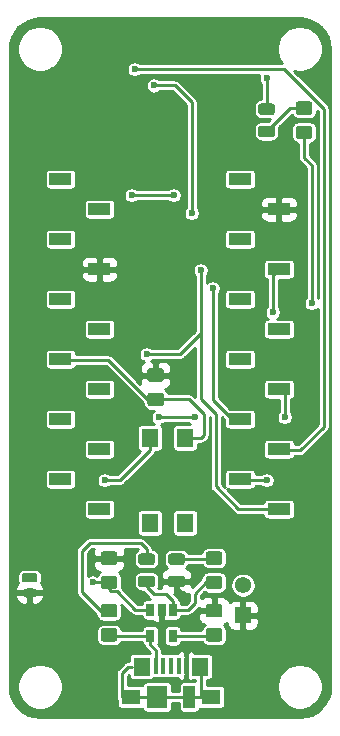
<source format=gbr>
G04 #@! TF.GenerationSoftware,KiCad,Pcbnew,(5.1.5)-3*
G04 #@! TF.CreationDate,2020-05-03T13:25:38+02:00*
G04 #@! TF.ProjectId,SPY_RECORDER-FBV010,5350595f-5245-4434-9f52-4445522d4642,v0.00*
G04 #@! TF.SameCoordinates,PX7d7a120PY7cfe0c0*
G04 #@! TF.FileFunction,Copper,L1,Top*
G04 #@! TF.FilePolarity,Positive*
%FSLAX46Y46*%
G04 Gerber Fmt 4.6, Leading zero omitted, Abs format (unit mm)*
G04 Created by KiCad (PCBNEW (5.1.5)-3) date 2020-05-03 13:25:38*
%MOMM*%
%LPD*%
G04 APERTURE LIST*
%ADD10O,1.300000X0.800000*%
%ADD11C,0.100000*%
%ADD12R,1.900000X1.000000*%
%ADD13R,0.450000X1.380000*%
%ADD14R,1.425000X1.550000*%
%ADD15R,1.650000X1.300000*%
%ADD16R,1.800000X1.900000*%
%ADD17R,1.000000X1.900000*%
%ADD18C,1.378000*%
%ADD19R,1.378000X1.378000*%
%ADD20R,0.650000X1.060000*%
%ADD21R,1.400000X1.600000*%
%ADD22C,0.600000*%
%ADD23C,0.250000*%
%ADD24C,0.254000*%
G04 APERTURE END LIST*
D10*
X2032000Y11069000D03*
G04 #@! TA.AperFunction,ComponentPad*
D11*
G36*
X2501603Y12718037D02*
G01*
X2521018Y12715157D01*
X2540057Y12710388D01*
X2558537Y12703776D01*
X2576279Y12695384D01*
X2593114Y12685294D01*
X2608879Y12673602D01*
X2623421Y12660421D01*
X2636602Y12645879D01*
X2648294Y12630114D01*
X2658384Y12613279D01*
X2666776Y12595537D01*
X2673388Y12577057D01*
X2678157Y12558018D01*
X2681037Y12538603D01*
X2682000Y12519000D01*
X2682000Y12119000D01*
X2681037Y12099397D01*
X2678157Y12079982D01*
X2673388Y12060943D01*
X2666776Y12042463D01*
X2658384Y12024721D01*
X2648294Y12007886D01*
X2636602Y11992121D01*
X2623421Y11977579D01*
X2608879Y11964398D01*
X2593114Y11952706D01*
X2576279Y11942616D01*
X2558537Y11934224D01*
X2540057Y11927612D01*
X2521018Y11922843D01*
X2501603Y11919963D01*
X2482000Y11919000D01*
X1582000Y11919000D01*
X1562397Y11919963D01*
X1542982Y11922843D01*
X1523943Y11927612D01*
X1505463Y11934224D01*
X1487721Y11942616D01*
X1470886Y11952706D01*
X1455121Y11964398D01*
X1440579Y11977579D01*
X1427398Y11992121D01*
X1415706Y12007886D01*
X1405616Y12024721D01*
X1397224Y12042463D01*
X1390612Y12060943D01*
X1385843Y12079982D01*
X1382963Y12099397D01*
X1382000Y12119000D01*
X1382000Y12519000D01*
X1382963Y12538603D01*
X1385843Y12558018D01*
X1390612Y12577057D01*
X1397224Y12595537D01*
X1405616Y12613279D01*
X1415706Y12630114D01*
X1427398Y12645879D01*
X1440579Y12660421D01*
X1455121Y12673602D01*
X1470886Y12685294D01*
X1487721Y12695384D01*
X1505463Y12703776D01*
X1523943Y12710388D01*
X1542982Y12715157D01*
X1562397Y12718037D01*
X1582000Y12719000D01*
X2482000Y12719000D01*
X2501603Y12718037D01*
G37*
G04 #@! TD.AperFunction*
D12*
X23150000Y18130000D03*
X23150000Y23210000D03*
X23150000Y28290000D03*
X23150000Y33370000D03*
X23150000Y38450000D03*
X23150000Y43530000D03*
X19850000Y20670000D03*
X19850000Y25750000D03*
X19850000Y30830000D03*
X19850000Y35910000D03*
X19850000Y40990000D03*
X19850000Y46070000D03*
X4650000Y46070000D03*
X4650000Y40990000D03*
X4650000Y35910000D03*
X4650000Y30830000D03*
X4650000Y25750000D03*
X4650000Y20670000D03*
X7950000Y43530000D03*
X7950000Y38450000D03*
X7950000Y33370000D03*
X7950000Y28290000D03*
X7950000Y23210000D03*
X7950000Y18130000D03*
G04 #@! TA.AperFunction,SMDPad,CuDef*
D11*
G36*
X9237505Y14552796D02*
G01*
X9261773Y14549196D01*
X9285572Y14543235D01*
X9308671Y14534970D01*
X9330850Y14524480D01*
X9351893Y14511868D01*
X9371599Y14497253D01*
X9389777Y14480777D01*
X9406253Y14462599D01*
X9420868Y14442893D01*
X9433480Y14421850D01*
X9443970Y14399671D01*
X9452235Y14376572D01*
X9458196Y14352773D01*
X9461796Y14328505D01*
X9463000Y14304001D01*
X9463000Y13653999D01*
X9461796Y13629495D01*
X9458196Y13605227D01*
X9452235Y13581428D01*
X9443970Y13558329D01*
X9433480Y13536150D01*
X9420868Y13515107D01*
X9406253Y13495401D01*
X9389777Y13477223D01*
X9371599Y13460747D01*
X9351893Y13446132D01*
X9330850Y13433520D01*
X9308671Y13423030D01*
X9285572Y13414765D01*
X9261773Y13408804D01*
X9237505Y13405204D01*
X9213001Y13404000D01*
X8312999Y13404000D01*
X8288495Y13405204D01*
X8264227Y13408804D01*
X8240428Y13414765D01*
X8217329Y13423030D01*
X8195150Y13433520D01*
X8174107Y13446132D01*
X8154401Y13460747D01*
X8136223Y13477223D01*
X8119747Y13495401D01*
X8105132Y13515107D01*
X8092520Y13536150D01*
X8082030Y13558329D01*
X8073765Y13581428D01*
X8067804Y13605227D01*
X8064204Y13629495D01*
X8063000Y13653999D01*
X8063000Y14304001D01*
X8064204Y14328505D01*
X8067804Y14352773D01*
X8073765Y14376572D01*
X8082030Y14399671D01*
X8092520Y14421850D01*
X8105132Y14442893D01*
X8119747Y14462599D01*
X8136223Y14480777D01*
X8154401Y14497253D01*
X8174107Y14511868D01*
X8195150Y14524480D01*
X8217329Y14534970D01*
X8240428Y14543235D01*
X8264227Y14549196D01*
X8288495Y14552796D01*
X8312999Y14554000D01*
X9213001Y14554000D01*
X9237505Y14552796D01*
G37*
G04 #@! TD.AperFunction*
G04 #@! TA.AperFunction,SMDPad,CuDef*
G36*
X9237505Y12502796D02*
G01*
X9261773Y12499196D01*
X9285572Y12493235D01*
X9308671Y12484970D01*
X9330850Y12474480D01*
X9351893Y12461868D01*
X9371599Y12447253D01*
X9389777Y12430777D01*
X9406253Y12412599D01*
X9420868Y12392893D01*
X9433480Y12371850D01*
X9443970Y12349671D01*
X9452235Y12326572D01*
X9458196Y12302773D01*
X9461796Y12278505D01*
X9463000Y12254001D01*
X9463000Y11603999D01*
X9461796Y11579495D01*
X9458196Y11555227D01*
X9452235Y11531428D01*
X9443970Y11508329D01*
X9433480Y11486150D01*
X9420868Y11465107D01*
X9406253Y11445401D01*
X9389777Y11427223D01*
X9371599Y11410747D01*
X9351893Y11396132D01*
X9330850Y11383520D01*
X9308671Y11373030D01*
X9285572Y11364765D01*
X9261773Y11358804D01*
X9237505Y11355204D01*
X9213001Y11354000D01*
X8312999Y11354000D01*
X8288495Y11355204D01*
X8264227Y11358804D01*
X8240428Y11364765D01*
X8217329Y11373030D01*
X8195150Y11383520D01*
X8174107Y11396132D01*
X8154401Y11410747D01*
X8136223Y11427223D01*
X8119747Y11445401D01*
X8105132Y11465107D01*
X8092520Y11486150D01*
X8082030Y11508329D01*
X8073765Y11531428D01*
X8067804Y11555227D01*
X8064204Y11579495D01*
X8063000Y11603999D01*
X8063000Y12254001D01*
X8064204Y12278505D01*
X8067804Y12302773D01*
X8073765Y12326572D01*
X8082030Y12349671D01*
X8092520Y12371850D01*
X8105132Y12392893D01*
X8119747Y12412599D01*
X8136223Y12430777D01*
X8154401Y12447253D01*
X8174107Y12461868D01*
X8195150Y12474480D01*
X8217329Y12484970D01*
X8240428Y12493235D01*
X8264227Y12499196D01*
X8288495Y12502796D01*
X8312999Y12504000D01*
X9213001Y12504000D01*
X9237505Y12502796D01*
G37*
G04 #@! TD.AperFunction*
G04 #@! TA.AperFunction,SMDPad,CuDef*
G36*
X12418142Y12502826D02*
G01*
X12441803Y12499316D01*
X12465007Y12493504D01*
X12487529Y12485446D01*
X12509153Y12475218D01*
X12529670Y12462921D01*
X12548883Y12448671D01*
X12566607Y12432607D01*
X12582671Y12414883D01*
X12596921Y12395670D01*
X12609218Y12375153D01*
X12619446Y12353529D01*
X12627504Y12331007D01*
X12633316Y12307803D01*
X12636826Y12284142D01*
X12638000Y12260250D01*
X12638000Y11772750D01*
X12636826Y11748858D01*
X12633316Y11725197D01*
X12627504Y11701993D01*
X12619446Y11679471D01*
X12609218Y11657847D01*
X12596921Y11637330D01*
X12582671Y11618117D01*
X12566607Y11600393D01*
X12548883Y11584329D01*
X12529670Y11570079D01*
X12509153Y11557782D01*
X12487529Y11547554D01*
X12465007Y11539496D01*
X12441803Y11533684D01*
X12418142Y11530174D01*
X12394250Y11529000D01*
X11481750Y11529000D01*
X11457858Y11530174D01*
X11434197Y11533684D01*
X11410993Y11539496D01*
X11388471Y11547554D01*
X11366847Y11557782D01*
X11346330Y11570079D01*
X11327117Y11584329D01*
X11309393Y11600393D01*
X11293329Y11618117D01*
X11279079Y11637330D01*
X11266782Y11657847D01*
X11256554Y11679471D01*
X11248496Y11701993D01*
X11242684Y11725197D01*
X11239174Y11748858D01*
X11238000Y11772750D01*
X11238000Y12260250D01*
X11239174Y12284142D01*
X11242684Y12307803D01*
X11248496Y12331007D01*
X11256554Y12353529D01*
X11266782Y12375153D01*
X11279079Y12395670D01*
X11293329Y12414883D01*
X11309393Y12432607D01*
X11327117Y12448671D01*
X11346330Y12462921D01*
X11366847Y12475218D01*
X11388471Y12485446D01*
X11410993Y12493504D01*
X11434197Y12499316D01*
X11457858Y12502826D01*
X11481750Y12504000D01*
X12394250Y12504000D01*
X12418142Y12502826D01*
G37*
G04 #@! TD.AperFunction*
G04 #@! TA.AperFunction,SMDPad,CuDef*
G36*
X12418142Y14377826D02*
G01*
X12441803Y14374316D01*
X12465007Y14368504D01*
X12487529Y14360446D01*
X12509153Y14350218D01*
X12529670Y14337921D01*
X12548883Y14323671D01*
X12566607Y14307607D01*
X12582671Y14289883D01*
X12596921Y14270670D01*
X12609218Y14250153D01*
X12619446Y14228529D01*
X12627504Y14206007D01*
X12633316Y14182803D01*
X12636826Y14159142D01*
X12638000Y14135250D01*
X12638000Y13647750D01*
X12636826Y13623858D01*
X12633316Y13600197D01*
X12627504Y13576993D01*
X12619446Y13554471D01*
X12609218Y13532847D01*
X12596921Y13512330D01*
X12582671Y13493117D01*
X12566607Y13475393D01*
X12548883Y13459329D01*
X12529670Y13445079D01*
X12509153Y13432782D01*
X12487529Y13422554D01*
X12465007Y13414496D01*
X12441803Y13408684D01*
X12418142Y13405174D01*
X12394250Y13404000D01*
X11481750Y13404000D01*
X11457858Y13405174D01*
X11434197Y13408684D01*
X11410993Y13414496D01*
X11388471Y13422554D01*
X11366847Y13432782D01*
X11346330Y13445079D01*
X11327117Y13459329D01*
X11309393Y13475393D01*
X11293329Y13493117D01*
X11279079Y13512330D01*
X11266782Y13532847D01*
X11256554Y13554471D01*
X11248496Y13576993D01*
X11242684Y13600197D01*
X11239174Y13623858D01*
X11238000Y13647750D01*
X11238000Y14135250D01*
X11239174Y14159142D01*
X11242684Y14182803D01*
X11248496Y14206007D01*
X11256554Y14228529D01*
X11266782Y14250153D01*
X11279079Y14270670D01*
X11293329Y14289883D01*
X11309393Y14307607D01*
X11327117Y14323671D01*
X11346330Y14337921D01*
X11366847Y14350218D01*
X11388471Y14360446D01*
X11410993Y14368504D01*
X11434197Y14374316D01*
X11457858Y14377826D01*
X11481750Y14379000D01*
X12394250Y14379000D01*
X12418142Y14377826D01*
G37*
G04 #@! TD.AperFunction*
G04 #@! TA.AperFunction,SMDPad,CuDef*
G36*
X14958142Y12502826D02*
G01*
X14981803Y12499316D01*
X15005007Y12493504D01*
X15027529Y12485446D01*
X15049153Y12475218D01*
X15069670Y12462921D01*
X15088883Y12448671D01*
X15106607Y12432607D01*
X15122671Y12414883D01*
X15136921Y12395670D01*
X15149218Y12375153D01*
X15159446Y12353529D01*
X15167504Y12331007D01*
X15173316Y12307803D01*
X15176826Y12284142D01*
X15178000Y12260250D01*
X15178000Y11772750D01*
X15176826Y11748858D01*
X15173316Y11725197D01*
X15167504Y11701993D01*
X15159446Y11679471D01*
X15149218Y11657847D01*
X15136921Y11637330D01*
X15122671Y11618117D01*
X15106607Y11600393D01*
X15088883Y11584329D01*
X15069670Y11570079D01*
X15049153Y11557782D01*
X15027529Y11547554D01*
X15005007Y11539496D01*
X14981803Y11533684D01*
X14958142Y11530174D01*
X14934250Y11529000D01*
X14021750Y11529000D01*
X13997858Y11530174D01*
X13974197Y11533684D01*
X13950993Y11539496D01*
X13928471Y11547554D01*
X13906847Y11557782D01*
X13886330Y11570079D01*
X13867117Y11584329D01*
X13849393Y11600393D01*
X13833329Y11618117D01*
X13819079Y11637330D01*
X13806782Y11657847D01*
X13796554Y11679471D01*
X13788496Y11701993D01*
X13782684Y11725197D01*
X13779174Y11748858D01*
X13778000Y11772750D01*
X13778000Y12260250D01*
X13779174Y12284142D01*
X13782684Y12307803D01*
X13788496Y12331007D01*
X13796554Y12353529D01*
X13806782Y12375153D01*
X13819079Y12395670D01*
X13833329Y12414883D01*
X13849393Y12432607D01*
X13867117Y12448671D01*
X13886330Y12462921D01*
X13906847Y12475218D01*
X13928471Y12485446D01*
X13950993Y12493504D01*
X13974197Y12499316D01*
X13997858Y12502826D01*
X14021750Y12504000D01*
X14934250Y12504000D01*
X14958142Y12502826D01*
G37*
G04 #@! TD.AperFunction*
G04 #@! TA.AperFunction,SMDPad,CuDef*
G36*
X14958142Y14377826D02*
G01*
X14981803Y14374316D01*
X15005007Y14368504D01*
X15027529Y14360446D01*
X15049153Y14350218D01*
X15069670Y14337921D01*
X15088883Y14323671D01*
X15106607Y14307607D01*
X15122671Y14289883D01*
X15136921Y14270670D01*
X15149218Y14250153D01*
X15159446Y14228529D01*
X15167504Y14206007D01*
X15173316Y14182803D01*
X15176826Y14159142D01*
X15178000Y14135250D01*
X15178000Y13647750D01*
X15176826Y13623858D01*
X15173316Y13600197D01*
X15167504Y13576993D01*
X15159446Y13554471D01*
X15149218Y13532847D01*
X15136921Y13512330D01*
X15122671Y13493117D01*
X15106607Y13475393D01*
X15088883Y13459329D01*
X15069670Y13445079D01*
X15049153Y13432782D01*
X15027529Y13422554D01*
X15005007Y13414496D01*
X14981803Y13408684D01*
X14958142Y13405174D01*
X14934250Y13404000D01*
X14021750Y13404000D01*
X13997858Y13405174D01*
X13974197Y13408684D01*
X13950993Y13414496D01*
X13928471Y13422554D01*
X13906847Y13432782D01*
X13886330Y13445079D01*
X13867117Y13459329D01*
X13849393Y13475393D01*
X13833329Y13493117D01*
X13819079Y13512330D01*
X13806782Y13532847D01*
X13796554Y13554471D01*
X13788496Y13576993D01*
X13782684Y13600197D01*
X13779174Y13623858D01*
X13778000Y13647750D01*
X13778000Y14135250D01*
X13779174Y14159142D01*
X13782684Y14182803D01*
X13788496Y14206007D01*
X13796554Y14228529D01*
X13806782Y14250153D01*
X13819079Y14270670D01*
X13833329Y14289883D01*
X13849393Y14307607D01*
X13867117Y14323671D01*
X13886330Y14337921D01*
X13906847Y14350218D01*
X13928471Y14360446D01*
X13950993Y14368504D01*
X13974197Y14374316D01*
X13997858Y14377826D01*
X14021750Y14379000D01*
X14934250Y14379000D01*
X14958142Y14377826D01*
G37*
G04 #@! TD.AperFunction*
G04 #@! TA.AperFunction,SMDPad,CuDef*
G36*
X22578142Y50602826D02*
G01*
X22601803Y50599316D01*
X22625007Y50593504D01*
X22647529Y50585446D01*
X22669153Y50575218D01*
X22689670Y50562921D01*
X22708883Y50548671D01*
X22726607Y50532607D01*
X22742671Y50514883D01*
X22756921Y50495670D01*
X22769218Y50475153D01*
X22779446Y50453529D01*
X22787504Y50431007D01*
X22793316Y50407803D01*
X22796826Y50384142D01*
X22798000Y50360250D01*
X22798000Y49872750D01*
X22796826Y49848858D01*
X22793316Y49825197D01*
X22787504Y49801993D01*
X22779446Y49779471D01*
X22769218Y49757847D01*
X22756921Y49737330D01*
X22742671Y49718117D01*
X22726607Y49700393D01*
X22708883Y49684329D01*
X22689670Y49670079D01*
X22669153Y49657782D01*
X22647529Y49647554D01*
X22625007Y49639496D01*
X22601803Y49633684D01*
X22578142Y49630174D01*
X22554250Y49629000D01*
X21641750Y49629000D01*
X21617858Y49630174D01*
X21594197Y49633684D01*
X21570993Y49639496D01*
X21548471Y49647554D01*
X21526847Y49657782D01*
X21506330Y49670079D01*
X21487117Y49684329D01*
X21469393Y49700393D01*
X21453329Y49718117D01*
X21439079Y49737330D01*
X21426782Y49757847D01*
X21416554Y49779471D01*
X21408496Y49801993D01*
X21402684Y49825197D01*
X21399174Y49848858D01*
X21398000Y49872750D01*
X21398000Y50360250D01*
X21399174Y50384142D01*
X21402684Y50407803D01*
X21408496Y50431007D01*
X21416554Y50453529D01*
X21426782Y50475153D01*
X21439079Y50495670D01*
X21453329Y50514883D01*
X21469393Y50532607D01*
X21487117Y50548671D01*
X21506330Y50562921D01*
X21526847Y50575218D01*
X21548471Y50585446D01*
X21570993Y50593504D01*
X21594197Y50599316D01*
X21617858Y50602826D01*
X21641750Y50604000D01*
X22554250Y50604000D01*
X22578142Y50602826D01*
G37*
G04 #@! TD.AperFunction*
G04 #@! TA.AperFunction,SMDPad,CuDef*
G36*
X22578142Y52477826D02*
G01*
X22601803Y52474316D01*
X22625007Y52468504D01*
X22647529Y52460446D01*
X22669153Y52450218D01*
X22689670Y52437921D01*
X22708883Y52423671D01*
X22726607Y52407607D01*
X22742671Y52389883D01*
X22756921Y52370670D01*
X22769218Y52350153D01*
X22779446Y52328529D01*
X22787504Y52306007D01*
X22793316Y52282803D01*
X22796826Y52259142D01*
X22798000Y52235250D01*
X22798000Y51747750D01*
X22796826Y51723858D01*
X22793316Y51700197D01*
X22787504Y51676993D01*
X22779446Y51654471D01*
X22769218Y51632847D01*
X22756921Y51612330D01*
X22742671Y51593117D01*
X22726607Y51575393D01*
X22708883Y51559329D01*
X22689670Y51545079D01*
X22669153Y51532782D01*
X22647529Y51522554D01*
X22625007Y51514496D01*
X22601803Y51508684D01*
X22578142Y51505174D01*
X22554250Y51504000D01*
X21641750Y51504000D01*
X21617858Y51505174D01*
X21594197Y51508684D01*
X21570993Y51514496D01*
X21548471Y51522554D01*
X21526847Y51532782D01*
X21506330Y51545079D01*
X21487117Y51559329D01*
X21469393Y51575393D01*
X21453329Y51593117D01*
X21439079Y51612330D01*
X21426782Y51632847D01*
X21416554Y51654471D01*
X21408496Y51676993D01*
X21402684Y51700197D01*
X21399174Y51723858D01*
X21398000Y51747750D01*
X21398000Y52235250D01*
X21399174Y52259142D01*
X21402684Y52282803D01*
X21408496Y52306007D01*
X21416554Y52328529D01*
X21426782Y52350153D01*
X21439079Y52370670D01*
X21453329Y52389883D01*
X21469393Y52407607D01*
X21487117Y52423671D01*
X21506330Y52437921D01*
X21526847Y52450218D01*
X21548471Y52460446D01*
X21570993Y52468504D01*
X21594197Y52474316D01*
X21617858Y52477826D01*
X21641750Y52479000D01*
X22554250Y52479000D01*
X22578142Y52477826D01*
G37*
G04 #@! TD.AperFunction*
D13*
X12700000Y4889000D03*
X13350000Y4889000D03*
X14000000Y4889000D03*
X14650000Y4889000D03*
X15300000Y4889000D03*
D14*
X11512500Y4804000D03*
X16487500Y4804000D03*
D15*
X10625000Y2229000D03*
X17375000Y2229000D03*
D16*
X12850000Y2229000D03*
D17*
X15550000Y2229000D03*
D18*
X20098000Y11684000D03*
D19*
X20098000Y9144000D03*
G04 #@! TA.AperFunction,SMDPad,CuDef*
D11*
G36*
X18127505Y10107796D02*
G01*
X18151773Y10104196D01*
X18175572Y10098235D01*
X18198671Y10089970D01*
X18220850Y10079480D01*
X18241893Y10066868D01*
X18261599Y10052253D01*
X18279777Y10035777D01*
X18296253Y10017599D01*
X18310868Y9997893D01*
X18323480Y9976850D01*
X18333970Y9954671D01*
X18342235Y9931572D01*
X18348196Y9907773D01*
X18351796Y9883505D01*
X18353000Y9859001D01*
X18353000Y9208999D01*
X18351796Y9184495D01*
X18348196Y9160227D01*
X18342235Y9136428D01*
X18333970Y9113329D01*
X18323480Y9091150D01*
X18310868Y9070107D01*
X18296253Y9050401D01*
X18279777Y9032223D01*
X18261599Y9015747D01*
X18241893Y9001132D01*
X18220850Y8988520D01*
X18198671Y8978030D01*
X18175572Y8969765D01*
X18151773Y8963804D01*
X18127505Y8960204D01*
X18103001Y8959000D01*
X17202999Y8959000D01*
X17178495Y8960204D01*
X17154227Y8963804D01*
X17130428Y8969765D01*
X17107329Y8978030D01*
X17085150Y8988520D01*
X17064107Y9001132D01*
X17044401Y9015747D01*
X17026223Y9032223D01*
X17009747Y9050401D01*
X16995132Y9070107D01*
X16982520Y9091150D01*
X16972030Y9113329D01*
X16963765Y9136428D01*
X16957804Y9160227D01*
X16954204Y9184495D01*
X16953000Y9208999D01*
X16953000Y9859001D01*
X16954204Y9883505D01*
X16957804Y9907773D01*
X16963765Y9931572D01*
X16972030Y9954671D01*
X16982520Y9976850D01*
X16995132Y9997893D01*
X17009747Y10017599D01*
X17026223Y10035777D01*
X17044401Y10052253D01*
X17064107Y10066868D01*
X17085150Y10079480D01*
X17107329Y10089970D01*
X17130428Y10098235D01*
X17154227Y10104196D01*
X17178495Y10107796D01*
X17202999Y10109000D01*
X18103001Y10109000D01*
X18127505Y10107796D01*
G37*
G04 #@! TD.AperFunction*
G04 #@! TA.AperFunction,SMDPad,CuDef*
G36*
X18127505Y8057796D02*
G01*
X18151773Y8054196D01*
X18175572Y8048235D01*
X18198671Y8039970D01*
X18220850Y8029480D01*
X18241893Y8016868D01*
X18261599Y8002253D01*
X18279777Y7985777D01*
X18296253Y7967599D01*
X18310868Y7947893D01*
X18323480Y7926850D01*
X18333970Y7904671D01*
X18342235Y7881572D01*
X18348196Y7857773D01*
X18351796Y7833505D01*
X18353000Y7809001D01*
X18353000Y7158999D01*
X18351796Y7134495D01*
X18348196Y7110227D01*
X18342235Y7086428D01*
X18333970Y7063329D01*
X18323480Y7041150D01*
X18310868Y7020107D01*
X18296253Y7000401D01*
X18279777Y6982223D01*
X18261599Y6965747D01*
X18241893Y6951132D01*
X18220850Y6938520D01*
X18198671Y6928030D01*
X18175572Y6919765D01*
X18151773Y6913804D01*
X18127505Y6910204D01*
X18103001Y6909000D01*
X17202999Y6909000D01*
X17178495Y6910204D01*
X17154227Y6913804D01*
X17130428Y6919765D01*
X17107329Y6928030D01*
X17085150Y6938520D01*
X17064107Y6951132D01*
X17044401Y6965747D01*
X17026223Y6982223D01*
X17009747Y7000401D01*
X16995132Y7020107D01*
X16982520Y7041150D01*
X16972030Y7063329D01*
X16963765Y7086428D01*
X16957804Y7110227D01*
X16954204Y7134495D01*
X16953000Y7158999D01*
X16953000Y7809001D01*
X16954204Y7833505D01*
X16957804Y7857773D01*
X16963765Y7881572D01*
X16972030Y7904671D01*
X16982520Y7926850D01*
X16995132Y7947893D01*
X17009747Y7967599D01*
X17026223Y7985777D01*
X17044401Y8002253D01*
X17064107Y8016868D01*
X17085150Y8029480D01*
X17107329Y8039970D01*
X17130428Y8048235D01*
X17154227Y8054196D01*
X17178495Y8057796D01*
X17202999Y8059000D01*
X18103001Y8059000D01*
X18127505Y8057796D01*
G37*
G04 #@! TD.AperFunction*
G04 #@! TA.AperFunction,SMDPad,CuDef*
G36*
X9237505Y10107796D02*
G01*
X9261773Y10104196D01*
X9285572Y10098235D01*
X9308671Y10089970D01*
X9330850Y10079480D01*
X9351893Y10066868D01*
X9371599Y10052253D01*
X9389777Y10035777D01*
X9406253Y10017599D01*
X9420868Y9997893D01*
X9433480Y9976850D01*
X9443970Y9954671D01*
X9452235Y9931572D01*
X9458196Y9907773D01*
X9461796Y9883505D01*
X9463000Y9859001D01*
X9463000Y9208999D01*
X9461796Y9184495D01*
X9458196Y9160227D01*
X9452235Y9136428D01*
X9443970Y9113329D01*
X9433480Y9091150D01*
X9420868Y9070107D01*
X9406253Y9050401D01*
X9389777Y9032223D01*
X9371599Y9015747D01*
X9351893Y9001132D01*
X9330850Y8988520D01*
X9308671Y8978030D01*
X9285572Y8969765D01*
X9261773Y8963804D01*
X9237505Y8960204D01*
X9213001Y8959000D01*
X8312999Y8959000D01*
X8288495Y8960204D01*
X8264227Y8963804D01*
X8240428Y8969765D01*
X8217329Y8978030D01*
X8195150Y8988520D01*
X8174107Y9001132D01*
X8154401Y9015747D01*
X8136223Y9032223D01*
X8119747Y9050401D01*
X8105132Y9070107D01*
X8092520Y9091150D01*
X8082030Y9113329D01*
X8073765Y9136428D01*
X8067804Y9160227D01*
X8064204Y9184495D01*
X8063000Y9208999D01*
X8063000Y9859001D01*
X8064204Y9883505D01*
X8067804Y9907773D01*
X8073765Y9931572D01*
X8082030Y9954671D01*
X8092520Y9976850D01*
X8105132Y9997893D01*
X8119747Y10017599D01*
X8136223Y10035777D01*
X8154401Y10052253D01*
X8174107Y10066868D01*
X8195150Y10079480D01*
X8217329Y10089970D01*
X8240428Y10098235D01*
X8264227Y10104196D01*
X8288495Y10107796D01*
X8312999Y10109000D01*
X9213001Y10109000D01*
X9237505Y10107796D01*
G37*
G04 #@! TD.AperFunction*
G04 #@! TA.AperFunction,SMDPad,CuDef*
G36*
X9237505Y8057796D02*
G01*
X9261773Y8054196D01*
X9285572Y8048235D01*
X9308671Y8039970D01*
X9330850Y8029480D01*
X9351893Y8016868D01*
X9371599Y8002253D01*
X9389777Y7985777D01*
X9406253Y7967599D01*
X9420868Y7947893D01*
X9433480Y7926850D01*
X9443970Y7904671D01*
X9452235Y7881572D01*
X9458196Y7857773D01*
X9461796Y7833505D01*
X9463000Y7809001D01*
X9463000Y7158999D01*
X9461796Y7134495D01*
X9458196Y7110227D01*
X9452235Y7086428D01*
X9443970Y7063329D01*
X9433480Y7041150D01*
X9420868Y7020107D01*
X9406253Y7000401D01*
X9389777Y6982223D01*
X9371599Y6965747D01*
X9351893Y6951132D01*
X9330850Y6938520D01*
X9308671Y6928030D01*
X9285572Y6919765D01*
X9261773Y6913804D01*
X9237505Y6910204D01*
X9213001Y6909000D01*
X8312999Y6909000D01*
X8288495Y6910204D01*
X8264227Y6913804D01*
X8240428Y6919765D01*
X8217329Y6928030D01*
X8195150Y6938520D01*
X8174107Y6951132D01*
X8154401Y6965747D01*
X8136223Y6982223D01*
X8119747Y7000401D01*
X8105132Y7020107D01*
X8092520Y7041150D01*
X8082030Y7063329D01*
X8073765Y7086428D01*
X8067804Y7110227D01*
X8064204Y7134495D01*
X8063000Y7158999D01*
X8063000Y7809001D01*
X8064204Y7833505D01*
X8067804Y7857773D01*
X8073765Y7881572D01*
X8082030Y7904671D01*
X8092520Y7926850D01*
X8105132Y7947893D01*
X8119747Y7967599D01*
X8136223Y7985777D01*
X8154401Y8002253D01*
X8174107Y8016868D01*
X8195150Y8029480D01*
X8217329Y8039970D01*
X8240428Y8048235D01*
X8264227Y8054196D01*
X8288495Y8057796D01*
X8312999Y8059000D01*
X9213001Y8059000D01*
X9237505Y8057796D01*
G37*
G04 #@! TD.AperFunction*
G04 #@! TA.AperFunction,SMDPad,CuDef*
G36*
X18127505Y14552796D02*
G01*
X18151773Y14549196D01*
X18175572Y14543235D01*
X18198671Y14534970D01*
X18220850Y14524480D01*
X18241893Y14511868D01*
X18261599Y14497253D01*
X18279777Y14480777D01*
X18296253Y14462599D01*
X18310868Y14442893D01*
X18323480Y14421850D01*
X18333970Y14399671D01*
X18342235Y14376572D01*
X18348196Y14352773D01*
X18351796Y14328505D01*
X18353000Y14304001D01*
X18353000Y13653999D01*
X18351796Y13629495D01*
X18348196Y13605227D01*
X18342235Y13581428D01*
X18333970Y13558329D01*
X18323480Y13536150D01*
X18310868Y13515107D01*
X18296253Y13495401D01*
X18279777Y13477223D01*
X18261599Y13460747D01*
X18241893Y13446132D01*
X18220850Y13433520D01*
X18198671Y13423030D01*
X18175572Y13414765D01*
X18151773Y13408804D01*
X18127505Y13405204D01*
X18103001Y13404000D01*
X17202999Y13404000D01*
X17178495Y13405204D01*
X17154227Y13408804D01*
X17130428Y13414765D01*
X17107329Y13423030D01*
X17085150Y13433520D01*
X17064107Y13446132D01*
X17044401Y13460747D01*
X17026223Y13477223D01*
X17009747Y13495401D01*
X16995132Y13515107D01*
X16982520Y13536150D01*
X16972030Y13558329D01*
X16963765Y13581428D01*
X16957804Y13605227D01*
X16954204Y13629495D01*
X16953000Y13653999D01*
X16953000Y14304001D01*
X16954204Y14328505D01*
X16957804Y14352773D01*
X16963765Y14376572D01*
X16972030Y14399671D01*
X16982520Y14421850D01*
X16995132Y14442893D01*
X17009747Y14462599D01*
X17026223Y14480777D01*
X17044401Y14497253D01*
X17064107Y14511868D01*
X17085150Y14524480D01*
X17107329Y14534970D01*
X17130428Y14543235D01*
X17154227Y14549196D01*
X17178495Y14552796D01*
X17202999Y14554000D01*
X18103001Y14554000D01*
X18127505Y14552796D01*
G37*
G04 #@! TD.AperFunction*
G04 #@! TA.AperFunction,SMDPad,CuDef*
G36*
X18127505Y12502796D02*
G01*
X18151773Y12499196D01*
X18175572Y12493235D01*
X18198671Y12484970D01*
X18220850Y12474480D01*
X18241893Y12461868D01*
X18261599Y12447253D01*
X18279777Y12430777D01*
X18296253Y12412599D01*
X18310868Y12392893D01*
X18323480Y12371850D01*
X18333970Y12349671D01*
X18342235Y12326572D01*
X18348196Y12302773D01*
X18351796Y12278505D01*
X18353000Y12254001D01*
X18353000Y11603999D01*
X18351796Y11579495D01*
X18348196Y11555227D01*
X18342235Y11531428D01*
X18333970Y11508329D01*
X18323480Y11486150D01*
X18310868Y11465107D01*
X18296253Y11445401D01*
X18279777Y11427223D01*
X18261599Y11410747D01*
X18241893Y11396132D01*
X18220850Y11383520D01*
X18198671Y11373030D01*
X18175572Y11364765D01*
X18151773Y11358804D01*
X18127505Y11355204D01*
X18103001Y11354000D01*
X17202999Y11354000D01*
X17178495Y11355204D01*
X17154227Y11358804D01*
X17130428Y11364765D01*
X17107329Y11373030D01*
X17085150Y11383520D01*
X17064107Y11396132D01*
X17044401Y11410747D01*
X17026223Y11427223D01*
X17009747Y11445401D01*
X16995132Y11465107D01*
X16982520Y11486150D01*
X16972030Y11508329D01*
X16963765Y11531428D01*
X16957804Y11555227D01*
X16954204Y11579495D01*
X16953000Y11603999D01*
X16953000Y12254001D01*
X16954204Y12278505D01*
X16957804Y12302773D01*
X16963765Y12326572D01*
X16972030Y12349671D01*
X16982520Y12371850D01*
X16995132Y12392893D01*
X17009747Y12412599D01*
X17026223Y12430777D01*
X17044401Y12447253D01*
X17064107Y12461868D01*
X17085150Y12474480D01*
X17107329Y12484970D01*
X17130428Y12493235D01*
X17154227Y12499196D01*
X17178495Y12502796D01*
X17202999Y12504000D01*
X18103001Y12504000D01*
X18127505Y12502796D01*
G37*
G04 #@! TD.AperFunction*
G04 #@! TA.AperFunction,SMDPad,CuDef*
G36*
X25747505Y50602796D02*
G01*
X25771773Y50599196D01*
X25795572Y50593235D01*
X25818671Y50584970D01*
X25840850Y50574480D01*
X25861893Y50561868D01*
X25881599Y50547253D01*
X25899777Y50530777D01*
X25916253Y50512599D01*
X25930868Y50492893D01*
X25943480Y50471850D01*
X25953970Y50449671D01*
X25962235Y50426572D01*
X25968196Y50402773D01*
X25971796Y50378505D01*
X25973000Y50354001D01*
X25973000Y49703999D01*
X25971796Y49679495D01*
X25968196Y49655227D01*
X25962235Y49631428D01*
X25953970Y49608329D01*
X25943480Y49586150D01*
X25930868Y49565107D01*
X25916253Y49545401D01*
X25899777Y49527223D01*
X25881599Y49510747D01*
X25861893Y49496132D01*
X25840850Y49483520D01*
X25818671Y49473030D01*
X25795572Y49464765D01*
X25771773Y49458804D01*
X25747505Y49455204D01*
X25723001Y49454000D01*
X24822999Y49454000D01*
X24798495Y49455204D01*
X24774227Y49458804D01*
X24750428Y49464765D01*
X24727329Y49473030D01*
X24705150Y49483520D01*
X24684107Y49496132D01*
X24664401Y49510747D01*
X24646223Y49527223D01*
X24629747Y49545401D01*
X24615132Y49565107D01*
X24602520Y49586150D01*
X24592030Y49608329D01*
X24583765Y49631428D01*
X24577804Y49655227D01*
X24574204Y49679495D01*
X24573000Y49703999D01*
X24573000Y50354001D01*
X24574204Y50378505D01*
X24577804Y50402773D01*
X24583765Y50426572D01*
X24592030Y50449671D01*
X24602520Y50471850D01*
X24615132Y50492893D01*
X24629747Y50512599D01*
X24646223Y50530777D01*
X24664401Y50547253D01*
X24684107Y50561868D01*
X24705150Y50574480D01*
X24727329Y50584970D01*
X24750428Y50593235D01*
X24774227Y50599196D01*
X24798495Y50602796D01*
X24822999Y50604000D01*
X25723001Y50604000D01*
X25747505Y50602796D01*
G37*
G04 #@! TD.AperFunction*
G04 #@! TA.AperFunction,SMDPad,CuDef*
G36*
X25747505Y52652796D02*
G01*
X25771773Y52649196D01*
X25795572Y52643235D01*
X25818671Y52634970D01*
X25840850Y52624480D01*
X25861893Y52611868D01*
X25881599Y52597253D01*
X25899777Y52580777D01*
X25916253Y52562599D01*
X25930868Y52542893D01*
X25943480Y52521850D01*
X25953970Y52499671D01*
X25962235Y52476572D01*
X25968196Y52452773D01*
X25971796Y52428505D01*
X25973000Y52404001D01*
X25973000Y51753999D01*
X25971796Y51729495D01*
X25968196Y51705227D01*
X25962235Y51681428D01*
X25953970Y51658329D01*
X25943480Y51636150D01*
X25930868Y51615107D01*
X25916253Y51595401D01*
X25899777Y51577223D01*
X25881599Y51560747D01*
X25861893Y51546132D01*
X25840850Y51533520D01*
X25818671Y51523030D01*
X25795572Y51514765D01*
X25771773Y51508804D01*
X25747505Y51505204D01*
X25723001Y51504000D01*
X24822999Y51504000D01*
X24798495Y51505204D01*
X24774227Y51508804D01*
X24750428Y51514765D01*
X24727329Y51523030D01*
X24705150Y51533520D01*
X24684107Y51546132D01*
X24664401Y51560747D01*
X24646223Y51577223D01*
X24629747Y51595401D01*
X24615132Y51615107D01*
X24602520Y51636150D01*
X24592030Y51658329D01*
X24583765Y51681428D01*
X24577804Y51705227D01*
X24574204Y51729495D01*
X24573000Y51753999D01*
X24573000Y52404001D01*
X24574204Y52428505D01*
X24577804Y52452773D01*
X24583765Y52476572D01*
X24592030Y52499671D01*
X24602520Y52521850D01*
X24615132Y52542893D01*
X24629747Y52562599D01*
X24646223Y52580777D01*
X24664401Y52597253D01*
X24684107Y52611868D01*
X24705150Y52624480D01*
X24727329Y52634970D01*
X24750428Y52643235D01*
X24774227Y52649196D01*
X24798495Y52652796D01*
X24822999Y52654000D01*
X25723001Y52654000D01*
X25747505Y52652796D01*
G37*
G04 #@! TD.AperFunction*
D20*
X14158000Y9609000D03*
X13208000Y9609000D03*
X12258000Y9609000D03*
X12258000Y7409000D03*
X14158000Y7409000D03*
G04 #@! TA.AperFunction,SMDPad,CuDef*
D11*
G36*
X13174505Y27996796D02*
G01*
X13198773Y27993196D01*
X13222572Y27987235D01*
X13245671Y27978970D01*
X13267850Y27968480D01*
X13288893Y27955868D01*
X13308599Y27941253D01*
X13326777Y27924777D01*
X13343253Y27906599D01*
X13357868Y27886893D01*
X13370480Y27865850D01*
X13380970Y27843671D01*
X13389235Y27820572D01*
X13395196Y27796773D01*
X13398796Y27772505D01*
X13400000Y27748001D01*
X13400000Y27097999D01*
X13398796Y27073495D01*
X13395196Y27049227D01*
X13389235Y27025428D01*
X13380970Y27002329D01*
X13370480Y26980150D01*
X13357868Y26959107D01*
X13343253Y26939401D01*
X13326777Y26921223D01*
X13308599Y26904747D01*
X13288893Y26890132D01*
X13267850Y26877520D01*
X13245671Y26867030D01*
X13222572Y26858765D01*
X13198773Y26852804D01*
X13174505Y26849204D01*
X13150001Y26848000D01*
X12249999Y26848000D01*
X12225495Y26849204D01*
X12201227Y26852804D01*
X12177428Y26858765D01*
X12154329Y26867030D01*
X12132150Y26877520D01*
X12111107Y26890132D01*
X12091401Y26904747D01*
X12073223Y26921223D01*
X12056747Y26939401D01*
X12042132Y26959107D01*
X12029520Y26980150D01*
X12019030Y27002329D01*
X12010765Y27025428D01*
X12004804Y27049227D01*
X12001204Y27073495D01*
X12000000Y27097999D01*
X12000000Y27748001D01*
X12001204Y27772505D01*
X12004804Y27796773D01*
X12010765Y27820572D01*
X12019030Y27843671D01*
X12029520Y27865850D01*
X12042132Y27886893D01*
X12056747Y27906599D01*
X12073223Y27924777D01*
X12091401Y27941253D01*
X12111107Y27955868D01*
X12132150Y27968480D01*
X12154329Y27978970D01*
X12177428Y27987235D01*
X12201227Y27993196D01*
X12225495Y27996796D01*
X12249999Y27998000D01*
X13150001Y27998000D01*
X13174505Y27996796D01*
G37*
G04 #@! TD.AperFunction*
G04 #@! TA.AperFunction,SMDPad,CuDef*
G36*
X13174505Y30046796D02*
G01*
X13198773Y30043196D01*
X13222572Y30037235D01*
X13245671Y30028970D01*
X13267850Y30018480D01*
X13288893Y30005868D01*
X13308599Y29991253D01*
X13326777Y29974777D01*
X13343253Y29956599D01*
X13357868Y29936893D01*
X13370480Y29915850D01*
X13380970Y29893671D01*
X13389235Y29870572D01*
X13395196Y29846773D01*
X13398796Y29822505D01*
X13400000Y29798001D01*
X13400000Y29147999D01*
X13398796Y29123495D01*
X13395196Y29099227D01*
X13389235Y29075428D01*
X13380970Y29052329D01*
X13370480Y29030150D01*
X13357868Y29009107D01*
X13343253Y28989401D01*
X13326777Y28971223D01*
X13308599Y28954747D01*
X13288893Y28940132D01*
X13267850Y28927520D01*
X13245671Y28917030D01*
X13222572Y28908765D01*
X13198773Y28902804D01*
X13174505Y28899204D01*
X13150001Y28898000D01*
X12249999Y28898000D01*
X12225495Y28899204D01*
X12201227Y28902804D01*
X12177428Y28908765D01*
X12154329Y28917030D01*
X12132150Y28927520D01*
X12111107Y28940132D01*
X12091401Y28954747D01*
X12073223Y28971223D01*
X12056747Y28989401D01*
X12042132Y29009107D01*
X12029520Y29030150D01*
X12019030Y29052329D01*
X12010765Y29075428D01*
X12004804Y29099227D01*
X12001204Y29123495D01*
X12000000Y29147999D01*
X12000000Y29798001D01*
X12001204Y29822505D01*
X12004804Y29846773D01*
X12010765Y29870572D01*
X12019030Y29893671D01*
X12029520Y29915850D01*
X12042132Y29936893D01*
X12056747Y29956599D01*
X12073223Y29974777D01*
X12091401Y29991253D01*
X12111107Y30005868D01*
X12132150Y30018480D01*
X12154329Y30028970D01*
X12177428Y30037235D01*
X12201227Y30043196D01*
X12225495Y30046796D01*
X12249999Y30048000D01*
X13150001Y30048000D01*
X13174505Y30046796D01*
G37*
G04 #@! TD.AperFunction*
D21*
X12216000Y24174000D03*
X12216000Y16974000D03*
X15216000Y24174000D03*
X15216000Y16974000D03*
D22*
X7112000Y25908000D03*
X9906000Y25908000D03*
X2032000Y20574000D03*
X2032000Y17018000D03*
X14986000Y10922000D03*
X10414000Y13970000D03*
X15748000Y6350000D03*
X22606000Y34798000D03*
X8382000Y20574000D03*
X23622000Y25908000D03*
X16002000Y25908000D03*
X12954000Y25908000D03*
X17526000Y36830000D03*
X10922000Y55372000D03*
X22098000Y20574000D03*
X16510000Y38354000D03*
X11938000Y31242000D03*
X7375000Y11929000D03*
X22098000Y54610000D03*
X14224000Y44704000D03*
X10668000Y44704000D03*
X15748000Y43180000D03*
X12548000Y54000000D03*
X25908000Y35560000D03*
D23*
X7112000Y25908000D02*
X9906000Y25908000D01*
X2032000Y20574000D02*
X2032000Y17018000D01*
X13208000Y8829000D02*
X13401000Y8636000D01*
X13208000Y9609000D02*
X13208000Y8829000D01*
X13401000Y8636000D02*
X15494000Y8636000D01*
X16392000Y9534000D02*
X15494000Y8636000D01*
X17653000Y9534000D02*
X16392000Y9534000D01*
X14478000Y12016500D02*
X14478000Y11430000D01*
X14478000Y11430000D02*
X14986000Y10922000D01*
X8772000Y13970000D02*
X8763000Y13979000D01*
X10414000Y13970000D02*
X8772000Y13970000D01*
X15300000Y5829000D02*
X15748000Y6277000D01*
X15300000Y4889000D02*
X15300000Y5829000D01*
X15748000Y6277000D02*
X15748000Y6350000D01*
X6408000Y30734000D02*
X5208000Y30734000D01*
X8689000Y30734000D02*
X6408000Y30734000D01*
X12000000Y27423000D02*
X8689000Y30734000D01*
X12700000Y27423000D02*
X12000000Y27423000D01*
X12700000Y27423000D02*
X15503000Y27423000D01*
X16764000Y26162000D02*
X16764000Y24384000D01*
X15503000Y27423000D02*
X16764000Y26162000D01*
X16554000Y24174000D02*
X15216000Y24174000D01*
X16764000Y24384000D02*
X16554000Y24174000D01*
X12216000Y23124000D02*
X9666000Y20574000D01*
X12216000Y24174000D02*
X12216000Y23124000D01*
X9666000Y20574000D02*
X8382000Y20574000D01*
X22606000Y37906000D02*
X23150000Y38450000D01*
X22606000Y34798000D02*
X22606000Y37906000D01*
X23748000Y28194000D02*
X23622000Y28194000D01*
X23622000Y28194000D02*
X23622000Y25908000D01*
X15577736Y25908000D02*
X16002000Y25908000D01*
X12954000Y25908000D02*
X15577736Y25908000D01*
X19248000Y25654000D02*
X20448000Y25654000D01*
X17526000Y27376000D02*
X19248000Y25654000D01*
X17526000Y36830000D02*
X17526000Y27376000D01*
X26924000Y52016190D02*
X23568190Y55372000D01*
X23748000Y23114000D02*
X24948000Y23114000D01*
X26924000Y25090000D02*
X26924000Y52016190D01*
X11346264Y55372000D02*
X10922000Y55372000D01*
X24948000Y23114000D02*
X26924000Y25090000D01*
X23568190Y55372000D02*
X11346264Y55372000D01*
X22098000Y20574000D02*
X20448000Y20574000D01*
X16510000Y33274000D02*
X16510000Y33020000D01*
X16510000Y38354000D02*
X16510000Y33274000D01*
X16510000Y33020000D02*
X14732000Y31242000D01*
X14732000Y31242000D02*
X11938000Y31242000D01*
X16510000Y27432000D02*
X17780000Y26162000D01*
X16510000Y33020000D02*
X16510000Y27432000D01*
X23150000Y18130000D02*
X19716000Y18130000D01*
X19716000Y18130000D02*
X17780000Y20066000D01*
X17780000Y26162000D02*
X17780000Y20066000D01*
X8763000Y11354000D02*
X8763000Y11929000D01*
X8941000Y11176000D02*
X8763000Y11354000D01*
X9398000Y11176000D02*
X8941000Y11176000D01*
X10965000Y9609000D02*
X9398000Y11176000D01*
X12258000Y9609000D02*
X10965000Y9609000D01*
X8763000Y11929000D02*
X7375000Y11929000D01*
X14158000Y9609000D02*
X15451000Y9609000D01*
X15451000Y9609000D02*
X16002000Y10160000D01*
X16953000Y11929000D02*
X17653000Y11929000D01*
X16002000Y10978000D02*
X16953000Y11929000D01*
X16002000Y10160000D02*
X16002000Y10978000D01*
X11938000Y11529000D02*
X12545000Y10922000D01*
X11938000Y12016500D02*
X11938000Y11529000D01*
X14158000Y10389000D02*
X14158000Y9609000D01*
X13625000Y10922000D02*
X14158000Y10389000D01*
X12545000Y10922000D02*
X13625000Y10922000D01*
X11430000Y15240000D02*
X11938000Y14732000D01*
X8063000Y9534000D02*
X6495999Y11101001D01*
X8763000Y9534000D02*
X8063000Y9534000D01*
X6495999Y14623999D02*
X7112000Y15240000D01*
X11938000Y14732000D02*
X11938000Y13891500D01*
X6495999Y11101001D02*
X6495999Y14623999D01*
X7112000Y15240000D02*
X11430000Y15240000D01*
X17565500Y13891500D02*
X17653000Y13979000D01*
X14478000Y13891500D02*
X17565500Y13891500D01*
X24060500Y52079000D02*
X25273000Y52079000D01*
X22098000Y50116500D02*
X24060500Y52079000D01*
X22098000Y54610000D02*
X22098000Y51991500D01*
X14224000Y44704000D02*
X10668000Y44704000D01*
X8838000Y7409000D02*
X8763000Y7484000D01*
X12258000Y7409000D02*
X8838000Y7409000D01*
X12700000Y5829000D02*
X12700000Y4889000D01*
X12700000Y6187000D02*
X12700000Y5829000D01*
X12258000Y6629000D02*
X12700000Y6187000D01*
X12258000Y7409000D02*
X12258000Y6629000D01*
X9833000Y2229000D02*
X12058000Y2229000D01*
X12058000Y2229000D02*
X14758000Y2229000D01*
X14758000Y2229000D02*
X16583000Y2229000D01*
X16583000Y4499000D02*
X16583000Y2229000D01*
X16278000Y4804000D02*
X16583000Y4499000D01*
X10720500Y4804000D02*
X10392000Y4804000D01*
X9833000Y4245000D02*
X9833000Y2229000D01*
X10392000Y4804000D02*
X9833000Y4245000D01*
X14986000Y53340000D02*
X15748000Y52578000D01*
X15748000Y52578000D02*
X15748000Y43180000D01*
X14326000Y54000000D02*
X14986000Y53340000D01*
X12548000Y54000000D02*
X14326000Y54000000D01*
X17578000Y7409000D02*
X17653000Y7484000D01*
X14158000Y7409000D02*
X17578000Y7409000D01*
X25273000Y50029000D02*
X25273000Y47879000D01*
X25273000Y47879000D02*
X25908000Y47244000D01*
X25908000Y47244000D02*
X25908000Y38478998D01*
X25908000Y38478998D02*
X25908000Y35560000D01*
D24*
G36*
X25410586Y59621046D02*
G01*
X25890182Y59476247D01*
X26332520Y59241052D01*
X26720750Y58924420D01*
X27040083Y58538413D01*
X27278361Y58097726D01*
X27426504Y57619153D01*
X27481000Y57100662D01*
X27481001Y3124089D01*
X27430046Y2604414D01*
X27285247Y2124815D01*
X27050053Y1682480D01*
X26733420Y1294250D01*
X26347413Y974917D01*
X25906725Y736639D01*
X25428153Y588496D01*
X24909661Y534000D01*
X2933079Y534000D01*
X2413414Y584954D01*
X1933815Y729753D01*
X1491480Y964947D01*
X1103250Y1281580D01*
X783917Y1667587D01*
X545639Y2108275D01*
X397496Y2586847D01*
X343000Y3105339D01*
X343000Y3294231D01*
X970395Y3294231D01*
X970395Y2911769D01*
X1045009Y2536655D01*
X1191372Y2183305D01*
X1403857Y1865299D01*
X1674299Y1594857D01*
X1992305Y1382372D01*
X2345655Y1236009D01*
X2720769Y1161395D01*
X3103231Y1161395D01*
X3478345Y1236009D01*
X3831695Y1382372D01*
X4149701Y1594857D01*
X4420143Y1865299D01*
X4632628Y2183305D01*
X4778991Y2536655D01*
X4853605Y2911769D01*
X4853605Y3294231D01*
X4778991Y3669345D01*
X4632628Y4022695D01*
X4420143Y4340701D01*
X4149701Y4611143D01*
X3831695Y4823628D01*
X3478345Y4969991D01*
X3103231Y5044605D01*
X2720769Y5044605D01*
X2345655Y4969991D01*
X1992305Y4823628D01*
X1674299Y4611143D01*
X1403857Y4340701D01*
X1191372Y4022695D01*
X1045009Y3669345D01*
X970395Y3294231D01*
X343000Y3294231D01*
X343000Y7809001D01*
X7680157Y7809001D01*
X7680157Y7158999D01*
X7692317Y7035538D01*
X7728329Y6916821D01*
X7786810Y6807411D01*
X7865512Y6711512D01*
X7961411Y6632810D01*
X8070821Y6574329D01*
X8189538Y6538317D01*
X8312999Y6526157D01*
X9213001Y6526157D01*
X9336462Y6538317D01*
X9455179Y6574329D01*
X9564589Y6632810D01*
X9660488Y6711512D01*
X9739190Y6807411D01*
X9790284Y6903000D01*
X11550157Y6903000D01*
X11550157Y6879000D01*
X11557513Y6804311D01*
X11579299Y6732492D01*
X11614678Y6666304D01*
X11662289Y6608289D01*
X11720304Y6560678D01*
X11758281Y6540378D01*
X11759322Y6529808D01*
X11788255Y6434426D01*
X11788256Y6434425D01*
X11835242Y6346521D01*
X11898474Y6269473D01*
X11917780Y6253629D01*
X12194000Y5977408D01*
X12194000Y5961843D01*
X10800000Y5961843D01*
X10725311Y5954487D01*
X10653492Y5932701D01*
X10587304Y5897322D01*
X10529289Y5849711D01*
X10481678Y5791696D01*
X10446299Y5725508D01*
X10424513Y5653689D01*
X10417157Y5579000D01*
X10417157Y5310000D01*
X10416845Y5310000D01*
X10391999Y5312447D01*
X10367153Y5310000D01*
X10367146Y5310000D01*
X10302694Y5303652D01*
X10292806Y5302678D01*
X10270607Y5295944D01*
X10197425Y5273745D01*
X10109521Y5226759D01*
X10032473Y5163527D01*
X10016628Y5144220D01*
X9492785Y4620376D01*
X9473473Y4604527D01*
X9410241Y4527479D01*
X9363255Y4439574D01*
X9334322Y4344192D01*
X9327000Y4269853D01*
X9327000Y4269846D01*
X9324553Y4245000D01*
X9327000Y4220154D01*
X9327001Y2253864D01*
X9324552Y2229000D01*
X9334322Y2129807D01*
X9363255Y2034425D01*
X9410241Y1946521D01*
X9417157Y1938094D01*
X9417157Y1579000D01*
X9424513Y1504311D01*
X9446299Y1432492D01*
X9481678Y1366304D01*
X9529289Y1308289D01*
X9587304Y1260678D01*
X9653492Y1225299D01*
X9725311Y1203513D01*
X9800000Y1196157D01*
X11450000Y1196157D01*
X11524689Y1203513D01*
X11573144Y1218212D01*
X11574513Y1204311D01*
X11596299Y1132492D01*
X11631678Y1066304D01*
X11679289Y1008289D01*
X11737304Y960678D01*
X11803492Y925299D01*
X11875311Y903513D01*
X11950000Y896157D01*
X13750000Y896157D01*
X13824689Y903513D01*
X13896508Y925299D01*
X13962696Y960678D01*
X14020711Y1008289D01*
X14068322Y1066304D01*
X14103701Y1132492D01*
X14125487Y1204311D01*
X14132843Y1279000D01*
X14132843Y1723000D01*
X14667157Y1723000D01*
X14667157Y1279000D01*
X14674513Y1204311D01*
X14696299Y1132492D01*
X14731678Y1066304D01*
X14779289Y1008289D01*
X14837304Y960678D01*
X14903492Y925299D01*
X14975311Y903513D01*
X15050000Y896157D01*
X16050000Y896157D01*
X16124689Y903513D01*
X16196508Y925299D01*
X16262696Y960678D01*
X16320711Y1008289D01*
X16368322Y1066304D01*
X16403701Y1132492D01*
X16425487Y1204311D01*
X16426856Y1218212D01*
X16475311Y1203513D01*
X16550000Y1196157D01*
X18200000Y1196157D01*
X18274689Y1203513D01*
X18346508Y1225299D01*
X18412696Y1260678D01*
X18470711Y1308289D01*
X18518322Y1366304D01*
X18553701Y1432492D01*
X18575487Y1504311D01*
X18582843Y1579000D01*
X18582843Y2879000D01*
X18575487Y2953689D01*
X18553701Y3025508D01*
X18518322Y3091696D01*
X18470711Y3149711D01*
X18412696Y3197322D01*
X18346508Y3232701D01*
X18274689Y3254487D01*
X18200000Y3261843D01*
X17089000Y3261843D01*
X17089000Y3294231D01*
X22970395Y3294231D01*
X22970395Y2911769D01*
X23045009Y2536655D01*
X23191372Y2183305D01*
X23403857Y1865299D01*
X23674299Y1594857D01*
X23992305Y1382372D01*
X24345655Y1236009D01*
X24720769Y1161395D01*
X25103231Y1161395D01*
X25478345Y1236009D01*
X25831695Y1382372D01*
X26149701Y1594857D01*
X26420143Y1865299D01*
X26632628Y2183305D01*
X26778991Y2536655D01*
X26853605Y2911769D01*
X26853605Y3294231D01*
X26778991Y3669345D01*
X26632628Y4022695D01*
X26420143Y4340701D01*
X26149701Y4611143D01*
X25831695Y4823628D01*
X25478345Y4969991D01*
X25103231Y5044605D01*
X24720769Y5044605D01*
X24345655Y4969991D01*
X23992305Y4823628D01*
X23674299Y4611143D01*
X23403857Y4340701D01*
X23191372Y4022695D01*
X23045009Y3669345D01*
X22970395Y3294231D01*
X17089000Y3294231D01*
X17089000Y3646157D01*
X17200000Y3646157D01*
X17274689Y3653513D01*
X17346508Y3675299D01*
X17412696Y3710678D01*
X17470711Y3758289D01*
X17518322Y3816304D01*
X17553701Y3882492D01*
X17575487Y3954311D01*
X17582843Y4029000D01*
X17582843Y5579000D01*
X17575487Y5653689D01*
X17553701Y5725508D01*
X17518322Y5791696D01*
X17470711Y5849711D01*
X17412696Y5897322D01*
X17346508Y5932701D01*
X17274689Y5954487D01*
X17200000Y5961843D01*
X16031852Y5961843D01*
X15983237Y6023021D01*
X15887808Y6103887D01*
X15778437Y6164581D01*
X15659326Y6202773D01*
X15556750Y6214000D01*
X15398000Y6055250D01*
X15398000Y5638327D01*
X15392157Y5579000D01*
X15392157Y4029000D01*
X15398000Y3969673D01*
X15398000Y3722750D01*
X15556750Y3564000D01*
X15659326Y3575227D01*
X15778437Y3613419D01*
X15837431Y3646157D01*
X16077000Y3646157D01*
X16077000Y3559184D01*
X16050000Y3561843D01*
X15050000Y3561843D01*
X14975311Y3554487D01*
X14903492Y3532701D01*
X14837304Y3497322D01*
X14779289Y3449711D01*
X14731678Y3391696D01*
X14696299Y3325508D01*
X14674513Y3253689D01*
X14667157Y3179000D01*
X14667157Y2735000D01*
X14132843Y2735000D01*
X14132843Y3179000D01*
X14125487Y3253689D01*
X14103701Y3325508D01*
X14068322Y3391696D01*
X14020711Y3449711D01*
X13962696Y3497322D01*
X13896508Y3532701D01*
X13824689Y3554487D01*
X13750000Y3561843D01*
X11950000Y3561843D01*
X11875311Y3554487D01*
X11803492Y3532701D01*
X11737304Y3497322D01*
X11679289Y3449711D01*
X11631678Y3391696D01*
X11596299Y3325508D01*
X11574513Y3253689D01*
X11573144Y3239788D01*
X11524689Y3254487D01*
X11450000Y3261843D01*
X10339000Y3261843D01*
X10339000Y4035409D01*
X10417157Y4113566D01*
X10417157Y4029000D01*
X10424513Y3954311D01*
X10446299Y3882492D01*
X10481678Y3816304D01*
X10529289Y3758289D01*
X10587304Y3710678D01*
X10653492Y3675299D01*
X10725311Y3653513D01*
X10800000Y3646157D01*
X12225000Y3646157D01*
X12299689Y3653513D01*
X12371508Y3675299D01*
X12437696Y3710678D01*
X12495711Y3758289D01*
X12543201Y3816157D01*
X12925000Y3816157D01*
X12999689Y3823513D01*
X13025000Y3831191D01*
X13050311Y3823513D01*
X13125000Y3816157D01*
X13575000Y3816157D01*
X13649689Y3823513D01*
X13675000Y3831191D01*
X13700311Y3823513D01*
X13775000Y3816157D01*
X14225000Y3816157D01*
X14299689Y3823513D01*
X14325000Y3831191D01*
X14350311Y3823513D01*
X14425000Y3816157D01*
X14568148Y3816157D01*
X14616763Y3754979D01*
X14712192Y3674113D01*
X14821563Y3613419D01*
X14940674Y3575227D01*
X15043250Y3564000D01*
X15202000Y3722750D01*
X15202000Y4002539D01*
X15228701Y4052492D01*
X15250487Y4124311D01*
X15257843Y4199000D01*
X15257843Y5579000D01*
X15250487Y5653689D01*
X15228701Y5725508D01*
X15202000Y5775461D01*
X15202000Y6055250D01*
X15043250Y6214000D01*
X14940674Y6202773D01*
X14821563Y6164581D01*
X14712192Y6103887D01*
X14616763Y6023021D01*
X14568148Y5961843D01*
X14425000Y5961843D01*
X14350311Y5954487D01*
X14325000Y5946809D01*
X14299689Y5954487D01*
X14225000Y5961843D01*
X13775000Y5961843D01*
X13700311Y5954487D01*
X13675000Y5946809D01*
X13649689Y5954487D01*
X13575000Y5961843D01*
X13206000Y5961843D01*
X13206000Y6162155D01*
X13208447Y6187001D01*
X13206000Y6211847D01*
X13206000Y6211854D01*
X13198678Y6286193D01*
X13194871Y6298745D01*
X13180378Y6346521D01*
X13169745Y6381575D01*
X13122759Y6469479D01*
X13059527Y6546527D01*
X13040220Y6562372D01*
X12913502Y6689090D01*
X12936701Y6732492D01*
X12958487Y6804311D01*
X12965843Y6879000D01*
X12965843Y7939000D01*
X13450157Y7939000D01*
X13450157Y6879000D01*
X13457513Y6804311D01*
X13479299Y6732492D01*
X13514678Y6666304D01*
X13562289Y6608289D01*
X13620304Y6560678D01*
X13686492Y6525299D01*
X13758311Y6503513D01*
X13833000Y6496157D01*
X14483000Y6496157D01*
X14557689Y6503513D01*
X14629508Y6525299D01*
X14695696Y6560678D01*
X14753711Y6608289D01*
X14801322Y6666304D01*
X14836701Y6732492D01*
X14858487Y6804311D01*
X14865843Y6879000D01*
X14865843Y6903000D01*
X16625716Y6903000D01*
X16676810Y6807411D01*
X16755512Y6711512D01*
X16851411Y6632810D01*
X16960821Y6574329D01*
X17079538Y6538317D01*
X17202999Y6526157D01*
X18103001Y6526157D01*
X18226462Y6538317D01*
X18345179Y6574329D01*
X18454589Y6632810D01*
X18550488Y6711512D01*
X18629190Y6807411D01*
X18687671Y6916821D01*
X18723683Y7035538D01*
X18735843Y7158999D01*
X18735843Y7809001D01*
X18723683Y7932462D01*
X18687671Y8051179D01*
X18629190Y8160589D01*
X18550488Y8256488D01*
X18459220Y8331389D01*
X18477482Y8333188D01*
X18597180Y8369498D01*
X18707494Y8428463D01*
X18771124Y8480682D01*
X18770928Y8455000D01*
X18783188Y8330518D01*
X18819498Y8210820D01*
X18878463Y8100506D01*
X18957815Y8003815D01*
X19054506Y7924463D01*
X19164820Y7865498D01*
X19284518Y7829188D01*
X19409000Y7816928D01*
X19812250Y7820000D01*
X19971000Y7978750D01*
X19971000Y9017000D01*
X20225000Y9017000D01*
X20225000Y7978750D01*
X20383750Y7820000D01*
X20787000Y7816928D01*
X20911482Y7829188D01*
X21031180Y7865498D01*
X21141494Y7924463D01*
X21238185Y8003815D01*
X21317537Y8100506D01*
X21376502Y8210820D01*
X21412812Y8330518D01*
X21425072Y8455000D01*
X21422000Y8858250D01*
X21263250Y9017000D01*
X20225000Y9017000D01*
X19971000Y9017000D01*
X19951000Y9017000D01*
X19951000Y9271000D01*
X19971000Y9271000D01*
X19971000Y10309250D01*
X20225000Y10309250D01*
X20225000Y9271000D01*
X21263250Y9271000D01*
X21422000Y9429750D01*
X21425072Y9833000D01*
X21412812Y9957482D01*
X21376502Y10077180D01*
X21317537Y10187494D01*
X21238185Y10284185D01*
X21141494Y10363537D01*
X21031180Y10422502D01*
X20911482Y10458812D01*
X20787000Y10471072D01*
X20383750Y10468000D01*
X20225000Y10309250D01*
X19971000Y10309250D01*
X19812250Y10468000D01*
X19409000Y10471072D01*
X19284518Y10458812D01*
X19164820Y10422502D01*
X19054506Y10363537D01*
X18962312Y10287876D01*
X18942502Y10353180D01*
X18883537Y10463494D01*
X18804185Y10560185D01*
X18707494Y10639537D01*
X18597180Y10698502D01*
X18477482Y10734812D01*
X18353000Y10747072D01*
X17938750Y10744000D01*
X17780000Y10585250D01*
X17780000Y9661000D01*
X17800000Y9661000D01*
X17800000Y9407000D01*
X17780000Y9407000D01*
X17780000Y9387000D01*
X17526000Y9387000D01*
X17526000Y9407000D01*
X16476750Y9407000D01*
X16318000Y9248250D01*
X16314928Y8959000D01*
X16327188Y8834518D01*
X16363498Y8714820D01*
X16422463Y8604506D01*
X16501815Y8507815D01*
X16598506Y8428463D01*
X16708820Y8369498D01*
X16828518Y8333188D01*
X16846780Y8331389D01*
X16755512Y8256488D01*
X16676810Y8160589D01*
X16618329Y8051179D01*
X16582317Y7932462D01*
X16580597Y7915000D01*
X14865843Y7915000D01*
X14865843Y7939000D01*
X14858487Y8013689D01*
X14836701Y8085508D01*
X14801322Y8151696D01*
X14753711Y8209711D01*
X14695696Y8257322D01*
X14629508Y8292701D01*
X14557689Y8314487D01*
X14483000Y8321843D01*
X13833000Y8321843D01*
X13758311Y8314487D01*
X13686492Y8292701D01*
X13620304Y8257322D01*
X13562289Y8209711D01*
X13514678Y8151696D01*
X13479299Y8085508D01*
X13457513Y8013689D01*
X13450157Y7939000D01*
X12965843Y7939000D01*
X12958487Y8013689D01*
X12936701Y8085508D01*
X12901322Y8151696D01*
X12853711Y8209711D01*
X12795696Y8257322D01*
X12729508Y8292701D01*
X12657689Y8314487D01*
X12583000Y8321843D01*
X11933000Y8321843D01*
X11858311Y8314487D01*
X11786492Y8292701D01*
X11720304Y8257322D01*
X11662289Y8209711D01*
X11614678Y8151696D01*
X11579299Y8085508D01*
X11557513Y8013689D01*
X11550157Y7939000D01*
X11550157Y7915000D01*
X9835403Y7915000D01*
X9833683Y7932462D01*
X9797671Y8051179D01*
X9739190Y8160589D01*
X9660488Y8256488D01*
X9564589Y8335190D01*
X9455179Y8393671D01*
X9336462Y8429683D01*
X9213001Y8441843D01*
X8312999Y8441843D01*
X8189538Y8429683D01*
X8070821Y8393671D01*
X7961411Y8335190D01*
X7865512Y8256488D01*
X7786810Y8160589D01*
X7728329Y8051179D01*
X7692317Y7932462D01*
X7680157Y7809001D01*
X343000Y7809001D01*
X343000Y10782877D01*
X787334Y10782877D01*
X797006Y10706028D01*
X886745Y10520840D01*
X1010888Y10356717D01*
X1164664Y10219967D01*
X1342164Y10115845D01*
X1536567Y10048352D01*
X1740401Y10020082D01*
X1905000Y10185238D01*
X1905000Y10942000D01*
X2159000Y10942000D01*
X2159000Y10185238D01*
X2323599Y10020082D01*
X2527433Y10048352D01*
X2721836Y10115845D01*
X2899336Y10219967D01*
X3053112Y10356717D01*
X3177255Y10520840D01*
X3266994Y10706028D01*
X3276666Y10782877D01*
X3148998Y10942000D01*
X2159000Y10942000D01*
X1905000Y10942000D01*
X915002Y10942000D01*
X787334Y10782877D01*
X343000Y10782877D01*
X343000Y11355123D01*
X787334Y11355123D01*
X915002Y11196000D01*
X1905000Y11196000D01*
X1905000Y11216000D01*
X2159000Y11216000D01*
X2159000Y11196000D01*
X3148998Y11196000D01*
X3276666Y11355123D01*
X3266994Y11431972D01*
X3177255Y11617160D01*
X3053112Y11781283D01*
X2989445Y11837900D01*
X3020477Y11895956D01*
X3053644Y12005293D01*
X3064843Y12119000D01*
X3064843Y12519000D01*
X3053644Y12632707D01*
X3020477Y12742044D01*
X2966616Y12842810D01*
X2894132Y12931132D01*
X2805810Y13003616D01*
X2705044Y13057477D01*
X2595707Y13090644D01*
X2482000Y13101843D01*
X1582000Y13101843D01*
X1468293Y13090644D01*
X1358956Y13057477D01*
X1258190Y13003616D01*
X1169868Y12931132D01*
X1097384Y12842810D01*
X1043523Y12742044D01*
X1010356Y12632707D01*
X999157Y12519000D01*
X999157Y12119000D01*
X1010356Y12005293D01*
X1043523Y11895956D01*
X1074555Y11837900D01*
X1010888Y11781283D01*
X886745Y11617160D01*
X797006Y11431972D01*
X787334Y11355123D01*
X343000Y11355123D01*
X343000Y14623999D01*
X5987552Y14623999D01*
X5990000Y14599143D01*
X5989999Y11125847D01*
X5987552Y11101001D01*
X5989999Y11076155D01*
X5989999Y11076148D01*
X5997321Y11001809D01*
X6026254Y10906427D01*
X6073240Y10818522D01*
X6136472Y10741474D01*
X6155784Y10725625D01*
X7681003Y9200405D01*
X7692317Y9085538D01*
X7728329Y8966821D01*
X7786810Y8857411D01*
X7865512Y8761512D01*
X7961411Y8682810D01*
X8070821Y8624329D01*
X8189538Y8588317D01*
X8312999Y8576157D01*
X9213001Y8576157D01*
X9336462Y8588317D01*
X9455179Y8624329D01*
X9564589Y8682810D01*
X9660488Y8761512D01*
X9739190Y8857411D01*
X9797671Y8966821D01*
X9833683Y9085538D01*
X9845843Y9208999D01*
X9845843Y9859001D01*
X9833683Y9982462D01*
X9815280Y10043128D01*
X10589628Y9268780D01*
X10605473Y9249473D01*
X10682521Y9186241D01*
X10770425Y9139255D01*
X10865807Y9110322D01*
X10965000Y9100552D01*
X10989854Y9103000D01*
X11550157Y9103000D01*
X11550157Y9079000D01*
X11557513Y9004311D01*
X11579299Y8932492D01*
X11614678Y8866304D01*
X11662289Y8808289D01*
X11720304Y8760678D01*
X11786492Y8725299D01*
X11858311Y8703513D01*
X11933000Y8696157D01*
X12375728Y8696157D01*
X12431815Y8627815D01*
X12528506Y8548463D01*
X12638820Y8489498D01*
X12758518Y8453188D01*
X12883000Y8440928D01*
X12922250Y8444000D01*
X13081000Y8602750D01*
X13081000Y9482000D01*
X13061000Y9482000D01*
X13061000Y9736000D01*
X13081000Y9736000D01*
X13081000Y9756000D01*
X13335000Y9756000D01*
X13335000Y9736000D01*
X13355000Y9736000D01*
X13355000Y9482000D01*
X13335000Y9482000D01*
X13335000Y8602750D01*
X13493750Y8444000D01*
X13533000Y8440928D01*
X13657482Y8453188D01*
X13777180Y8489498D01*
X13887494Y8548463D01*
X13984185Y8627815D01*
X14040272Y8696157D01*
X14483000Y8696157D01*
X14557689Y8703513D01*
X14629508Y8725299D01*
X14695696Y8760678D01*
X14753711Y8808289D01*
X14801322Y8866304D01*
X14836701Y8932492D01*
X14858487Y9004311D01*
X14865843Y9079000D01*
X14865843Y9103000D01*
X15426154Y9103000D01*
X15451000Y9100553D01*
X15475846Y9103000D01*
X15475854Y9103000D01*
X15550193Y9110322D01*
X15645575Y9139255D01*
X15733479Y9186241D01*
X15810527Y9249473D01*
X15826376Y9268785D01*
X16342220Y9784628D01*
X16348208Y9789542D01*
X16476750Y9661000D01*
X17526000Y9661000D01*
X17526000Y10585250D01*
X17367250Y10744000D01*
X16953000Y10747072D01*
X16828518Y10734812D01*
X16708820Y10698502D01*
X16598506Y10639537D01*
X16508000Y10565261D01*
X16508000Y10768409D01*
X16832731Y11093140D01*
X16851411Y11077810D01*
X16960821Y11019329D01*
X17079538Y10983317D01*
X17202999Y10971157D01*
X18103001Y10971157D01*
X18226462Y10983317D01*
X18345179Y11019329D01*
X18454589Y11077810D01*
X18550488Y11156512D01*
X18629190Y11252411D01*
X18687671Y11361821D01*
X18723683Y11480538D01*
X18735843Y11603999D01*
X18735843Y11789386D01*
X19028000Y11789386D01*
X19028000Y11578614D01*
X19069120Y11371893D01*
X19149779Y11177165D01*
X19266877Y11001915D01*
X19415915Y10852877D01*
X19591165Y10735779D01*
X19785893Y10655120D01*
X19992614Y10614000D01*
X20203386Y10614000D01*
X20410107Y10655120D01*
X20604835Y10735779D01*
X20780085Y10852877D01*
X20929123Y11001915D01*
X21046221Y11177165D01*
X21126880Y11371893D01*
X21168000Y11578614D01*
X21168000Y11789386D01*
X21126880Y11996107D01*
X21046221Y12190835D01*
X20929123Y12366085D01*
X20780085Y12515123D01*
X20604835Y12632221D01*
X20410107Y12712880D01*
X20203386Y12754000D01*
X19992614Y12754000D01*
X19785893Y12712880D01*
X19591165Y12632221D01*
X19415915Y12515123D01*
X19266877Y12366085D01*
X19149779Y12190835D01*
X19069120Y11996107D01*
X19028000Y11789386D01*
X18735843Y11789386D01*
X18735843Y12254001D01*
X18723683Y12377462D01*
X18687671Y12496179D01*
X18629190Y12605589D01*
X18550488Y12701488D01*
X18454589Y12780190D01*
X18345179Y12838671D01*
X18226462Y12874683D01*
X18103001Y12886843D01*
X17202999Y12886843D01*
X17079538Y12874683D01*
X16960821Y12838671D01*
X16851411Y12780190D01*
X16755512Y12701488D01*
X16676810Y12605589D01*
X16618329Y12496179D01*
X16582317Y12377462D01*
X16571003Y12262595D01*
X15813741Y11505332D01*
X15816072Y11529000D01*
X15813000Y11730750D01*
X15654250Y11889500D01*
X14605000Y11889500D01*
X14605000Y11052750D01*
X14763750Y10894000D01*
X15178000Y10890928D01*
X15302482Y10903188D01*
X15422180Y10939498D01*
X15493586Y10977666D01*
X15496001Y10953144D01*
X15496000Y10369592D01*
X15241409Y10115000D01*
X14865843Y10115000D01*
X14865843Y10139000D01*
X14858487Y10213689D01*
X14836701Y10285508D01*
X14801322Y10351696D01*
X14753711Y10409711D01*
X14695696Y10457322D01*
X14657719Y10477621D01*
X14656678Y10488193D01*
X14627745Y10583575D01*
X14603066Y10629745D01*
X14580759Y10671479D01*
X14517527Y10748527D01*
X14498220Y10764372D01*
X14280421Y10982171D01*
X14351000Y11052750D01*
X14351000Y11889500D01*
X13301750Y11889500D01*
X13143000Y11730750D01*
X13139928Y11529000D01*
X13149875Y11428000D01*
X12917042Y11428000D01*
X12973146Y11532963D01*
X13008803Y11650508D01*
X13020843Y11772750D01*
X13020843Y12260250D01*
X13008803Y12382492D01*
X12973146Y12500037D01*
X12971028Y12504000D01*
X13139928Y12504000D01*
X13143000Y12302250D01*
X13301750Y12143500D01*
X14351000Y12143500D01*
X14351000Y12163500D01*
X14605000Y12163500D01*
X14605000Y12143500D01*
X15654250Y12143500D01*
X15813000Y12302250D01*
X15816072Y12504000D01*
X15803812Y12628482D01*
X15767502Y12748180D01*
X15708537Y12858494D01*
X15629185Y12955185D01*
X15532494Y13034537D01*
X15422180Y13093502D01*
X15302482Y13129812D01*
X15287845Y13131254D01*
X15377318Y13204682D01*
X15455243Y13299634D01*
X15501139Y13385500D01*
X16632398Y13385500D01*
X16676810Y13302411D01*
X16755512Y13206512D01*
X16851411Y13127810D01*
X16960821Y13069329D01*
X17079538Y13033317D01*
X17202999Y13021157D01*
X18103001Y13021157D01*
X18226462Y13033317D01*
X18345179Y13069329D01*
X18454589Y13127810D01*
X18550488Y13206512D01*
X18629190Y13302411D01*
X18687671Y13411821D01*
X18723683Y13530538D01*
X18735843Y13653999D01*
X18735843Y14304001D01*
X18723683Y14427462D01*
X18687671Y14546179D01*
X18629190Y14655589D01*
X18550488Y14751488D01*
X18454589Y14830190D01*
X18345179Y14888671D01*
X18226462Y14924683D01*
X18103001Y14936843D01*
X17202999Y14936843D01*
X17079538Y14924683D01*
X16960821Y14888671D01*
X16851411Y14830190D01*
X16755512Y14751488D01*
X16676810Y14655589D01*
X16618329Y14546179D01*
X16582317Y14427462D01*
X16579366Y14397500D01*
X15501139Y14397500D01*
X15455243Y14483366D01*
X15377318Y14578318D01*
X15282366Y14656243D01*
X15174037Y14714146D01*
X15056492Y14749803D01*
X14934250Y14761843D01*
X14021750Y14761843D01*
X13899508Y14749803D01*
X13781963Y14714146D01*
X13673634Y14656243D01*
X13578682Y14578318D01*
X13500757Y14483366D01*
X13442854Y14375037D01*
X13407197Y14257492D01*
X13395157Y14135250D01*
X13395157Y13647750D01*
X13407197Y13525508D01*
X13442854Y13407963D01*
X13500757Y13299634D01*
X13578682Y13204682D01*
X13668155Y13131254D01*
X13653518Y13129812D01*
X13533820Y13093502D01*
X13423506Y13034537D01*
X13326815Y12955185D01*
X13247463Y12858494D01*
X13188498Y12748180D01*
X13152188Y12628482D01*
X13139928Y12504000D01*
X12971028Y12504000D01*
X12915243Y12608366D01*
X12837318Y12703318D01*
X12742366Y12781243D01*
X12634037Y12839146D01*
X12516492Y12874803D01*
X12394250Y12886843D01*
X11481750Y12886843D01*
X11359508Y12874803D01*
X11241963Y12839146D01*
X11133634Y12781243D01*
X11038682Y12703318D01*
X10960757Y12608366D01*
X10902854Y12500037D01*
X10867197Y12382492D01*
X10855157Y12260250D01*
X10855157Y11772750D01*
X10867197Y11650508D01*
X10902854Y11532963D01*
X10960757Y11424634D01*
X11038682Y11329682D01*
X11133634Y11251757D01*
X11241963Y11193854D01*
X11359508Y11158197D01*
X11481750Y11146157D01*
X11605252Y11146157D01*
X12169628Y10581780D01*
X12185473Y10562473D01*
X12234981Y10521843D01*
X11933000Y10521843D01*
X11858311Y10514487D01*
X11786492Y10492701D01*
X11720304Y10457322D01*
X11662289Y10409711D01*
X11614678Y10351696D01*
X11579299Y10285508D01*
X11557513Y10213689D01*
X11550157Y10139000D01*
X11550157Y10115000D01*
X11174592Y10115000D01*
X9827951Y11461640D01*
X9833683Y11480538D01*
X9845843Y11603999D01*
X9845843Y12254001D01*
X9833683Y12377462D01*
X9797671Y12496179D01*
X9739190Y12605589D01*
X9660488Y12701488D01*
X9569220Y12776389D01*
X9587482Y12778188D01*
X9707180Y12814498D01*
X9817494Y12873463D01*
X9914185Y12952815D01*
X9993537Y13049506D01*
X10052502Y13159820D01*
X10088812Y13279518D01*
X10101072Y13404000D01*
X10098000Y13693250D01*
X9939250Y13852000D01*
X8890000Y13852000D01*
X8890000Y13832000D01*
X8636000Y13832000D01*
X8636000Y13852000D01*
X7586750Y13852000D01*
X7428000Y13693250D01*
X7424928Y13404000D01*
X7437188Y13279518D01*
X7473498Y13159820D01*
X7532463Y13049506D01*
X7611815Y12952815D01*
X7708506Y12873463D01*
X7818820Y12814498D01*
X7938518Y12778188D01*
X7956780Y12776389D01*
X7865512Y12701488D01*
X7786810Y12605589D01*
X7734538Y12507795D01*
X7697574Y12532494D01*
X7573640Y12583829D01*
X7442073Y12610000D01*
X7307927Y12610000D01*
X7176360Y12583829D01*
X7052426Y12532494D01*
X7001999Y12498800D01*
X7001999Y14414408D01*
X7321592Y14734000D01*
X7454029Y14734000D01*
X7437188Y14678482D01*
X7424928Y14554000D01*
X7428000Y14264750D01*
X7586750Y14106000D01*
X8636000Y14106000D01*
X8636000Y14126000D01*
X8890000Y14126000D01*
X8890000Y14106000D01*
X9939250Y14106000D01*
X10098000Y14264750D01*
X10101072Y14554000D01*
X10088812Y14678482D01*
X10071971Y14734000D01*
X11220409Y14734000D01*
X11240855Y14713554D01*
X11133634Y14656243D01*
X11038682Y14578318D01*
X10960757Y14483366D01*
X10902854Y14375037D01*
X10867197Y14257492D01*
X10855157Y14135250D01*
X10855157Y13647750D01*
X10867197Y13525508D01*
X10902854Y13407963D01*
X10960757Y13299634D01*
X11038682Y13204682D01*
X11133634Y13126757D01*
X11241963Y13068854D01*
X11359508Y13033197D01*
X11481750Y13021157D01*
X12394250Y13021157D01*
X12516492Y13033197D01*
X12634037Y13068854D01*
X12742366Y13126757D01*
X12837318Y13204682D01*
X12915243Y13299634D01*
X12973146Y13407963D01*
X13008803Y13525508D01*
X13020843Y13647750D01*
X13020843Y14135250D01*
X13008803Y14257492D01*
X12973146Y14375037D01*
X12915243Y14483366D01*
X12837318Y14578318D01*
X12742366Y14656243D01*
X12634037Y14714146D01*
X12516492Y14749803D01*
X12443991Y14756944D01*
X12436678Y14831193D01*
X12407745Y14926575D01*
X12360759Y15014479D01*
X12297527Y15091527D01*
X12278220Y15107372D01*
X11805376Y15580215D01*
X11789527Y15599527D01*
X11712479Y15662759D01*
X11624575Y15709745D01*
X11529193Y15738678D01*
X11454854Y15746000D01*
X11454846Y15746000D01*
X11430000Y15748447D01*
X11405154Y15746000D01*
X7136846Y15746000D01*
X7112000Y15748447D01*
X7087154Y15746000D01*
X7087146Y15746000D01*
X7012807Y15738678D01*
X6917425Y15709745D01*
X6829521Y15662759D01*
X6752473Y15599527D01*
X6736628Y15580220D01*
X6155779Y14999370D01*
X6136473Y14983526D01*
X6073241Y14906478D01*
X6069660Y14899778D01*
X6026254Y14818573D01*
X5997321Y14723191D01*
X5987552Y14623999D01*
X343000Y14623999D01*
X343000Y18630000D01*
X6617157Y18630000D01*
X6617157Y17630000D01*
X6624513Y17555311D01*
X6646299Y17483492D01*
X6681678Y17417304D01*
X6729289Y17359289D01*
X6787304Y17311678D01*
X6853492Y17276299D01*
X6925311Y17254513D01*
X7000000Y17247157D01*
X8900000Y17247157D01*
X8974689Y17254513D01*
X9046508Y17276299D01*
X9112696Y17311678D01*
X9170711Y17359289D01*
X9218322Y17417304D01*
X9253701Y17483492D01*
X9275487Y17555311D01*
X9282843Y17630000D01*
X9282843Y17774000D01*
X11133157Y17774000D01*
X11133157Y16174000D01*
X11140513Y16099311D01*
X11162299Y16027492D01*
X11197678Y15961304D01*
X11245289Y15903289D01*
X11303304Y15855678D01*
X11369492Y15820299D01*
X11441311Y15798513D01*
X11516000Y15791157D01*
X12916000Y15791157D01*
X12990689Y15798513D01*
X13062508Y15820299D01*
X13128696Y15855678D01*
X13186711Y15903289D01*
X13234322Y15961304D01*
X13269701Y16027492D01*
X13291487Y16099311D01*
X13298843Y16174000D01*
X13298843Y17774000D01*
X14133157Y17774000D01*
X14133157Y16174000D01*
X14140513Y16099311D01*
X14162299Y16027492D01*
X14197678Y15961304D01*
X14245289Y15903289D01*
X14303304Y15855678D01*
X14369492Y15820299D01*
X14441311Y15798513D01*
X14516000Y15791157D01*
X15916000Y15791157D01*
X15990689Y15798513D01*
X16062508Y15820299D01*
X16128696Y15855678D01*
X16186711Y15903289D01*
X16234322Y15961304D01*
X16269701Y16027492D01*
X16291487Y16099311D01*
X16298843Y16174000D01*
X16298843Y17774000D01*
X16291487Y17848689D01*
X16269701Y17920508D01*
X16234322Y17986696D01*
X16186711Y18044711D01*
X16128696Y18092322D01*
X16062508Y18127701D01*
X15990689Y18149487D01*
X15916000Y18156843D01*
X14516000Y18156843D01*
X14441311Y18149487D01*
X14369492Y18127701D01*
X14303304Y18092322D01*
X14245289Y18044711D01*
X14197678Y17986696D01*
X14162299Y17920508D01*
X14140513Y17848689D01*
X14133157Y17774000D01*
X13298843Y17774000D01*
X13291487Y17848689D01*
X13269701Y17920508D01*
X13234322Y17986696D01*
X13186711Y18044711D01*
X13128696Y18092322D01*
X13062508Y18127701D01*
X12990689Y18149487D01*
X12916000Y18156843D01*
X11516000Y18156843D01*
X11441311Y18149487D01*
X11369492Y18127701D01*
X11303304Y18092322D01*
X11245289Y18044711D01*
X11197678Y17986696D01*
X11162299Y17920508D01*
X11140513Y17848689D01*
X11133157Y17774000D01*
X9282843Y17774000D01*
X9282843Y18630000D01*
X9275487Y18704689D01*
X9253701Y18776508D01*
X9218322Y18842696D01*
X9170711Y18900711D01*
X9112696Y18948322D01*
X9046508Y18983701D01*
X8974689Y19005487D01*
X8900000Y19012843D01*
X7000000Y19012843D01*
X6925311Y19005487D01*
X6853492Y18983701D01*
X6787304Y18948322D01*
X6729289Y18900711D01*
X6681678Y18842696D01*
X6646299Y18776508D01*
X6624513Y18704689D01*
X6617157Y18630000D01*
X343000Y18630000D01*
X343000Y21170000D01*
X3317157Y21170000D01*
X3317157Y20170000D01*
X3324513Y20095311D01*
X3346299Y20023492D01*
X3381678Y19957304D01*
X3429289Y19899289D01*
X3487304Y19851678D01*
X3553492Y19816299D01*
X3625311Y19794513D01*
X3700000Y19787157D01*
X5600000Y19787157D01*
X5674689Y19794513D01*
X5746508Y19816299D01*
X5812696Y19851678D01*
X5870711Y19899289D01*
X5918322Y19957304D01*
X5953701Y20023492D01*
X5975487Y20095311D01*
X5982843Y20170000D01*
X5982843Y21170000D01*
X5975487Y21244689D01*
X5953701Y21316508D01*
X5918322Y21382696D01*
X5870711Y21440711D01*
X5812696Y21488322D01*
X5746508Y21523701D01*
X5674689Y21545487D01*
X5600000Y21552843D01*
X3700000Y21552843D01*
X3625311Y21545487D01*
X3553492Y21523701D01*
X3487304Y21488322D01*
X3429289Y21440711D01*
X3381678Y21382696D01*
X3346299Y21316508D01*
X3324513Y21244689D01*
X3317157Y21170000D01*
X343000Y21170000D01*
X343000Y23710000D01*
X6617157Y23710000D01*
X6617157Y22710000D01*
X6624513Y22635311D01*
X6646299Y22563492D01*
X6681678Y22497304D01*
X6729289Y22439289D01*
X6787304Y22391678D01*
X6853492Y22356299D01*
X6925311Y22334513D01*
X7000000Y22327157D01*
X8900000Y22327157D01*
X8974689Y22334513D01*
X9046508Y22356299D01*
X9112696Y22391678D01*
X9170711Y22439289D01*
X9218322Y22497304D01*
X9253701Y22563492D01*
X9275487Y22635311D01*
X9282843Y22710000D01*
X9282843Y23710000D01*
X9275487Y23784689D01*
X9253701Y23856508D01*
X9218322Y23922696D01*
X9170711Y23980711D01*
X9112696Y24028322D01*
X9046508Y24063701D01*
X8974689Y24085487D01*
X8900000Y24092843D01*
X7000000Y24092843D01*
X6925311Y24085487D01*
X6853492Y24063701D01*
X6787304Y24028322D01*
X6729289Y23980711D01*
X6681678Y23922696D01*
X6646299Y23856508D01*
X6624513Y23784689D01*
X6617157Y23710000D01*
X343000Y23710000D01*
X343000Y26250000D01*
X3317157Y26250000D01*
X3317157Y25250000D01*
X3324513Y25175311D01*
X3346299Y25103492D01*
X3381678Y25037304D01*
X3429289Y24979289D01*
X3487304Y24931678D01*
X3553492Y24896299D01*
X3625311Y24874513D01*
X3700000Y24867157D01*
X5600000Y24867157D01*
X5674689Y24874513D01*
X5746508Y24896299D01*
X5812696Y24931678D01*
X5870711Y24979289D01*
X5918322Y25037304D01*
X5953701Y25103492D01*
X5975487Y25175311D01*
X5982843Y25250000D01*
X5982843Y26250000D01*
X5975487Y26324689D01*
X5953701Y26396508D01*
X5918322Y26462696D01*
X5870711Y26520711D01*
X5812696Y26568322D01*
X5746508Y26603701D01*
X5674689Y26625487D01*
X5600000Y26632843D01*
X3700000Y26632843D01*
X3625311Y26625487D01*
X3553492Y26603701D01*
X3487304Y26568322D01*
X3429289Y26520711D01*
X3381678Y26462696D01*
X3346299Y26396508D01*
X3324513Y26324689D01*
X3317157Y26250000D01*
X343000Y26250000D01*
X343000Y28790000D01*
X6617157Y28790000D01*
X6617157Y27790000D01*
X6624513Y27715311D01*
X6646299Y27643492D01*
X6681678Y27577304D01*
X6729289Y27519289D01*
X6787304Y27471678D01*
X6853492Y27436299D01*
X6925311Y27414513D01*
X7000000Y27407157D01*
X8900000Y27407157D01*
X8974689Y27414513D01*
X9046508Y27436299D01*
X9112696Y27471678D01*
X9170711Y27519289D01*
X9218322Y27577304D01*
X9253701Y27643492D01*
X9275487Y27715311D01*
X9282843Y27790000D01*
X9282843Y28790000D01*
X9275487Y28864689D01*
X9253701Y28936508D01*
X9218322Y29002696D01*
X9170711Y29060711D01*
X9112696Y29108322D01*
X9046508Y29143701D01*
X8974689Y29165487D01*
X8900000Y29172843D01*
X7000000Y29172843D01*
X6925311Y29165487D01*
X6853492Y29143701D01*
X6787304Y29108322D01*
X6729289Y29060711D01*
X6681678Y29002696D01*
X6646299Y28936508D01*
X6624513Y28864689D01*
X6617157Y28790000D01*
X343000Y28790000D01*
X343000Y31330000D01*
X3317157Y31330000D01*
X3317157Y30330000D01*
X3324513Y30255311D01*
X3346299Y30183492D01*
X3381678Y30117304D01*
X3429289Y30059289D01*
X3487304Y30011678D01*
X3553492Y29976299D01*
X3625311Y29954513D01*
X3700000Y29947157D01*
X5600000Y29947157D01*
X5674689Y29954513D01*
X5746508Y29976299D01*
X5812696Y30011678D01*
X5870711Y30059289D01*
X5918322Y30117304D01*
X5953701Y30183492D01*
X5967202Y30228000D01*
X8479409Y30228000D01*
X11618003Y27089405D01*
X11629317Y26974538D01*
X11665329Y26855821D01*
X11723810Y26746411D01*
X11802512Y26650512D01*
X11898411Y26571810D01*
X12007821Y26513329D01*
X12126538Y26477317D01*
X12249999Y26465157D01*
X12562077Y26465157D01*
X12519888Y26436967D01*
X12425033Y26342112D01*
X12350506Y26230574D01*
X12299171Y26106640D01*
X12273000Y25975073D01*
X12273000Y25840927D01*
X12299171Y25709360D01*
X12350506Y25585426D01*
X12425033Y25473888D01*
X12519888Y25379033D01*
X12553098Y25356843D01*
X11516000Y25356843D01*
X11441311Y25349487D01*
X11369492Y25327701D01*
X11303304Y25292322D01*
X11245289Y25244711D01*
X11197678Y25186696D01*
X11162299Y25120508D01*
X11140513Y25048689D01*
X11133157Y24974000D01*
X11133157Y23374000D01*
X11140513Y23299311D01*
X11162299Y23227492D01*
X11197678Y23161304D01*
X11245289Y23103289D01*
X11303304Y23055678D01*
X11369492Y23020299D01*
X11390373Y23013965D01*
X9456409Y21080000D01*
X8839079Y21080000D01*
X8816112Y21102967D01*
X8704574Y21177494D01*
X8580640Y21228829D01*
X8449073Y21255000D01*
X8314927Y21255000D01*
X8183360Y21228829D01*
X8059426Y21177494D01*
X7947888Y21102967D01*
X7853033Y21008112D01*
X7778506Y20896574D01*
X7727171Y20772640D01*
X7701000Y20641073D01*
X7701000Y20506927D01*
X7727171Y20375360D01*
X7778506Y20251426D01*
X7853033Y20139888D01*
X7947888Y20045033D01*
X8059426Y19970506D01*
X8183360Y19919171D01*
X8314927Y19893000D01*
X8449073Y19893000D01*
X8580640Y19919171D01*
X8704574Y19970506D01*
X8816112Y20045033D01*
X8839079Y20068000D01*
X9641154Y20068000D01*
X9666000Y20065553D01*
X9690846Y20068000D01*
X9690854Y20068000D01*
X9765193Y20075322D01*
X9860575Y20104255D01*
X9948479Y20151241D01*
X10025527Y20214473D01*
X10041376Y20233785D01*
X12556220Y22748628D01*
X12575527Y22764473D01*
X12638759Y22841521D01*
X12685745Y22929425D01*
X12704471Y22991157D01*
X12916000Y22991157D01*
X12990689Y22998513D01*
X13062508Y23020299D01*
X13128696Y23055678D01*
X13186711Y23103289D01*
X13234322Y23161304D01*
X13269701Y23227492D01*
X13291487Y23299311D01*
X13298843Y23374000D01*
X13298843Y24974000D01*
X13291487Y25048689D01*
X13269701Y25120508D01*
X13234322Y25186696D01*
X13186711Y25244711D01*
X13168432Y25259712D01*
X13276574Y25304506D01*
X13388112Y25379033D01*
X13411079Y25402000D01*
X15544921Y25402000D01*
X15567888Y25379033D01*
X15601098Y25356843D01*
X14516000Y25356843D01*
X14441311Y25349487D01*
X14369492Y25327701D01*
X14303304Y25292322D01*
X14245289Y25244711D01*
X14197678Y25186696D01*
X14162299Y25120508D01*
X14140513Y25048689D01*
X14133157Y24974000D01*
X14133157Y23374000D01*
X14140513Y23299311D01*
X14162299Y23227492D01*
X14197678Y23161304D01*
X14245289Y23103289D01*
X14303304Y23055678D01*
X14369492Y23020299D01*
X14441311Y22998513D01*
X14516000Y22991157D01*
X15916000Y22991157D01*
X15990689Y22998513D01*
X16062508Y23020299D01*
X16128696Y23055678D01*
X16186711Y23103289D01*
X16234322Y23161304D01*
X16269701Y23227492D01*
X16291487Y23299311D01*
X16298843Y23374000D01*
X16298843Y23668000D01*
X16529154Y23668000D01*
X16554000Y23665553D01*
X16578846Y23668000D01*
X16578854Y23668000D01*
X16653193Y23675322D01*
X16748575Y23704255D01*
X16836479Y23751241D01*
X16913527Y23814473D01*
X16929376Y23833785D01*
X17104215Y24008624D01*
X17123527Y24024473D01*
X17186759Y24101521D01*
X17233745Y24189425D01*
X17262678Y24284807D01*
X17270000Y24359146D01*
X17272448Y24384000D01*
X17270000Y24408854D01*
X17270000Y25956408D01*
X17274000Y25952408D01*
X17274001Y20090856D01*
X17271553Y20066000D01*
X17281322Y19966808D01*
X17310255Y19871426D01*
X17310256Y19871425D01*
X17357242Y19783521D01*
X17420474Y19706473D01*
X17439781Y19690628D01*
X19340628Y17789780D01*
X19356473Y17770473D01*
X19433521Y17707241D01*
X19521425Y17660255D01*
X19594607Y17638056D01*
X19616806Y17631322D01*
X19626694Y17630348D01*
X19691146Y17624000D01*
X19691153Y17624000D01*
X19715999Y17621553D01*
X19740845Y17624000D01*
X21817748Y17624000D01*
X21824513Y17555311D01*
X21846299Y17483492D01*
X21881678Y17417304D01*
X21929289Y17359289D01*
X21987304Y17311678D01*
X22053492Y17276299D01*
X22125311Y17254513D01*
X22200000Y17247157D01*
X24100000Y17247157D01*
X24174689Y17254513D01*
X24246508Y17276299D01*
X24312696Y17311678D01*
X24370711Y17359289D01*
X24418322Y17417304D01*
X24453701Y17483492D01*
X24475487Y17555311D01*
X24482843Y17630000D01*
X24482843Y18630000D01*
X24475487Y18704689D01*
X24453701Y18776508D01*
X24418322Y18842696D01*
X24370711Y18900711D01*
X24312696Y18948322D01*
X24246508Y18983701D01*
X24174689Y19005487D01*
X24100000Y19012843D01*
X22200000Y19012843D01*
X22125311Y19005487D01*
X22053492Y18983701D01*
X21987304Y18948322D01*
X21929289Y18900711D01*
X21881678Y18842696D01*
X21846299Y18776508D01*
X21824513Y18704689D01*
X21817748Y18636000D01*
X19925592Y18636000D01*
X18735876Y19825715D01*
X18753492Y19816299D01*
X18825311Y19794513D01*
X18900000Y19787157D01*
X20800000Y19787157D01*
X20874689Y19794513D01*
X20946508Y19816299D01*
X21012696Y19851678D01*
X21070711Y19899289D01*
X21118322Y19957304D01*
X21153701Y20023492D01*
X21167202Y20068000D01*
X21640921Y20068000D01*
X21663888Y20045033D01*
X21775426Y19970506D01*
X21899360Y19919171D01*
X22030927Y19893000D01*
X22165073Y19893000D01*
X22296640Y19919171D01*
X22420574Y19970506D01*
X22532112Y20045033D01*
X22626967Y20139888D01*
X22701494Y20251426D01*
X22752829Y20375360D01*
X22779000Y20506927D01*
X22779000Y20641073D01*
X22752829Y20772640D01*
X22701494Y20896574D01*
X22626967Y21008112D01*
X22532112Y21102967D01*
X22420574Y21177494D01*
X22296640Y21228829D01*
X22165073Y21255000D01*
X22030927Y21255000D01*
X21899360Y21228829D01*
X21775426Y21177494D01*
X21663888Y21102967D01*
X21640921Y21080000D01*
X21182843Y21080000D01*
X21182843Y21170000D01*
X21175487Y21244689D01*
X21153701Y21316508D01*
X21118322Y21382696D01*
X21070711Y21440711D01*
X21012696Y21488322D01*
X20946508Y21523701D01*
X20874689Y21545487D01*
X20800000Y21552843D01*
X18900000Y21552843D01*
X18825311Y21545487D01*
X18753492Y21523701D01*
X18687304Y21488322D01*
X18629289Y21440711D01*
X18581678Y21382696D01*
X18546299Y21316508D01*
X18524513Y21244689D01*
X18517157Y21170000D01*
X18517157Y20170000D01*
X18524513Y20095311D01*
X18546299Y20023492D01*
X18555715Y20005876D01*
X18286000Y20275591D01*
X18286000Y25900408D01*
X18517157Y25669251D01*
X18517157Y25250000D01*
X18524513Y25175311D01*
X18546299Y25103492D01*
X18581678Y25037304D01*
X18629289Y24979289D01*
X18687304Y24931678D01*
X18753492Y24896299D01*
X18825311Y24874513D01*
X18900000Y24867157D01*
X20800000Y24867157D01*
X20874689Y24874513D01*
X20946508Y24896299D01*
X21012696Y24931678D01*
X21070711Y24979289D01*
X21118322Y25037304D01*
X21153701Y25103492D01*
X21175487Y25175311D01*
X21182843Y25250000D01*
X21182843Y26250000D01*
X21175487Y26324689D01*
X21153701Y26396508D01*
X21118322Y26462696D01*
X21070711Y26520711D01*
X21012696Y26568322D01*
X20946508Y26603701D01*
X20874689Y26625487D01*
X20800000Y26632843D01*
X18984749Y26632843D01*
X18032000Y27585591D01*
X18032000Y28790000D01*
X21817157Y28790000D01*
X21817157Y27790000D01*
X21824513Y27715311D01*
X21846299Y27643492D01*
X21881678Y27577304D01*
X21929289Y27519289D01*
X21987304Y27471678D01*
X22053492Y27436299D01*
X22125311Y27414513D01*
X22200000Y27407157D01*
X23116000Y27407157D01*
X23116001Y26365080D01*
X23093033Y26342112D01*
X23018506Y26230574D01*
X22967171Y26106640D01*
X22941000Y25975073D01*
X22941000Y25840927D01*
X22967171Y25709360D01*
X23018506Y25585426D01*
X23093033Y25473888D01*
X23187888Y25379033D01*
X23299426Y25304506D01*
X23423360Y25253171D01*
X23554927Y25227000D01*
X23689073Y25227000D01*
X23820640Y25253171D01*
X23944574Y25304506D01*
X24056112Y25379033D01*
X24150967Y25473888D01*
X24225494Y25585426D01*
X24276829Y25709360D01*
X24303000Y25840927D01*
X24303000Y25975073D01*
X24276829Y26106640D01*
X24225494Y26230574D01*
X24150967Y26342112D01*
X24128000Y26365079D01*
X24128000Y27409915D01*
X24174689Y27414513D01*
X24246508Y27436299D01*
X24312696Y27471678D01*
X24370711Y27519289D01*
X24418322Y27577304D01*
X24453701Y27643492D01*
X24475487Y27715311D01*
X24482843Y27790000D01*
X24482843Y28790000D01*
X24475487Y28864689D01*
X24453701Y28936508D01*
X24418322Y29002696D01*
X24370711Y29060711D01*
X24312696Y29108322D01*
X24246508Y29143701D01*
X24174689Y29165487D01*
X24100000Y29172843D01*
X22200000Y29172843D01*
X22125311Y29165487D01*
X22053492Y29143701D01*
X21987304Y29108322D01*
X21929289Y29060711D01*
X21881678Y29002696D01*
X21846299Y28936508D01*
X21824513Y28864689D01*
X21817157Y28790000D01*
X18032000Y28790000D01*
X18032000Y31330000D01*
X18517157Y31330000D01*
X18517157Y30330000D01*
X18524513Y30255311D01*
X18546299Y30183492D01*
X18581678Y30117304D01*
X18629289Y30059289D01*
X18687304Y30011678D01*
X18753492Y29976299D01*
X18825311Y29954513D01*
X18900000Y29947157D01*
X20800000Y29947157D01*
X20874689Y29954513D01*
X20946508Y29976299D01*
X21012696Y30011678D01*
X21070711Y30059289D01*
X21118322Y30117304D01*
X21153701Y30183492D01*
X21175487Y30255311D01*
X21182843Y30330000D01*
X21182843Y31330000D01*
X21175487Y31404689D01*
X21153701Y31476508D01*
X21118322Y31542696D01*
X21070711Y31600711D01*
X21012696Y31648322D01*
X20946508Y31683701D01*
X20874689Y31705487D01*
X20800000Y31712843D01*
X18900000Y31712843D01*
X18825311Y31705487D01*
X18753492Y31683701D01*
X18687304Y31648322D01*
X18629289Y31600711D01*
X18581678Y31542696D01*
X18546299Y31476508D01*
X18524513Y31404689D01*
X18517157Y31330000D01*
X18032000Y31330000D01*
X18032000Y36372921D01*
X18054967Y36395888D01*
X18064396Y36410000D01*
X18517157Y36410000D01*
X18517157Y35410000D01*
X18524513Y35335311D01*
X18546299Y35263492D01*
X18581678Y35197304D01*
X18629289Y35139289D01*
X18687304Y35091678D01*
X18753492Y35056299D01*
X18825311Y35034513D01*
X18900000Y35027157D01*
X20800000Y35027157D01*
X20874689Y35034513D01*
X20946508Y35056299D01*
X21012696Y35091678D01*
X21070711Y35139289D01*
X21118322Y35197304D01*
X21153701Y35263492D01*
X21175487Y35335311D01*
X21182843Y35410000D01*
X21182843Y36410000D01*
X21175487Y36484689D01*
X21153701Y36556508D01*
X21118322Y36622696D01*
X21070711Y36680711D01*
X21012696Y36728322D01*
X20946508Y36763701D01*
X20874689Y36785487D01*
X20800000Y36792843D01*
X18900000Y36792843D01*
X18825311Y36785487D01*
X18753492Y36763701D01*
X18687304Y36728322D01*
X18629289Y36680711D01*
X18581678Y36622696D01*
X18546299Y36556508D01*
X18524513Y36484689D01*
X18517157Y36410000D01*
X18064396Y36410000D01*
X18129494Y36507426D01*
X18180829Y36631360D01*
X18207000Y36762927D01*
X18207000Y36897073D01*
X18180829Y37028640D01*
X18129494Y37152574D01*
X18054967Y37264112D01*
X17960112Y37358967D01*
X17848574Y37433494D01*
X17724640Y37484829D01*
X17593073Y37511000D01*
X17458927Y37511000D01*
X17327360Y37484829D01*
X17203426Y37433494D01*
X17091888Y37358967D01*
X17016000Y37283079D01*
X17016000Y37896921D01*
X17038967Y37919888D01*
X17113494Y38031426D01*
X17164829Y38155360D01*
X17191000Y38286927D01*
X17191000Y38421073D01*
X17164829Y38552640D01*
X17113494Y38676574D01*
X17038967Y38788112D01*
X16944112Y38882967D01*
X16843790Y38950000D01*
X21817157Y38950000D01*
X21817157Y37950000D01*
X21824513Y37875311D01*
X21846299Y37803492D01*
X21881678Y37737304D01*
X21929289Y37679289D01*
X21987304Y37631678D01*
X22053492Y37596299D01*
X22100001Y37582191D01*
X22100000Y35255079D01*
X22077033Y35232112D01*
X22002506Y35120574D01*
X21951171Y34996640D01*
X21925000Y34865073D01*
X21925000Y34730927D01*
X21951171Y34599360D01*
X22002506Y34475426D01*
X22077033Y34363888D01*
X22171888Y34269033D01*
X22196617Y34252510D01*
X22125311Y34245487D01*
X22053492Y34223701D01*
X21987304Y34188322D01*
X21929289Y34140711D01*
X21881678Y34082696D01*
X21846299Y34016508D01*
X21824513Y33944689D01*
X21817157Y33870000D01*
X21817157Y32870000D01*
X21824513Y32795311D01*
X21846299Y32723492D01*
X21881678Y32657304D01*
X21929289Y32599289D01*
X21987304Y32551678D01*
X22053492Y32516299D01*
X22125311Y32494513D01*
X22200000Y32487157D01*
X24100000Y32487157D01*
X24174689Y32494513D01*
X24246508Y32516299D01*
X24312696Y32551678D01*
X24370711Y32599289D01*
X24418322Y32657304D01*
X24453701Y32723492D01*
X24475487Y32795311D01*
X24482843Y32870000D01*
X24482843Y33870000D01*
X24475487Y33944689D01*
X24453701Y34016508D01*
X24418322Y34082696D01*
X24370711Y34140711D01*
X24312696Y34188322D01*
X24246508Y34223701D01*
X24174689Y34245487D01*
X24100000Y34252843D01*
X23015882Y34252843D01*
X23040112Y34269033D01*
X23134967Y34363888D01*
X23209494Y34475426D01*
X23260829Y34599360D01*
X23287000Y34730927D01*
X23287000Y34865073D01*
X23260829Y34996640D01*
X23209494Y35120574D01*
X23134967Y35232112D01*
X23112000Y35255079D01*
X23112000Y37567157D01*
X24100000Y37567157D01*
X24174689Y37574513D01*
X24246508Y37596299D01*
X24312696Y37631678D01*
X24370711Y37679289D01*
X24418322Y37737304D01*
X24453701Y37803492D01*
X24475487Y37875311D01*
X24482843Y37950000D01*
X24482843Y38950000D01*
X24475487Y39024689D01*
X24453701Y39096508D01*
X24418322Y39162696D01*
X24370711Y39220711D01*
X24312696Y39268322D01*
X24246508Y39303701D01*
X24174689Y39325487D01*
X24100000Y39332843D01*
X22200000Y39332843D01*
X22125311Y39325487D01*
X22053492Y39303701D01*
X21987304Y39268322D01*
X21929289Y39220711D01*
X21881678Y39162696D01*
X21846299Y39096508D01*
X21824513Y39024689D01*
X21817157Y38950000D01*
X16843790Y38950000D01*
X16832574Y38957494D01*
X16708640Y39008829D01*
X16577073Y39035000D01*
X16442927Y39035000D01*
X16311360Y39008829D01*
X16187426Y38957494D01*
X16075888Y38882967D01*
X15981033Y38788112D01*
X15906506Y38676574D01*
X15855171Y38552640D01*
X15829000Y38421073D01*
X15829000Y38286927D01*
X15855171Y38155360D01*
X15906506Y38031426D01*
X15981033Y37919888D01*
X16004000Y37896921D01*
X16004001Y33298863D01*
X16004000Y33298853D01*
X16004000Y33229592D01*
X14522409Y31748000D01*
X12395079Y31748000D01*
X12372112Y31770967D01*
X12260574Y31845494D01*
X12136640Y31896829D01*
X12005073Y31923000D01*
X11870927Y31923000D01*
X11739360Y31896829D01*
X11615426Y31845494D01*
X11503888Y31770967D01*
X11409033Y31676112D01*
X11334506Y31564574D01*
X11283171Y31440640D01*
X11257000Y31309073D01*
X11257000Y31174927D01*
X11283171Y31043360D01*
X11334506Y30919426D01*
X11409033Y30807888D01*
X11503888Y30713033D01*
X11615426Y30638506D01*
X11695583Y30605304D01*
X11645506Y30578537D01*
X11548815Y30499185D01*
X11469463Y30402494D01*
X11410498Y30292180D01*
X11374188Y30172482D01*
X11361928Y30048000D01*
X11365000Y29758750D01*
X11523750Y29600000D01*
X12573000Y29600000D01*
X12573000Y30524250D01*
X12827000Y30524250D01*
X12827000Y29600000D01*
X13876250Y29600000D01*
X14035000Y29758750D01*
X14038072Y30048000D01*
X14025812Y30172482D01*
X13989502Y30292180D01*
X13930537Y30402494D01*
X13851185Y30499185D01*
X13754494Y30578537D01*
X13644180Y30637502D01*
X13524482Y30673812D01*
X13400000Y30686072D01*
X12985750Y30683000D01*
X12827000Y30524250D01*
X12573000Y30524250D01*
X12414250Y30683000D01*
X12328120Y30683639D01*
X12372112Y30713033D01*
X12395079Y30736000D01*
X14707154Y30736000D01*
X14732000Y30733553D01*
X14756846Y30736000D01*
X14756854Y30736000D01*
X14831193Y30743322D01*
X14926575Y30772255D01*
X15014479Y30819241D01*
X15091527Y30882473D01*
X15107376Y30901785D01*
X16004000Y31798409D01*
X16004001Y27637590D01*
X15878376Y27763215D01*
X15862527Y27782527D01*
X15785479Y27845759D01*
X15697575Y27892745D01*
X15602193Y27921678D01*
X15527854Y27929000D01*
X15527846Y27929000D01*
X15503000Y27931447D01*
X15478154Y27929000D01*
X13753229Y27929000D01*
X13734671Y27990179D01*
X13676190Y28099589D01*
X13597488Y28195488D01*
X13506220Y28270389D01*
X13524482Y28272188D01*
X13644180Y28308498D01*
X13754494Y28367463D01*
X13851185Y28446815D01*
X13930537Y28543506D01*
X13989502Y28653820D01*
X14025812Y28773518D01*
X14038072Y28898000D01*
X14035000Y29187250D01*
X13876250Y29346000D01*
X12827000Y29346000D01*
X12827000Y29326000D01*
X12573000Y29326000D01*
X12573000Y29346000D01*
X11523750Y29346000D01*
X11365000Y29187250D01*
X11361928Y28898000D01*
X11374188Y28773518D01*
X11378157Y28760435D01*
X9064376Y31074215D01*
X9048527Y31093527D01*
X8971479Y31156759D01*
X8883575Y31203745D01*
X8788193Y31232678D01*
X8713854Y31240000D01*
X8713846Y31240000D01*
X8689000Y31242447D01*
X8664154Y31240000D01*
X5982843Y31240000D01*
X5982843Y31330000D01*
X5975487Y31404689D01*
X5953701Y31476508D01*
X5918322Y31542696D01*
X5870711Y31600711D01*
X5812696Y31648322D01*
X5746508Y31683701D01*
X5674689Y31705487D01*
X5600000Y31712843D01*
X3700000Y31712843D01*
X3625311Y31705487D01*
X3553492Y31683701D01*
X3487304Y31648322D01*
X3429289Y31600711D01*
X3381678Y31542696D01*
X3346299Y31476508D01*
X3324513Y31404689D01*
X3317157Y31330000D01*
X343000Y31330000D01*
X343000Y33870000D01*
X6617157Y33870000D01*
X6617157Y32870000D01*
X6624513Y32795311D01*
X6646299Y32723492D01*
X6681678Y32657304D01*
X6729289Y32599289D01*
X6787304Y32551678D01*
X6853492Y32516299D01*
X6925311Y32494513D01*
X7000000Y32487157D01*
X8900000Y32487157D01*
X8974689Y32494513D01*
X9046508Y32516299D01*
X9112696Y32551678D01*
X9170711Y32599289D01*
X9218322Y32657304D01*
X9253701Y32723492D01*
X9275487Y32795311D01*
X9282843Y32870000D01*
X9282843Y33870000D01*
X9275487Y33944689D01*
X9253701Y34016508D01*
X9218322Y34082696D01*
X9170711Y34140711D01*
X9112696Y34188322D01*
X9046508Y34223701D01*
X8974689Y34245487D01*
X8900000Y34252843D01*
X7000000Y34252843D01*
X6925311Y34245487D01*
X6853492Y34223701D01*
X6787304Y34188322D01*
X6729289Y34140711D01*
X6681678Y34082696D01*
X6646299Y34016508D01*
X6624513Y33944689D01*
X6617157Y33870000D01*
X343000Y33870000D01*
X343000Y36410000D01*
X3317157Y36410000D01*
X3317157Y35410000D01*
X3324513Y35335311D01*
X3346299Y35263492D01*
X3381678Y35197304D01*
X3429289Y35139289D01*
X3487304Y35091678D01*
X3553492Y35056299D01*
X3625311Y35034513D01*
X3700000Y35027157D01*
X5600000Y35027157D01*
X5674689Y35034513D01*
X5746508Y35056299D01*
X5812696Y35091678D01*
X5870711Y35139289D01*
X5918322Y35197304D01*
X5953701Y35263492D01*
X5975487Y35335311D01*
X5982843Y35410000D01*
X5982843Y36410000D01*
X5975487Y36484689D01*
X5953701Y36556508D01*
X5918322Y36622696D01*
X5870711Y36680711D01*
X5812696Y36728322D01*
X5746508Y36763701D01*
X5674689Y36785487D01*
X5600000Y36792843D01*
X3700000Y36792843D01*
X3625311Y36785487D01*
X3553492Y36763701D01*
X3487304Y36728322D01*
X3429289Y36680711D01*
X3381678Y36622696D01*
X3346299Y36556508D01*
X3324513Y36484689D01*
X3317157Y36410000D01*
X343000Y36410000D01*
X343000Y37950000D01*
X6361928Y37950000D01*
X6374188Y37825518D01*
X6410498Y37705820D01*
X6469463Y37595506D01*
X6548815Y37498815D01*
X6645506Y37419463D01*
X6755820Y37360498D01*
X6875518Y37324188D01*
X7000000Y37311928D01*
X7664250Y37315000D01*
X7823000Y37473750D01*
X7823000Y38323000D01*
X8077000Y38323000D01*
X8077000Y37473750D01*
X8235750Y37315000D01*
X8900000Y37311928D01*
X9024482Y37324188D01*
X9144180Y37360498D01*
X9254494Y37419463D01*
X9351185Y37498815D01*
X9430537Y37595506D01*
X9489502Y37705820D01*
X9525812Y37825518D01*
X9538072Y37950000D01*
X9535000Y38164250D01*
X9376250Y38323000D01*
X8077000Y38323000D01*
X7823000Y38323000D01*
X6523750Y38323000D01*
X6365000Y38164250D01*
X6361928Y37950000D01*
X343000Y37950000D01*
X343000Y38950000D01*
X6361928Y38950000D01*
X6365000Y38735750D01*
X6523750Y38577000D01*
X7823000Y38577000D01*
X7823000Y39426250D01*
X8077000Y39426250D01*
X8077000Y38577000D01*
X9376250Y38577000D01*
X9535000Y38735750D01*
X9538072Y38950000D01*
X9525812Y39074482D01*
X9489502Y39194180D01*
X9430537Y39304494D01*
X9351185Y39401185D01*
X9254494Y39480537D01*
X9144180Y39539502D01*
X9024482Y39575812D01*
X8900000Y39588072D01*
X8235750Y39585000D01*
X8077000Y39426250D01*
X7823000Y39426250D01*
X7664250Y39585000D01*
X7000000Y39588072D01*
X6875518Y39575812D01*
X6755820Y39539502D01*
X6645506Y39480537D01*
X6548815Y39401185D01*
X6469463Y39304494D01*
X6410498Y39194180D01*
X6374188Y39074482D01*
X6361928Y38950000D01*
X343000Y38950000D01*
X343000Y41490000D01*
X3317157Y41490000D01*
X3317157Y40490000D01*
X3324513Y40415311D01*
X3346299Y40343492D01*
X3381678Y40277304D01*
X3429289Y40219289D01*
X3487304Y40171678D01*
X3553492Y40136299D01*
X3625311Y40114513D01*
X3700000Y40107157D01*
X5600000Y40107157D01*
X5674689Y40114513D01*
X5746508Y40136299D01*
X5812696Y40171678D01*
X5870711Y40219289D01*
X5918322Y40277304D01*
X5953701Y40343492D01*
X5975487Y40415311D01*
X5982843Y40490000D01*
X5982843Y41490000D01*
X18517157Y41490000D01*
X18517157Y40490000D01*
X18524513Y40415311D01*
X18546299Y40343492D01*
X18581678Y40277304D01*
X18629289Y40219289D01*
X18687304Y40171678D01*
X18753492Y40136299D01*
X18825311Y40114513D01*
X18900000Y40107157D01*
X20800000Y40107157D01*
X20874689Y40114513D01*
X20946508Y40136299D01*
X21012696Y40171678D01*
X21070711Y40219289D01*
X21118322Y40277304D01*
X21153701Y40343492D01*
X21175487Y40415311D01*
X21182843Y40490000D01*
X21182843Y41490000D01*
X21175487Y41564689D01*
X21153701Y41636508D01*
X21118322Y41702696D01*
X21070711Y41760711D01*
X21012696Y41808322D01*
X20946508Y41843701D01*
X20874689Y41865487D01*
X20800000Y41872843D01*
X18900000Y41872843D01*
X18825311Y41865487D01*
X18753492Y41843701D01*
X18687304Y41808322D01*
X18629289Y41760711D01*
X18581678Y41702696D01*
X18546299Y41636508D01*
X18524513Y41564689D01*
X18517157Y41490000D01*
X5982843Y41490000D01*
X5975487Y41564689D01*
X5953701Y41636508D01*
X5918322Y41702696D01*
X5870711Y41760711D01*
X5812696Y41808322D01*
X5746508Y41843701D01*
X5674689Y41865487D01*
X5600000Y41872843D01*
X3700000Y41872843D01*
X3625311Y41865487D01*
X3553492Y41843701D01*
X3487304Y41808322D01*
X3429289Y41760711D01*
X3381678Y41702696D01*
X3346299Y41636508D01*
X3324513Y41564689D01*
X3317157Y41490000D01*
X343000Y41490000D01*
X343000Y44030000D01*
X6617157Y44030000D01*
X6617157Y43030000D01*
X6624513Y42955311D01*
X6646299Y42883492D01*
X6681678Y42817304D01*
X6729289Y42759289D01*
X6787304Y42711678D01*
X6853492Y42676299D01*
X6925311Y42654513D01*
X7000000Y42647157D01*
X8900000Y42647157D01*
X8974689Y42654513D01*
X9046508Y42676299D01*
X9112696Y42711678D01*
X9170711Y42759289D01*
X9218322Y42817304D01*
X9253701Y42883492D01*
X9275487Y42955311D01*
X9282843Y43030000D01*
X9282843Y44030000D01*
X9275487Y44104689D01*
X9253701Y44176508D01*
X9218322Y44242696D01*
X9170711Y44300711D01*
X9112696Y44348322D01*
X9046508Y44383701D01*
X8974689Y44405487D01*
X8900000Y44412843D01*
X7000000Y44412843D01*
X6925311Y44405487D01*
X6853492Y44383701D01*
X6787304Y44348322D01*
X6729289Y44300711D01*
X6681678Y44242696D01*
X6646299Y44176508D01*
X6624513Y44104689D01*
X6617157Y44030000D01*
X343000Y44030000D01*
X343000Y44771073D01*
X9987000Y44771073D01*
X9987000Y44636927D01*
X10013171Y44505360D01*
X10064506Y44381426D01*
X10139033Y44269888D01*
X10233888Y44175033D01*
X10345426Y44100506D01*
X10469360Y44049171D01*
X10600927Y44023000D01*
X10735073Y44023000D01*
X10866640Y44049171D01*
X10990574Y44100506D01*
X11102112Y44175033D01*
X11125079Y44198000D01*
X13766921Y44198000D01*
X13789888Y44175033D01*
X13901426Y44100506D01*
X14025360Y44049171D01*
X14156927Y44023000D01*
X14291073Y44023000D01*
X14422640Y44049171D01*
X14546574Y44100506D01*
X14658112Y44175033D01*
X14752967Y44269888D01*
X14827494Y44381426D01*
X14878829Y44505360D01*
X14905000Y44636927D01*
X14905000Y44771073D01*
X14878829Y44902640D01*
X14827494Y45026574D01*
X14752967Y45138112D01*
X14658112Y45232967D01*
X14546574Y45307494D01*
X14422640Y45358829D01*
X14291073Y45385000D01*
X14156927Y45385000D01*
X14025360Y45358829D01*
X13901426Y45307494D01*
X13789888Y45232967D01*
X13766921Y45210000D01*
X11125079Y45210000D01*
X11102112Y45232967D01*
X10990574Y45307494D01*
X10866640Y45358829D01*
X10735073Y45385000D01*
X10600927Y45385000D01*
X10469360Y45358829D01*
X10345426Y45307494D01*
X10233888Y45232967D01*
X10139033Y45138112D01*
X10064506Y45026574D01*
X10013171Y44902640D01*
X9987000Y44771073D01*
X343000Y44771073D01*
X343000Y46570000D01*
X3317157Y46570000D01*
X3317157Y45570000D01*
X3324513Y45495311D01*
X3346299Y45423492D01*
X3381678Y45357304D01*
X3429289Y45299289D01*
X3487304Y45251678D01*
X3553492Y45216299D01*
X3625311Y45194513D01*
X3700000Y45187157D01*
X5600000Y45187157D01*
X5674689Y45194513D01*
X5746508Y45216299D01*
X5812696Y45251678D01*
X5870711Y45299289D01*
X5918322Y45357304D01*
X5953701Y45423492D01*
X5975487Y45495311D01*
X5982843Y45570000D01*
X5982843Y46570000D01*
X5975487Y46644689D01*
X5953701Y46716508D01*
X5918322Y46782696D01*
X5870711Y46840711D01*
X5812696Y46888322D01*
X5746508Y46923701D01*
X5674689Y46945487D01*
X5600000Y46952843D01*
X3700000Y46952843D01*
X3625311Y46945487D01*
X3553492Y46923701D01*
X3487304Y46888322D01*
X3429289Y46840711D01*
X3381678Y46782696D01*
X3346299Y46716508D01*
X3324513Y46644689D01*
X3317157Y46570000D01*
X343000Y46570000D01*
X343000Y54067073D01*
X11867000Y54067073D01*
X11867000Y53932927D01*
X11893171Y53801360D01*
X11944506Y53677426D01*
X12019033Y53565888D01*
X12113888Y53471033D01*
X12225426Y53396506D01*
X12349360Y53345171D01*
X12480927Y53319000D01*
X12615073Y53319000D01*
X12746640Y53345171D01*
X12870574Y53396506D01*
X12982112Y53471033D01*
X13005079Y53494000D01*
X14116409Y53494000D01*
X14645778Y52964630D01*
X14645783Y52964626D01*
X15242000Y52368408D01*
X15242001Y43637080D01*
X15219033Y43614112D01*
X15144506Y43502574D01*
X15093171Y43378640D01*
X15067000Y43247073D01*
X15067000Y43112927D01*
X15093171Y42981360D01*
X15144506Y42857426D01*
X15219033Y42745888D01*
X15313888Y42651033D01*
X15425426Y42576506D01*
X15549360Y42525171D01*
X15680927Y42499000D01*
X15815073Y42499000D01*
X15946640Y42525171D01*
X16070574Y42576506D01*
X16182112Y42651033D01*
X16276967Y42745888D01*
X16351494Y42857426D01*
X16402829Y42981360D01*
X16412504Y43030000D01*
X21561928Y43030000D01*
X21574188Y42905518D01*
X21610498Y42785820D01*
X21669463Y42675506D01*
X21748815Y42578815D01*
X21845506Y42499463D01*
X21955820Y42440498D01*
X22075518Y42404188D01*
X22200000Y42391928D01*
X22864250Y42395000D01*
X23023000Y42553750D01*
X23023000Y43403000D01*
X23277000Y43403000D01*
X23277000Y42553750D01*
X23435750Y42395000D01*
X24100000Y42391928D01*
X24224482Y42404188D01*
X24344180Y42440498D01*
X24454494Y42499463D01*
X24551185Y42578815D01*
X24630537Y42675506D01*
X24689502Y42785820D01*
X24725812Y42905518D01*
X24738072Y43030000D01*
X24735000Y43244250D01*
X24576250Y43403000D01*
X23277000Y43403000D01*
X23023000Y43403000D01*
X21723750Y43403000D01*
X21565000Y43244250D01*
X21561928Y43030000D01*
X16412504Y43030000D01*
X16429000Y43112927D01*
X16429000Y43247073D01*
X16402829Y43378640D01*
X16351494Y43502574D01*
X16276967Y43614112D01*
X16254000Y43637079D01*
X16254000Y44030000D01*
X21561928Y44030000D01*
X21565000Y43815750D01*
X21723750Y43657000D01*
X23023000Y43657000D01*
X23023000Y44506250D01*
X23277000Y44506250D01*
X23277000Y43657000D01*
X24576250Y43657000D01*
X24735000Y43815750D01*
X24738072Y44030000D01*
X24725812Y44154482D01*
X24689502Y44274180D01*
X24630537Y44384494D01*
X24551185Y44481185D01*
X24454494Y44560537D01*
X24344180Y44619502D01*
X24224482Y44655812D01*
X24100000Y44668072D01*
X23435750Y44665000D01*
X23277000Y44506250D01*
X23023000Y44506250D01*
X22864250Y44665000D01*
X22200000Y44668072D01*
X22075518Y44655812D01*
X21955820Y44619502D01*
X21845506Y44560537D01*
X21748815Y44481185D01*
X21669463Y44384494D01*
X21610498Y44274180D01*
X21574188Y44154482D01*
X21561928Y44030000D01*
X16254000Y44030000D01*
X16254000Y46570000D01*
X18517157Y46570000D01*
X18517157Y45570000D01*
X18524513Y45495311D01*
X18546299Y45423492D01*
X18581678Y45357304D01*
X18629289Y45299289D01*
X18687304Y45251678D01*
X18753492Y45216299D01*
X18825311Y45194513D01*
X18900000Y45187157D01*
X20800000Y45187157D01*
X20874689Y45194513D01*
X20946508Y45216299D01*
X21012696Y45251678D01*
X21070711Y45299289D01*
X21118322Y45357304D01*
X21153701Y45423492D01*
X21175487Y45495311D01*
X21182843Y45570000D01*
X21182843Y46570000D01*
X21175487Y46644689D01*
X21153701Y46716508D01*
X21118322Y46782696D01*
X21070711Y46840711D01*
X21012696Y46888322D01*
X20946508Y46923701D01*
X20874689Y46945487D01*
X20800000Y46952843D01*
X18900000Y46952843D01*
X18825311Y46945487D01*
X18753492Y46923701D01*
X18687304Y46888322D01*
X18629289Y46840711D01*
X18581678Y46782696D01*
X18546299Y46716508D01*
X18524513Y46644689D01*
X18517157Y46570000D01*
X16254000Y46570000D01*
X16254000Y52553146D01*
X16256448Y52578000D01*
X16246678Y52677193D01*
X16217745Y52772575D01*
X16170759Y52860479D01*
X16107527Y52937527D01*
X16088220Y52953372D01*
X15361374Y53680217D01*
X15361370Y53680222D01*
X14701376Y54340215D01*
X14685527Y54359527D01*
X14608479Y54422759D01*
X14520575Y54469745D01*
X14425193Y54498678D01*
X14350854Y54506000D01*
X14350846Y54506000D01*
X14326000Y54508447D01*
X14301154Y54506000D01*
X13005079Y54506000D01*
X12982112Y54528967D01*
X12870574Y54603494D01*
X12746640Y54654829D01*
X12615073Y54681000D01*
X12480927Y54681000D01*
X12349360Y54654829D01*
X12225426Y54603494D01*
X12113888Y54528967D01*
X12019033Y54434112D01*
X11944506Y54322574D01*
X11893171Y54198640D01*
X11867000Y54067073D01*
X343000Y54067073D01*
X343000Y57081920D01*
X363817Y57294231D01*
X970395Y57294231D01*
X970395Y56911769D01*
X1045009Y56536655D01*
X1191372Y56183305D01*
X1403857Y55865299D01*
X1674299Y55594857D01*
X1992305Y55382372D01*
X2345655Y55236009D01*
X2720769Y55161395D01*
X3103231Y55161395D01*
X3478345Y55236009D01*
X3831695Y55382372D01*
X3916553Y55439073D01*
X10241000Y55439073D01*
X10241000Y55304927D01*
X10267171Y55173360D01*
X10318506Y55049426D01*
X10393033Y54937888D01*
X10487888Y54843033D01*
X10599426Y54768506D01*
X10723360Y54717171D01*
X10854927Y54691000D01*
X10989073Y54691000D01*
X11120640Y54717171D01*
X11244574Y54768506D01*
X11356112Y54843033D01*
X11379079Y54866000D01*
X21466930Y54866000D01*
X21443171Y54808640D01*
X21417000Y54677073D01*
X21417000Y54542927D01*
X21443171Y54411360D01*
X21494506Y54287426D01*
X21569033Y54175888D01*
X21592000Y54152921D01*
X21592001Y52856943D01*
X21519508Y52849803D01*
X21401963Y52814146D01*
X21293634Y52756243D01*
X21198682Y52678318D01*
X21120757Y52583366D01*
X21062854Y52475037D01*
X21027197Y52357492D01*
X21015157Y52235250D01*
X21015157Y51747750D01*
X21027197Y51625508D01*
X21062854Y51507963D01*
X21120757Y51399634D01*
X21198682Y51304682D01*
X21293634Y51226757D01*
X21401963Y51168854D01*
X21519508Y51133197D01*
X21641750Y51121157D01*
X22387066Y51121157D01*
X22252752Y50986843D01*
X21641750Y50986843D01*
X21519508Y50974803D01*
X21401963Y50939146D01*
X21293634Y50881243D01*
X21198682Y50803318D01*
X21120757Y50708366D01*
X21062854Y50600037D01*
X21027197Y50482492D01*
X21015157Y50360250D01*
X21015157Y49872750D01*
X21027197Y49750508D01*
X21062854Y49632963D01*
X21120757Y49524634D01*
X21198682Y49429682D01*
X21293634Y49351757D01*
X21401963Y49293854D01*
X21519508Y49258197D01*
X21641750Y49246157D01*
X22554250Y49246157D01*
X22676492Y49258197D01*
X22794037Y49293854D01*
X22902366Y49351757D01*
X22997318Y49429682D01*
X23075243Y49524634D01*
X23133146Y49632963D01*
X23168803Y49750508D01*
X23180843Y49872750D01*
X23180843Y50360250D01*
X23169770Y50472678D01*
X24231483Y51534391D01*
X24238329Y51511821D01*
X24296810Y51402411D01*
X24375512Y51306512D01*
X24471411Y51227810D01*
X24580821Y51169329D01*
X24699538Y51133317D01*
X24822999Y51121157D01*
X25723001Y51121157D01*
X25846462Y51133317D01*
X25965179Y51169329D01*
X26074589Y51227810D01*
X26170488Y51306512D01*
X26249190Y51402411D01*
X26307671Y51511821D01*
X26343683Y51630538D01*
X26355843Y51753999D01*
X26355843Y51868755D01*
X26418001Y51806597D01*
X26418000Y36013079D01*
X26414000Y36017079D01*
X26414000Y47219146D01*
X26416448Y47244000D01*
X26406678Y47343193D01*
X26377745Y47438575D01*
X26368302Y47456241D01*
X26330759Y47526479D01*
X26267527Y47603527D01*
X26248220Y47619372D01*
X25779000Y48088591D01*
X25779000Y49076672D01*
X25846462Y49083317D01*
X25965179Y49119329D01*
X26074589Y49177810D01*
X26170488Y49256512D01*
X26249190Y49352411D01*
X26307671Y49461821D01*
X26343683Y49580538D01*
X26355843Y49703999D01*
X26355843Y50354001D01*
X26343683Y50477462D01*
X26307671Y50596179D01*
X26249190Y50705589D01*
X26170488Y50801488D01*
X26074589Y50880190D01*
X25965179Y50938671D01*
X25846462Y50974683D01*
X25723001Y50986843D01*
X24822999Y50986843D01*
X24699538Y50974683D01*
X24580821Y50938671D01*
X24471411Y50880190D01*
X24375512Y50801488D01*
X24296810Y50705589D01*
X24238329Y50596179D01*
X24202317Y50477462D01*
X24190157Y50354001D01*
X24190157Y49703999D01*
X24202317Y49580538D01*
X24238329Y49461821D01*
X24296810Y49352411D01*
X24375512Y49256512D01*
X24471411Y49177810D01*
X24580821Y49119329D01*
X24699538Y49083317D01*
X24767000Y49076672D01*
X24767001Y47903856D01*
X24764553Y47879000D01*
X24774322Y47779808D01*
X24803255Y47684426D01*
X24825127Y47643508D01*
X24850242Y47596521D01*
X24913474Y47519473D01*
X24932780Y47503629D01*
X25402000Y47034408D01*
X25402001Y38503861D01*
X25402000Y38503851D01*
X25402001Y36017080D01*
X25379033Y35994112D01*
X25304506Y35882574D01*
X25253171Y35758640D01*
X25227000Y35627073D01*
X25227000Y35492927D01*
X25253171Y35361360D01*
X25304506Y35237426D01*
X25379033Y35125888D01*
X25473888Y35031033D01*
X25585426Y34956506D01*
X25709360Y34905171D01*
X25840927Y34879000D01*
X25975073Y34879000D01*
X26106640Y34905171D01*
X26230574Y34956506D01*
X26342112Y35031033D01*
X26418000Y35106921D01*
X26418000Y25299592D01*
X24738409Y23620000D01*
X24482843Y23620000D01*
X24482843Y23710000D01*
X24475487Y23784689D01*
X24453701Y23856508D01*
X24418322Y23922696D01*
X24370711Y23980711D01*
X24312696Y24028322D01*
X24246508Y24063701D01*
X24174689Y24085487D01*
X24100000Y24092843D01*
X22200000Y24092843D01*
X22125311Y24085487D01*
X22053492Y24063701D01*
X21987304Y24028322D01*
X21929289Y23980711D01*
X21881678Y23922696D01*
X21846299Y23856508D01*
X21824513Y23784689D01*
X21817157Y23710000D01*
X21817157Y22710000D01*
X21824513Y22635311D01*
X21846299Y22563492D01*
X21881678Y22497304D01*
X21929289Y22439289D01*
X21987304Y22391678D01*
X22053492Y22356299D01*
X22125311Y22334513D01*
X22200000Y22327157D01*
X24100000Y22327157D01*
X24174689Y22334513D01*
X24246508Y22356299D01*
X24312696Y22391678D01*
X24370711Y22439289D01*
X24418322Y22497304D01*
X24453701Y22563492D01*
X24467202Y22608000D01*
X24923154Y22608000D01*
X24948000Y22605553D01*
X24972846Y22608000D01*
X24972854Y22608000D01*
X25047193Y22615322D01*
X25142575Y22644255D01*
X25230479Y22691241D01*
X25307527Y22754473D01*
X25323376Y22773785D01*
X27264220Y24714628D01*
X27283527Y24730473D01*
X27346759Y24807521D01*
X27393745Y24895425D01*
X27422678Y24990807D01*
X27430000Y25065146D01*
X27430000Y25065154D01*
X27432447Y25090000D01*
X27430000Y25114846D01*
X27430000Y51991345D01*
X27432447Y52016191D01*
X27430000Y52041037D01*
X27430000Y52041044D01*
X27422678Y52115383D01*
X27393745Y52210765D01*
X27346759Y52298669D01*
X27283527Y52375717D01*
X27264220Y52391562D01*
X24438175Y55217606D01*
X24720769Y55161395D01*
X25103231Y55161395D01*
X25478345Y55236009D01*
X25831695Y55382372D01*
X26149701Y55594857D01*
X26420143Y55865299D01*
X26632628Y56183305D01*
X26778991Y56536655D01*
X26853605Y56911769D01*
X26853605Y57294231D01*
X26778991Y57669345D01*
X26632628Y58022695D01*
X26420143Y58340701D01*
X26149701Y58611143D01*
X25831695Y58823628D01*
X25478345Y58969991D01*
X25103231Y59044605D01*
X24720769Y59044605D01*
X24345655Y58969991D01*
X23992305Y58823628D01*
X23674299Y58611143D01*
X23403857Y58340701D01*
X23191372Y58022695D01*
X23045009Y57669345D01*
X22970395Y57294231D01*
X22970395Y56911769D01*
X23045009Y56536655D01*
X23191372Y56183305D01*
X23395370Y55878000D01*
X11379079Y55878000D01*
X11356112Y55900967D01*
X11244574Y55975494D01*
X11120640Y56026829D01*
X10989073Y56053000D01*
X10854927Y56053000D01*
X10723360Y56026829D01*
X10599426Y55975494D01*
X10487888Y55900967D01*
X10393033Y55806112D01*
X10318506Y55694574D01*
X10267171Y55570640D01*
X10241000Y55439073D01*
X3916553Y55439073D01*
X4149701Y55594857D01*
X4420143Y55865299D01*
X4632628Y56183305D01*
X4778991Y56536655D01*
X4853605Y56911769D01*
X4853605Y57294231D01*
X4778991Y57669345D01*
X4632628Y58022695D01*
X4420143Y58340701D01*
X4149701Y58611143D01*
X3831695Y58823628D01*
X3478345Y58969991D01*
X3103231Y59044605D01*
X2720769Y59044605D01*
X2345655Y58969991D01*
X1992305Y58823628D01*
X1674299Y58611143D01*
X1403857Y58340701D01*
X1191372Y58022695D01*
X1045009Y57669345D01*
X970395Y57294231D01*
X363817Y57294231D01*
X393954Y57601586D01*
X538753Y58081182D01*
X773948Y58523520D01*
X1090580Y58911750D01*
X1476587Y59231083D01*
X1917274Y59469361D01*
X2395847Y59617504D01*
X2914338Y59672000D01*
X24890920Y59672000D01*
X25410586Y59621046D01*
G37*
X25410586Y59621046D02*
X25890182Y59476247D01*
X26332520Y59241052D01*
X26720750Y58924420D01*
X27040083Y58538413D01*
X27278361Y58097726D01*
X27426504Y57619153D01*
X27481000Y57100662D01*
X27481001Y3124089D01*
X27430046Y2604414D01*
X27285247Y2124815D01*
X27050053Y1682480D01*
X26733420Y1294250D01*
X26347413Y974917D01*
X25906725Y736639D01*
X25428153Y588496D01*
X24909661Y534000D01*
X2933079Y534000D01*
X2413414Y584954D01*
X1933815Y729753D01*
X1491480Y964947D01*
X1103250Y1281580D01*
X783917Y1667587D01*
X545639Y2108275D01*
X397496Y2586847D01*
X343000Y3105339D01*
X343000Y3294231D01*
X970395Y3294231D01*
X970395Y2911769D01*
X1045009Y2536655D01*
X1191372Y2183305D01*
X1403857Y1865299D01*
X1674299Y1594857D01*
X1992305Y1382372D01*
X2345655Y1236009D01*
X2720769Y1161395D01*
X3103231Y1161395D01*
X3478345Y1236009D01*
X3831695Y1382372D01*
X4149701Y1594857D01*
X4420143Y1865299D01*
X4632628Y2183305D01*
X4778991Y2536655D01*
X4853605Y2911769D01*
X4853605Y3294231D01*
X4778991Y3669345D01*
X4632628Y4022695D01*
X4420143Y4340701D01*
X4149701Y4611143D01*
X3831695Y4823628D01*
X3478345Y4969991D01*
X3103231Y5044605D01*
X2720769Y5044605D01*
X2345655Y4969991D01*
X1992305Y4823628D01*
X1674299Y4611143D01*
X1403857Y4340701D01*
X1191372Y4022695D01*
X1045009Y3669345D01*
X970395Y3294231D01*
X343000Y3294231D01*
X343000Y7809001D01*
X7680157Y7809001D01*
X7680157Y7158999D01*
X7692317Y7035538D01*
X7728329Y6916821D01*
X7786810Y6807411D01*
X7865512Y6711512D01*
X7961411Y6632810D01*
X8070821Y6574329D01*
X8189538Y6538317D01*
X8312999Y6526157D01*
X9213001Y6526157D01*
X9336462Y6538317D01*
X9455179Y6574329D01*
X9564589Y6632810D01*
X9660488Y6711512D01*
X9739190Y6807411D01*
X9790284Y6903000D01*
X11550157Y6903000D01*
X11550157Y6879000D01*
X11557513Y6804311D01*
X11579299Y6732492D01*
X11614678Y6666304D01*
X11662289Y6608289D01*
X11720304Y6560678D01*
X11758281Y6540378D01*
X11759322Y6529808D01*
X11788255Y6434426D01*
X11788256Y6434425D01*
X11835242Y6346521D01*
X11898474Y6269473D01*
X11917780Y6253629D01*
X12194000Y5977408D01*
X12194000Y5961843D01*
X10800000Y5961843D01*
X10725311Y5954487D01*
X10653492Y5932701D01*
X10587304Y5897322D01*
X10529289Y5849711D01*
X10481678Y5791696D01*
X10446299Y5725508D01*
X10424513Y5653689D01*
X10417157Y5579000D01*
X10417157Y5310000D01*
X10416845Y5310000D01*
X10391999Y5312447D01*
X10367153Y5310000D01*
X10367146Y5310000D01*
X10302694Y5303652D01*
X10292806Y5302678D01*
X10270607Y5295944D01*
X10197425Y5273745D01*
X10109521Y5226759D01*
X10032473Y5163527D01*
X10016628Y5144220D01*
X9492785Y4620376D01*
X9473473Y4604527D01*
X9410241Y4527479D01*
X9363255Y4439574D01*
X9334322Y4344192D01*
X9327000Y4269853D01*
X9327000Y4269846D01*
X9324553Y4245000D01*
X9327000Y4220154D01*
X9327001Y2253864D01*
X9324552Y2229000D01*
X9334322Y2129807D01*
X9363255Y2034425D01*
X9410241Y1946521D01*
X9417157Y1938094D01*
X9417157Y1579000D01*
X9424513Y1504311D01*
X9446299Y1432492D01*
X9481678Y1366304D01*
X9529289Y1308289D01*
X9587304Y1260678D01*
X9653492Y1225299D01*
X9725311Y1203513D01*
X9800000Y1196157D01*
X11450000Y1196157D01*
X11524689Y1203513D01*
X11573144Y1218212D01*
X11574513Y1204311D01*
X11596299Y1132492D01*
X11631678Y1066304D01*
X11679289Y1008289D01*
X11737304Y960678D01*
X11803492Y925299D01*
X11875311Y903513D01*
X11950000Y896157D01*
X13750000Y896157D01*
X13824689Y903513D01*
X13896508Y925299D01*
X13962696Y960678D01*
X14020711Y1008289D01*
X14068322Y1066304D01*
X14103701Y1132492D01*
X14125487Y1204311D01*
X14132843Y1279000D01*
X14132843Y1723000D01*
X14667157Y1723000D01*
X14667157Y1279000D01*
X14674513Y1204311D01*
X14696299Y1132492D01*
X14731678Y1066304D01*
X14779289Y1008289D01*
X14837304Y960678D01*
X14903492Y925299D01*
X14975311Y903513D01*
X15050000Y896157D01*
X16050000Y896157D01*
X16124689Y903513D01*
X16196508Y925299D01*
X16262696Y960678D01*
X16320711Y1008289D01*
X16368322Y1066304D01*
X16403701Y1132492D01*
X16425487Y1204311D01*
X16426856Y1218212D01*
X16475311Y1203513D01*
X16550000Y1196157D01*
X18200000Y1196157D01*
X18274689Y1203513D01*
X18346508Y1225299D01*
X18412696Y1260678D01*
X18470711Y1308289D01*
X18518322Y1366304D01*
X18553701Y1432492D01*
X18575487Y1504311D01*
X18582843Y1579000D01*
X18582843Y2879000D01*
X18575487Y2953689D01*
X18553701Y3025508D01*
X18518322Y3091696D01*
X18470711Y3149711D01*
X18412696Y3197322D01*
X18346508Y3232701D01*
X18274689Y3254487D01*
X18200000Y3261843D01*
X17089000Y3261843D01*
X17089000Y3294231D01*
X22970395Y3294231D01*
X22970395Y2911769D01*
X23045009Y2536655D01*
X23191372Y2183305D01*
X23403857Y1865299D01*
X23674299Y1594857D01*
X23992305Y1382372D01*
X24345655Y1236009D01*
X24720769Y1161395D01*
X25103231Y1161395D01*
X25478345Y1236009D01*
X25831695Y1382372D01*
X26149701Y1594857D01*
X26420143Y1865299D01*
X26632628Y2183305D01*
X26778991Y2536655D01*
X26853605Y2911769D01*
X26853605Y3294231D01*
X26778991Y3669345D01*
X26632628Y4022695D01*
X26420143Y4340701D01*
X26149701Y4611143D01*
X25831695Y4823628D01*
X25478345Y4969991D01*
X25103231Y5044605D01*
X24720769Y5044605D01*
X24345655Y4969991D01*
X23992305Y4823628D01*
X23674299Y4611143D01*
X23403857Y4340701D01*
X23191372Y4022695D01*
X23045009Y3669345D01*
X22970395Y3294231D01*
X17089000Y3294231D01*
X17089000Y3646157D01*
X17200000Y3646157D01*
X17274689Y3653513D01*
X17346508Y3675299D01*
X17412696Y3710678D01*
X17470711Y3758289D01*
X17518322Y3816304D01*
X17553701Y3882492D01*
X17575487Y3954311D01*
X17582843Y4029000D01*
X17582843Y5579000D01*
X17575487Y5653689D01*
X17553701Y5725508D01*
X17518322Y5791696D01*
X17470711Y5849711D01*
X17412696Y5897322D01*
X17346508Y5932701D01*
X17274689Y5954487D01*
X17200000Y5961843D01*
X16031852Y5961843D01*
X15983237Y6023021D01*
X15887808Y6103887D01*
X15778437Y6164581D01*
X15659326Y6202773D01*
X15556750Y6214000D01*
X15398000Y6055250D01*
X15398000Y5638327D01*
X15392157Y5579000D01*
X15392157Y4029000D01*
X15398000Y3969673D01*
X15398000Y3722750D01*
X15556750Y3564000D01*
X15659326Y3575227D01*
X15778437Y3613419D01*
X15837431Y3646157D01*
X16077000Y3646157D01*
X16077000Y3559184D01*
X16050000Y3561843D01*
X15050000Y3561843D01*
X14975311Y3554487D01*
X14903492Y3532701D01*
X14837304Y3497322D01*
X14779289Y3449711D01*
X14731678Y3391696D01*
X14696299Y3325508D01*
X14674513Y3253689D01*
X14667157Y3179000D01*
X14667157Y2735000D01*
X14132843Y2735000D01*
X14132843Y3179000D01*
X14125487Y3253689D01*
X14103701Y3325508D01*
X14068322Y3391696D01*
X14020711Y3449711D01*
X13962696Y3497322D01*
X13896508Y3532701D01*
X13824689Y3554487D01*
X13750000Y3561843D01*
X11950000Y3561843D01*
X11875311Y3554487D01*
X11803492Y3532701D01*
X11737304Y3497322D01*
X11679289Y3449711D01*
X11631678Y3391696D01*
X11596299Y3325508D01*
X11574513Y3253689D01*
X11573144Y3239788D01*
X11524689Y3254487D01*
X11450000Y3261843D01*
X10339000Y3261843D01*
X10339000Y4035409D01*
X10417157Y4113566D01*
X10417157Y4029000D01*
X10424513Y3954311D01*
X10446299Y3882492D01*
X10481678Y3816304D01*
X10529289Y3758289D01*
X10587304Y3710678D01*
X10653492Y3675299D01*
X10725311Y3653513D01*
X10800000Y3646157D01*
X12225000Y3646157D01*
X12299689Y3653513D01*
X12371508Y3675299D01*
X12437696Y3710678D01*
X12495711Y3758289D01*
X12543201Y3816157D01*
X12925000Y3816157D01*
X12999689Y3823513D01*
X13025000Y3831191D01*
X13050311Y3823513D01*
X13125000Y3816157D01*
X13575000Y3816157D01*
X13649689Y3823513D01*
X13675000Y3831191D01*
X13700311Y3823513D01*
X13775000Y3816157D01*
X14225000Y3816157D01*
X14299689Y3823513D01*
X14325000Y3831191D01*
X14350311Y3823513D01*
X14425000Y3816157D01*
X14568148Y3816157D01*
X14616763Y3754979D01*
X14712192Y3674113D01*
X14821563Y3613419D01*
X14940674Y3575227D01*
X15043250Y3564000D01*
X15202000Y3722750D01*
X15202000Y4002539D01*
X15228701Y4052492D01*
X15250487Y4124311D01*
X15257843Y4199000D01*
X15257843Y5579000D01*
X15250487Y5653689D01*
X15228701Y5725508D01*
X15202000Y5775461D01*
X15202000Y6055250D01*
X15043250Y6214000D01*
X14940674Y6202773D01*
X14821563Y6164581D01*
X14712192Y6103887D01*
X14616763Y6023021D01*
X14568148Y5961843D01*
X14425000Y5961843D01*
X14350311Y5954487D01*
X14325000Y5946809D01*
X14299689Y5954487D01*
X14225000Y5961843D01*
X13775000Y5961843D01*
X13700311Y5954487D01*
X13675000Y5946809D01*
X13649689Y5954487D01*
X13575000Y5961843D01*
X13206000Y5961843D01*
X13206000Y6162155D01*
X13208447Y6187001D01*
X13206000Y6211847D01*
X13206000Y6211854D01*
X13198678Y6286193D01*
X13194871Y6298745D01*
X13180378Y6346521D01*
X13169745Y6381575D01*
X13122759Y6469479D01*
X13059527Y6546527D01*
X13040220Y6562372D01*
X12913502Y6689090D01*
X12936701Y6732492D01*
X12958487Y6804311D01*
X12965843Y6879000D01*
X12965843Y7939000D01*
X13450157Y7939000D01*
X13450157Y6879000D01*
X13457513Y6804311D01*
X13479299Y6732492D01*
X13514678Y6666304D01*
X13562289Y6608289D01*
X13620304Y6560678D01*
X13686492Y6525299D01*
X13758311Y6503513D01*
X13833000Y6496157D01*
X14483000Y6496157D01*
X14557689Y6503513D01*
X14629508Y6525299D01*
X14695696Y6560678D01*
X14753711Y6608289D01*
X14801322Y6666304D01*
X14836701Y6732492D01*
X14858487Y6804311D01*
X14865843Y6879000D01*
X14865843Y6903000D01*
X16625716Y6903000D01*
X16676810Y6807411D01*
X16755512Y6711512D01*
X16851411Y6632810D01*
X16960821Y6574329D01*
X17079538Y6538317D01*
X17202999Y6526157D01*
X18103001Y6526157D01*
X18226462Y6538317D01*
X18345179Y6574329D01*
X18454589Y6632810D01*
X18550488Y6711512D01*
X18629190Y6807411D01*
X18687671Y6916821D01*
X18723683Y7035538D01*
X18735843Y7158999D01*
X18735843Y7809001D01*
X18723683Y7932462D01*
X18687671Y8051179D01*
X18629190Y8160589D01*
X18550488Y8256488D01*
X18459220Y8331389D01*
X18477482Y8333188D01*
X18597180Y8369498D01*
X18707494Y8428463D01*
X18771124Y8480682D01*
X18770928Y8455000D01*
X18783188Y8330518D01*
X18819498Y8210820D01*
X18878463Y8100506D01*
X18957815Y8003815D01*
X19054506Y7924463D01*
X19164820Y7865498D01*
X19284518Y7829188D01*
X19409000Y7816928D01*
X19812250Y7820000D01*
X19971000Y7978750D01*
X19971000Y9017000D01*
X20225000Y9017000D01*
X20225000Y7978750D01*
X20383750Y7820000D01*
X20787000Y7816928D01*
X20911482Y7829188D01*
X21031180Y7865498D01*
X21141494Y7924463D01*
X21238185Y8003815D01*
X21317537Y8100506D01*
X21376502Y8210820D01*
X21412812Y8330518D01*
X21425072Y8455000D01*
X21422000Y8858250D01*
X21263250Y9017000D01*
X20225000Y9017000D01*
X19971000Y9017000D01*
X19951000Y9017000D01*
X19951000Y9271000D01*
X19971000Y9271000D01*
X19971000Y10309250D01*
X20225000Y10309250D01*
X20225000Y9271000D01*
X21263250Y9271000D01*
X21422000Y9429750D01*
X21425072Y9833000D01*
X21412812Y9957482D01*
X21376502Y10077180D01*
X21317537Y10187494D01*
X21238185Y10284185D01*
X21141494Y10363537D01*
X21031180Y10422502D01*
X20911482Y10458812D01*
X20787000Y10471072D01*
X20383750Y10468000D01*
X20225000Y10309250D01*
X19971000Y10309250D01*
X19812250Y10468000D01*
X19409000Y10471072D01*
X19284518Y10458812D01*
X19164820Y10422502D01*
X19054506Y10363537D01*
X18962312Y10287876D01*
X18942502Y10353180D01*
X18883537Y10463494D01*
X18804185Y10560185D01*
X18707494Y10639537D01*
X18597180Y10698502D01*
X18477482Y10734812D01*
X18353000Y10747072D01*
X17938750Y10744000D01*
X17780000Y10585250D01*
X17780000Y9661000D01*
X17800000Y9661000D01*
X17800000Y9407000D01*
X17780000Y9407000D01*
X17780000Y9387000D01*
X17526000Y9387000D01*
X17526000Y9407000D01*
X16476750Y9407000D01*
X16318000Y9248250D01*
X16314928Y8959000D01*
X16327188Y8834518D01*
X16363498Y8714820D01*
X16422463Y8604506D01*
X16501815Y8507815D01*
X16598506Y8428463D01*
X16708820Y8369498D01*
X16828518Y8333188D01*
X16846780Y8331389D01*
X16755512Y8256488D01*
X16676810Y8160589D01*
X16618329Y8051179D01*
X16582317Y7932462D01*
X16580597Y7915000D01*
X14865843Y7915000D01*
X14865843Y7939000D01*
X14858487Y8013689D01*
X14836701Y8085508D01*
X14801322Y8151696D01*
X14753711Y8209711D01*
X14695696Y8257322D01*
X14629508Y8292701D01*
X14557689Y8314487D01*
X14483000Y8321843D01*
X13833000Y8321843D01*
X13758311Y8314487D01*
X13686492Y8292701D01*
X13620304Y8257322D01*
X13562289Y8209711D01*
X13514678Y8151696D01*
X13479299Y8085508D01*
X13457513Y8013689D01*
X13450157Y7939000D01*
X12965843Y7939000D01*
X12958487Y8013689D01*
X12936701Y8085508D01*
X12901322Y8151696D01*
X12853711Y8209711D01*
X12795696Y8257322D01*
X12729508Y8292701D01*
X12657689Y8314487D01*
X12583000Y8321843D01*
X11933000Y8321843D01*
X11858311Y8314487D01*
X11786492Y8292701D01*
X11720304Y8257322D01*
X11662289Y8209711D01*
X11614678Y8151696D01*
X11579299Y8085508D01*
X11557513Y8013689D01*
X11550157Y7939000D01*
X11550157Y7915000D01*
X9835403Y7915000D01*
X9833683Y7932462D01*
X9797671Y8051179D01*
X9739190Y8160589D01*
X9660488Y8256488D01*
X9564589Y8335190D01*
X9455179Y8393671D01*
X9336462Y8429683D01*
X9213001Y8441843D01*
X8312999Y8441843D01*
X8189538Y8429683D01*
X8070821Y8393671D01*
X7961411Y8335190D01*
X7865512Y8256488D01*
X7786810Y8160589D01*
X7728329Y8051179D01*
X7692317Y7932462D01*
X7680157Y7809001D01*
X343000Y7809001D01*
X343000Y10782877D01*
X787334Y10782877D01*
X797006Y10706028D01*
X886745Y10520840D01*
X1010888Y10356717D01*
X1164664Y10219967D01*
X1342164Y10115845D01*
X1536567Y10048352D01*
X1740401Y10020082D01*
X1905000Y10185238D01*
X1905000Y10942000D01*
X2159000Y10942000D01*
X2159000Y10185238D01*
X2323599Y10020082D01*
X2527433Y10048352D01*
X2721836Y10115845D01*
X2899336Y10219967D01*
X3053112Y10356717D01*
X3177255Y10520840D01*
X3266994Y10706028D01*
X3276666Y10782877D01*
X3148998Y10942000D01*
X2159000Y10942000D01*
X1905000Y10942000D01*
X915002Y10942000D01*
X787334Y10782877D01*
X343000Y10782877D01*
X343000Y11355123D01*
X787334Y11355123D01*
X915002Y11196000D01*
X1905000Y11196000D01*
X1905000Y11216000D01*
X2159000Y11216000D01*
X2159000Y11196000D01*
X3148998Y11196000D01*
X3276666Y11355123D01*
X3266994Y11431972D01*
X3177255Y11617160D01*
X3053112Y11781283D01*
X2989445Y11837900D01*
X3020477Y11895956D01*
X3053644Y12005293D01*
X3064843Y12119000D01*
X3064843Y12519000D01*
X3053644Y12632707D01*
X3020477Y12742044D01*
X2966616Y12842810D01*
X2894132Y12931132D01*
X2805810Y13003616D01*
X2705044Y13057477D01*
X2595707Y13090644D01*
X2482000Y13101843D01*
X1582000Y13101843D01*
X1468293Y13090644D01*
X1358956Y13057477D01*
X1258190Y13003616D01*
X1169868Y12931132D01*
X1097384Y12842810D01*
X1043523Y12742044D01*
X1010356Y12632707D01*
X999157Y12519000D01*
X999157Y12119000D01*
X1010356Y12005293D01*
X1043523Y11895956D01*
X1074555Y11837900D01*
X1010888Y11781283D01*
X886745Y11617160D01*
X797006Y11431972D01*
X787334Y11355123D01*
X343000Y11355123D01*
X343000Y14623999D01*
X5987552Y14623999D01*
X5990000Y14599143D01*
X5989999Y11125847D01*
X5987552Y11101001D01*
X5989999Y11076155D01*
X5989999Y11076148D01*
X5997321Y11001809D01*
X6026254Y10906427D01*
X6073240Y10818522D01*
X6136472Y10741474D01*
X6155784Y10725625D01*
X7681003Y9200405D01*
X7692317Y9085538D01*
X7728329Y8966821D01*
X7786810Y8857411D01*
X7865512Y8761512D01*
X7961411Y8682810D01*
X8070821Y8624329D01*
X8189538Y8588317D01*
X8312999Y8576157D01*
X9213001Y8576157D01*
X9336462Y8588317D01*
X9455179Y8624329D01*
X9564589Y8682810D01*
X9660488Y8761512D01*
X9739190Y8857411D01*
X9797671Y8966821D01*
X9833683Y9085538D01*
X9845843Y9208999D01*
X9845843Y9859001D01*
X9833683Y9982462D01*
X9815280Y10043128D01*
X10589628Y9268780D01*
X10605473Y9249473D01*
X10682521Y9186241D01*
X10770425Y9139255D01*
X10865807Y9110322D01*
X10965000Y9100552D01*
X10989854Y9103000D01*
X11550157Y9103000D01*
X11550157Y9079000D01*
X11557513Y9004311D01*
X11579299Y8932492D01*
X11614678Y8866304D01*
X11662289Y8808289D01*
X11720304Y8760678D01*
X11786492Y8725299D01*
X11858311Y8703513D01*
X11933000Y8696157D01*
X12375728Y8696157D01*
X12431815Y8627815D01*
X12528506Y8548463D01*
X12638820Y8489498D01*
X12758518Y8453188D01*
X12883000Y8440928D01*
X12922250Y8444000D01*
X13081000Y8602750D01*
X13081000Y9482000D01*
X13061000Y9482000D01*
X13061000Y9736000D01*
X13081000Y9736000D01*
X13081000Y9756000D01*
X13335000Y9756000D01*
X13335000Y9736000D01*
X13355000Y9736000D01*
X13355000Y9482000D01*
X13335000Y9482000D01*
X13335000Y8602750D01*
X13493750Y8444000D01*
X13533000Y8440928D01*
X13657482Y8453188D01*
X13777180Y8489498D01*
X13887494Y8548463D01*
X13984185Y8627815D01*
X14040272Y8696157D01*
X14483000Y8696157D01*
X14557689Y8703513D01*
X14629508Y8725299D01*
X14695696Y8760678D01*
X14753711Y8808289D01*
X14801322Y8866304D01*
X14836701Y8932492D01*
X14858487Y9004311D01*
X14865843Y9079000D01*
X14865843Y9103000D01*
X15426154Y9103000D01*
X15451000Y9100553D01*
X15475846Y9103000D01*
X15475854Y9103000D01*
X15550193Y9110322D01*
X15645575Y9139255D01*
X15733479Y9186241D01*
X15810527Y9249473D01*
X15826376Y9268785D01*
X16342220Y9784628D01*
X16348208Y9789542D01*
X16476750Y9661000D01*
X17526000Y9661000D01*
X17526000Y10585250D01*
X17367250Y10744000D01*
X16953000Y10747072D01*
X16828518Y10734812D01*
X16708820Y10698502D01*
X16598506Y10639537D01*
X16508000Y10565261D01*
X16508000Y10768409D01*
X16832731Y11093140D01*
X16851411Y11077810D01*
X16960821Y11019329D01*
X17079538Y10983317D01*
X17202999Y10971157D01*
X18103001Y10971157D01*
X18226462Y10983317D01*
X18345179Y11019329D01*
X18454589Y11077810D01*
X18550488Y11156512D01*
X18629190Y11252411D01*
X18687671Y11361821D01*
X18723683Y11480538D01*
X18735843Y11603999D01*
X18735843Y11789386D01*
X19028000Y11789386D01*
X19028000Y11578614D01*
X19069120Y11371893D01*
X19149779Y11177165D01*
X19266877Y11001915D01*
X19415915Y10852877D01*
X19591165Y10735779D01*
X19785893Y10655120D01*
X19992614Y10614000D01*
X20203386Y10614000D01*
X20410107Y10655120D01*
X20604835Y10735779D01*
X20780085Y10852877D01*
X20929123Y11001915D01*
X21046221Y11177165D01*
X21126880Y11371893D01*
X21168000Y11578614D01*
X21168000Y11789386D01*
X21126880Y11996107D01*
X21046221Y12190835D01*
X20929123Y12366085D01*
X20780085Y12515123D01*
X20604835Y12632221D01*
X20410107Y12712880D01*
X20203386Y12754000D01*
X19992614Y12754000D01*
X19785893Y12712880D01*
X19591165Y12632221D01*
X19415915Y12515123D01*
X19266877Y12366085D01*
X19149779Y12190835D01*
X19069120Y11996107D01*
X19028000Y11789386D01*
X18735843Y11789386D01*
X18735843Y12254001D01*
X18723683Y12377462D01*
X18687671Y12496179D01*
X18629190Y12605589D01*
X18550488Y12701488D01*
X18454589Y12780190D01*
X18345179Y12838671D01*
X18226462Y12874683D01*
X18103001Y12886843D01*
X17202999Y12886843D01*
X17079538Y12874683D01*
X16960821Y12838671D01*
X16851411Y12780190D01*
X16755512Y12701488D01*
X16676810Y12605589D01*
X16618329Y12496179D01*
X16582317Y12377462D01*
X16571003Y12262595D01*
X15813741Y11505332D01*
X15816072Y11529000D01*
X15813000Y11730750D01*
X15654250Y11889500D01*
X14605000Y11889500D01*
X14605000Y11052750D01*
X14763750Y10894000D01*
X15178000Y10890928D01*
X15302482Y10903188D01*
X15422180Y10939498D01*
X15493586Y10977666D01*
X15496001Y10953144D01*
X15496000Y10369592D01*
X15241409Y10115000D01*
X14865843Y10115000D01*
X14865843Y10139000D01*
X14858487Y10213689D01*
X14836701Y10285508D01*
X14801322Y10351696D01*
X14753711Y10409711D01*
X14695696Y10457322D01*
X14657719Y10477621D01*
X14656678Y10488193D01*
X14627745Y10583575D01*
X14603066Y10629745D01*
X14580759Y10671479D01*
X14517527Y10748527D01*
X14498220Y10764372D01*
X14280421Y10982171D01*
X14351000Y11052750D01*
X14351000Y11889500D01*
X13301750Y11889500D01*
X13143000Y11730750D01*
X13139928Y11529000D01*
X13149875Y11428000D01*
X12917042Y11428000D01*
X12973146Y11532963D01*
X13008803Y11650508D01*
X13020843Y11772750D01*
X13020843Y12260250D01*
X13008803Y12382492D01*
X12973146Y12500037D01*
X12971028Y12504000D01*
X13139928Y12504000D01*
X13143000Y12302250D01*
X13301750Y12143500D01*
X14351000Y12143500D01*
X14351000Y12163500D01*
X14605000Y12163500D01*
X14605000Y12143500D01*
X15654250Y12143500D01*
X15813000Y12302250D01*
X15816072Y12504000D01*
X15803812Y12628482D01*
X15767502Y12748180D01*
X15708537Y12858494D01*
X15629185Y12955185D01*
X15532494Y13034537D01*
X15422180Y13093502D01*
X15302482Y13129812D01*
X15287845Y13131254D01*
X15377318Y13204682D01*
X15455243Y13299634D01*
X15501139Y13385500D01*
X16632398Y13385500D01*
X16676810Y13302411D01*
X16755512Y13206512D01*
X16851411Y13127810D01*
X16960821Y13069329D01*
X17079538Y13033317D01*
X17202999Y13021157D01*
X18103001Y13021157D01*
X18226462Y13033317D01*
X18345179Y13069329D01*
X18454589Y13127810D01*
X18550488Y13206512D01*
X18629190Y13302411D01*
X18687671Y13411821D01*
X18723683Y13530538D01*
X18735843Y13653999D01*
X18735843Y14304001D01*
X18723683Y14427462D01*
X18687671Y14546179D01*
X18629190Y14655589D01*
X18550488Y14751488D01*
X18454589Y14830190D01*
X18345179Y14888671D01*
X18226462Y14924683D01*
X18103001Y14936843D01*
X17202999Y14936843D01*
X17079538Y14924683D01*
X16960821Y14888671D01*
X16851411Y14830190D01*
X16755512Y14751488D01*
X16676810Y14655589D01*
X16618329Y14546179D01*
X16582317Y14427462D01*
X16579366Y14397500D01*
X15501139Y14397500D01*
X15455243Y14483366D01*
X15377318Y14578318D01*
X15282366Y14656243D01*
X15174037Y14714146D01*
X15056492Y14749803D01*
X14934250Y14761843D01*
X14021750Y14761843D01*
X13899508Y14749803D01*
X13781963Y14714146D01*
X13673634Y14656243D01*
X13578682Y14578318D01*
X13500757Y14483366D01*
X13442854Y14375037D01*
X13407197Y14257492D01*
X13395157Y14135250D01*
X13395157Y13647750D01*
X13407197Y13525508D01*
X13442854Y13407963D01*
X13500757Y13299634D01*
X13578682Y13204682D01*
X13668155Y13131254D01*
X13653518Y13129812D01*
X13533820Y13093502D01*
X13423506Y13034537D01*
X13326815Y12955185D01*
X13247463Y12858494D01*
X13188498Y12748180D01*
X13152188Y12628482D01*
X13139928Y12504000D01*
X12971028Y12504000D01*
X12915243Y12608366D01*
X12837318Y12703318D01*
X12742366Y12781243D01*
X12634037Y12839146D01*
X12516492Y12874803D01*
X12394250Y12886843D01*
X11481750Y12886843D01*
X11359508Y12874803D01*
X11241963Y12839146D01*
X11133634Y12781243D01*
X11038682Y12703318D01*
X10960757Y12608366D01*
X10902854Y12500037D01*
X10867197Y12382492D01*
X10855157Y12260250D01*
X10855157Y11772750D01*
X10867197Y11650508D01*
X10902854Y11532963D01*
X10960757Y11424634D01*
X11038682Y11329682D01*
X11133634Y11251757D01*
X11241963Y11193854D01*
X11359508Y11158197D01*
X11481750Y11146157D01*
X11605252Y11146157D01*
X12169628Y10581780D01*
X12185473Y10562473D01*
X12234981Y10521843D01*
X11933000Y10521843D01*
X11858311Y10514487D01*
X11786492Y10492701D01*
X11720304Y10457322D01*
X11662289Y10409711D01*
X11614678Y10351696D01*
X11579299Y10285508D01*
X11557513Y10213689D01*
X11550157Y10139000D01*
X11550157Y10115000D01*
X11174592Y10115000D01*
X9827951Y11461640D01*
X9833683Y11480538D01*
X9845843Y11603999D01*
X9845843Y12254001D01*
X9833683Y12377462D01*
X9797671Y12496179D01*
X9739190Y12605589D01*
X9660488Y12701488D01*
X9569220Y12776389D01*
X9587482Y12778188D01*
X9707180Y12814498D01*
X9817494Y12873463D01*
X9914185Y12952815D01*
X9993537Y13049506D01*
X10052502Y13159820D01*
X10088812Y13279518D01*
X10101072Y13404000D01*
X10098000Y13693250D01*
X9939250Y13852000D01*
X8890000Y13852000D01*
X8890000Y13832000D01*
X8636000Y13832000D01*
X8636000Y13852000D01*
X7586750Y13852000D01*
X7428000Y13693250D01*
X7424928Y13404000D01*
X7437188Y13279518D01*
X7473498Y13159820D01*
X7532463Y13049506D01*
X7611815Y12952815D01*
X7708506Y12873463D01*
X7818820Y12814498D01*
X7938518Y12778188D01*
X7956780Y12776389D01*
X7865512Y12701488D01*
X7786810Y12605589D01*
X7734538Y12507795D01*
X7697574Y12532494D01*
X7573640Y12583829D01*
X7442073Y12610000D01*
X7307927Y12610000D01*
X7176360Y12583829D01*
X7052426Y12532494D01*
X7001999Y12498800D01*
X7001999Y14414408D01*
X7321592Y14734000D01*
X7454029Y14734000D01*
X7437188Y14678482D01*
X7424928Y14554000D01*
X7428000Y14264750D01*
X7586750Y14106000D01*
X8636000Y14106000D01*
X8636000Y14126000D01*
X8890000Y14126000D01*
X8890000Y14106000D01*
X9939250Y14106000D01*
X10098000Y14264750D01*
X10101072Y14554000D01*
X10088812Y14678482D01*
X10071971Y14734000D01*
X11220409Y14734000D01*
X11240855Y14713554D01*
X11133634Y14656243D01*
X11038682Y14578318D01*
X10960757Y14483366D01*
X10902854Y14375037D01*
X10867197Y14257492D01*
X10855157Y14135250D01*
X10855157Y13647750D01*
X10867197Y13525508D01*
X10902854Y13407963D01*
X10960757Y13299634D01*
X11038682Y13204682D01*
X11133634Y13126757D01*
X11241963Y13068854D01*
X11359508Y13033197D01*
X11481750Y13021157D01*
X12394250Y13021157D01*
X12516492Y13033197D01*
X12634037Y13068854D01*
X12742366Y13126757D01*
X12837318Y13204682D01*
X12915243Y13299634D01*
X12973146Y13407963D01*
X13008803Y13525508D01*
X13020843Y13647750D01*
X13020843Y14135250D01*
X13008803Y14257492D01*
X12973146Y14375037D01*
X12915243Y14483366D01*
X12837318Y14578318D01*
X12742366Y14656243D01*
X12634037Y14714146D01*
X12516492Y14749803D01*
X12443991Y14756944D01*
X12436678Y14831193D01*
X12407745Y14926575D01*
X12360759Y15014479D01*
X12297527Y15091527D01*
X12278220Y15107372D01*
X11805376Y15580215D01*
X11789527Y15599527D01*
X11712479Y15662759D01*
X11624575Y15709745D01*
X11529193Y15738678D01*
X11454854Y15746000D01*
X11454846Y15746000D01*
X11430000Y15748447D01*
X11405154Y15746000D01*
X7136846Y15746000D01*
X7112000Y15748447D01*
X7087154Y15746000D01*
X7087146Y15746000D01*
X7012807Y15738678D01*
X6917425Y15709745D01*
X6829521Y15662759D01*
X6752473Y15599527D01*
X6736628Y15580220D01*
X6155779Y14999370D01*
X6136473Y14983526D01*
X6073241Y14906478D01*
X6069660Y14899778D01*
X6026254Y14818573D01*
X5997321Y14723191D01*
X5987552Y14623999D01*
X343000Y14623999D01*
X343000Y18630000D01*
X6617157Y18630000D01*
X6617157Y17630000D01*
X6624513Y17555311D01*
X6646299Y17483492D01*
X6681678Y17417304D01*
X6729289Y17359289D01*
X6787304Y17311678D01*
X6853492Y17276299D01*
X6925311Y17254513D01*
X7000000Y17247157D01*
X8900000Y17247157D01*
X8974689Y17254513D01*
X9046508Y17276299D01*
X9112696Y17311678D01*
X9170711Y17359289D01*
X9218322Y17417304D01*
X9253701Y17483492D01*
X9275487Y17555311D01*
X9282843Y17630000D01*
X9282843Y17774000D01*
X11133157Y17774000D01*
X11133157Y16174000D01*
X11140513Y16099311D01*
X11162299Y16027492D01*
X11197678Y15961304D01*
X11245289Y15903289D01*
X11303304Y15855678D01*
X11369492Y15820299D01*
X11441311Y15798513D01*
X11516000Y15791157D01*
X12916000Y15791157D01*
X12990689Y15798513D01*
X13062508Y15820299D01*
X13128696Y15855678D01*
X13186711Y15903289D01*
X13234322Y15961304D01*
X13269701Y16027492D01*
X13291487Y16099311D01*
X13298843Y16174000D01*
X13298843Y17774000D01*
X14133157Y17774000D01*
X14133157Y16174000D01*
X14140513Y16099311D01*
X14162299Y16027492D01*
X14197678Y15961304D01*
X14245289Y15903289D01*
X14303304Y15855678D01*
X14369492Y15820299D01*
X14441311Y15798513D01*
X14516000Y15791157D01*
X15916000Y15791157D01*
X15990689Y15798513D01*
X16062508Y15820299D01*
X16128696Y15855678D01*
X16186711Y15903289D01*
X16234322Y15961304D01*
X16269701Y16027492D01*
X16291487Y16099311D01*
X16298843Y16174000D01*
X16298843Y17774000D01*
X16291487Y17848689D01*
X16269701Y17920508D01*
X16234322Y17986696D01*
X16186711Y18044711D01*
X16128696Y18092322D01*
X16062508Y18127701D01*
X15990689Y18149487D01*
X15916000Y18156843D01*
X14516000Y18156843D01*
X14441311Y18149487D01*
X14369492Y18127701D01*
X14303304Y18092322D01*
X14245289Y18044711D01*
X14197678Y17986696D01*
X14162299Y17920508D01*
X14140513Y17848689D01*
X14133157Y17774000D01*
X13298843Y17774000D01*
X13291487Y17848689D01*
X13269701Y17920508D01*
X13234322Y17986696D01*
X13186711Y18044711D01*
X13128696Y18092322D01*
X13062508Y18127701D01*
X12990689Y18149487D01*
X12916000Y18156843D01*
X11516000Y18156843D01*
X11441311Y18149487D01*
X11369492Y18127701D01*
X11303304Y18092322D01*
X11245289Y18044711D01*
X11197678Y17986696D01*
X11162299Y17920508D01*
X11140513Y17848689D01*
X11133157Y17774000D01*
X9282843Y17774000D01*
X9282843Y18630000D01*
X9275487Y18704689D01*
X9253701Y18776508D01*
X9218322Y18842696D01*
X9170711Y18900711D01*
X9112696Y18948322D01*
X9046508Y18983701D01*
X8974689Y19005487D01*
X8900000Y19012843D01*
X7000000Y19012843D01*
X6925311Y19005487D01*
X6853492Y18983701D01*
X6787304Y18948322D01*
X6729289Y18900711D01*
X6681678Y18842696D01*
X6646299Y18776508D01*
X6624513Y18704689D01*
X6617157Y18630000D01*
X343000Y18630000D01*
X343000Y21170000D01*
X3317157Y21170000D01*
X3317157Y20170000D01*
X3324513Y20095311D01*
X3346299Y20023492D01*
X3381678Y19957304D01*
X3429289Y19899289D01*
X3487304Y19851678D01*
X3553492Y19816299D01*
X3625311Y19794513D01*
X3700000Y19787157D01*
X5600000Y19787157D01*
X5674689Y19794513D01*
X5746508Y19816299D01*
X5812696Y19851678D01*
X5870711Y19899289D01*
X5918322Y19957304D01*
X5953701Y20023492D01*
X5975487Y20095311D01*
X5982843Y20170000D01*
X5982843Y21170000D01*
X5975487Y21244689D01*
X5953701Y21316508D01*
X5918322Y21382696D01*
X5870711Y21440711D01*
X5812696Y21488322D01*
X5746508Y21523701D01*
X5674689Y21545487D01*
X5600000Y21552843D01*
X3700000Y21552843D01*
X3625311Y21545487D01*
X3553492Y21523701D01*
X3487304Y21488322D01*
X3429289Y21440711D01*
X3381678Y21382696D01*
X3346299Y21316508D01*
X3324513Y21244689D01*
X3317157Y21170000D01*
X343000Y21170000D01*
X343000Y23710000D01*
X6617157Y23710000D01*
X6617157Y22710000D01*
X6624513Y22635311D01*
X6646299Y22563492D01*
X6681678Y22497304D01*
X6729289Y22439289D01*
X6787304Y22391678D01*
X6853492Y22356299D01*
X6925311Y22334513D01*
X7000000Y22327157D01*
X8900000Y22327157D01*
X8974689Y22334513D01*
X9046508Y22356299D01*
X9112696Y22391678D01*
X9170711Y22439289D01*
X9218322Y22497304D01*
X9253701Y22563492D01*
X9275487Y22635311D01*
X9282843Y22710000D01*
X9282843Y23710000D01*
X9275487Y23784689D01*
X9253701Y23856508D01*
X9218322Y23922696D01*
X9170711Y23980711D01*
X9112696Y24028322D01*
X9046508Y24063701D01*
X8974689Y24085487D01*
X8900000Y24092843D01*
X7000000Y24092843D01*
X6925311Y24085487D01*
X6853492Y24063701D01*
X6787304Y24028322D01*
X6729289Y23980711D01*
X6681678Y23922696D01*
X6646299Y23856508D01*
X6624513Y23784689D01*
X6617157Y23710000D01*
X343000Y23710000D01*
X343000Y26250000D01*
X3317157Y26250000D01*
X3317157Y25250000D01*
X3324513Y25175311D01*
X3346299Y25103492D01*
X3381678Y25037304D01*
X3429289Y24979289D01*
X3487304Y24931678D01*
X3553492Y24896299D01*
X3625311Y24874513D01*
X3700000Y24867157D01*
X5600000Y24867157D01*
X5674689Y24874513D01*
X5746508Y24896299D01*
X5812696Y24931678D01*
X5870711Y24979289D01*
X5918322Y25037304D01*
X5953701Y25103492D01*
X5975487Y25175311D01*
X5982843Y25250000D01*
X5982843Y26250000D01*
X5975487Y26324689D01*
X5953701Y26396508D01*
X5918322Y26462696D01*
X5870711Y26520711D01*
X5812696Y26568322D01*
X5746508Y26603701D01*
X5674689Y26625487D01*
X5600000Y26632843D01*
X3700000Y26632843D01*
X3625311Y26625487D01*
X3553492Y26603701D01*
X3487304Y26568322D01*
X3429289Y26520711D01*
X3381678Y26462696D01*
X3346299Y26396508D01*
X3324513Y26324689D01*
X3317157Y26250000D01*
X343000Y26250000D01*
X343000Y28790000D01*
X6617157Y28790000D01*
X6617157Y27790000D01*
X6624513Y27715311D01*
X6646299Y27643492D01*
X6681678Y27577304D01*
X6729289Y27519289D01*
X6787304Y27471678D01*
X6853492Y27436299D01*
X6925311Y27414513D01*
X7000000Y27407157D01*
X8900000Y27407157D01*
X8974689Y27414513D01*
X9046508Y27436299D01*
X9112696Y27471678D01*
X9170711Y27519289D01*
X9218322Y27577304D01*
X9253701Y27643492D01*
X9275487Y27715311D01*
X9282843Y27790000D01*
X9282843Y28790000D01*
X9275487Y28864689D01*
X9253701Y28936508D01*
X9218322Y29002696D01*
X9170711Y29060711D01*
X9112696Y29108322D01*
X9046508Y29143701D01*
X8974689Y29165487D01*
X8900000Y29172843D01*
X7000000Y29172843D01*
X6925311Y29165487D01*
X6853492Y29143701D01*
X6787304Y29108322D01*
X6729289Y29060711D01*
X6681678Y29002696D01*
X6646299Y28936508D01*
X6624513Y28864689D01*
X6617157Y28790000D01*
X343000Y28790000D01*
X343000Y31330000D01*
X3317157Y31330000D01*
X3317157Y30330000D01*
X3324513Y30255311D01*
X3346299Y30183492D01*
X3381678Y30117304D01*
X3429289Y30059289D01*
X3487304Y30011678D01*
X3553492Y29976299D01*
X3625311Y29954513D01*
X3700000Y29947157D01*
X5600000Y29947157D01*
X5674689Y29954513D01*
X5746508Y29976299D01*
X5812696Y30011678D01*
X5870711Y30059289D01*
X5918322Y30117304D01*
X5953701Y30183492D01*
X5967202Y30228000D01*
X8479409Y30228000D01*
X11618003Y27089405D01*
X11629317Y26974538D01*
X11665329Y26855821D01*
X11723810Y26746411D01*
X11802512Y26650512D01*
X11898411Y26571810D01*
X12007821Y26513329D01*
X12126538Y26477317D01*
X12249999Y26465157D01*
X12562077Y26465157D01*
X12519888Y26436967D01*
X12425033Y26342112D01*
X12350506Y26230574D01*
X12299171Y26106640D01*
X12273000Y25975073D01*
X12273000Y25840927D01*
X12299171Y25709360D01*
X12350506Y25585426D01*
X12425033Y25473888D01*
X12519888Y25379033D01*
X12553098Y25356843D01*
X11516000Y25356843D01*
X11441311Y25349487D01*
X11369492Y25327701D01*
X11303304Y25292322D01*
X11245289Y25244711D01*
X11197678Y25186696D01*
X11162299Y25120508D01*
X11140513Y25048689D01*
X11133157Y24974000D01*
X11133157Y23374000D01*
X11140513Y23299311D01*
X11162299Y23227492D01*
X11197678Y23161304D01*
X11245289Y23103289D01*
X11303304Y23055678D01*
X11369492Y23020299D01*
X11390373Y23013965D01*
X9456409Y21080000D01*
X8839079Y21080000D01*
X8816112Y21102967D01*
X8704574Y21177494D01*
X8580640Y21228829D01*
X8449073Y21255000D01*
X8314927Y21255000D01*
X8183360Y21228829D01*
X8059426Y21177494D01*
X7947888Y21102967D01*
X7853033Y21008112D01*
X7778506Y20896574D01*
X7727171Y20772640D01*
X7701000Y20641073D01*
X7701000Y20506927D01*
X7727171Y20375360D01*
X7778506Y20251426D01*
X7853033Y20139888D01*
X7947888Y20045033D01*
X8059426Y19970506D01*
X8183360Y19919171D01*
X8314927Y19893000D01*
X8449073Y19893000D01*
X8580640Y19919171D01*
X8704574Y19970506D01*
X8816112Y20045033D01*
X8839079Y20068000D01*
X9641154Y20068000D01*
X9666000Y20065553D01*
X9690846Y20068000D01*
X9690854Y20068000D01*
X9765193Y20075322D01*
X9860575Y20104255D01*
X9948479Y20151241D01*
X10025527Y20214473D01*
X10041376Y20233785D01*
X12556220Y22748628D01*
X12575527Y22764473D01*
X12638759Y22841521D01*
X12685745Y22929425D01*
X12704471Y22991157D01*
X12916000Y22991157D01*
X12990689Y22998513D01*
X13062508Y23020299D01*
X13128696Y23055678D01*
X13186711Y23103289D01*
X13234322Y23161304D01*
X13269701Y23227492D01*
X13291487Y23299311D01*
X13298843Y23374000D01*
X13298843Y24974000D01*
X13291487Y25048689D01*
X13269701Y25120508D01*
X13234322Y25186696D01*
X13186711Y25244711D01*
X13168432Y25259712D01*
X13276574Y25304506D01*
X13388112Y25379033D01*
X13411079Y25402000D01*
X15544921Y25402000D01*
X15567888Y25379033D01*
X15601098Y25356843D01*
X14516000Y25356843D01*
X14441311Y25349487D01*
X14369492Y25327701D01*
X14303304Y25292322D01*
X14245289Y25244711D01*
X14197678Y25186696D01*
X14162299Y25120508D01*
X14140513Y25048689D01*
X14133157Y24974000D01*
X14133157Y23374000D01*
X14140513Y23299311D01*
X14162299Y23227492D01*
X14197678Y23161304D01*
X14245289Y23103289D01*
X14303304Y23055678D01*
X14369492Y23020299D01*
X14441311Y22998513D01*
X14516000Y22991157D01*
X15916000Y22991157D01*
X15990689Y22998513D01*
X16062508Y23020299D01*
X16128696Y23055678D01*
X16186711Y23103289D01*
X16234322Y23161304D01*
X16269701Y23227492D01*
X16291487Y23299311D01*
X16298843Y23374000D01*
X16298843Y23668000D01*
X16529154Y23668000D01*
X16554000Y23665553D01*
X16578846Y23668000D01*
X16578854Y23668000D01*
X16653193Y23675322D01*
X16748575Y23704255D01*
X16836479Y23751241D01*
X16913527Y23814473D01*
X16929376Y23833785D01*
X17104215Y24008624D01*
X17123527Y24024473D01*
X17186759Y24101521D01*
X17233745Y24189425D01*
X17262678Y24284807D01*
X17270000Y24359146D01*
X17272448Y24384000D01*
X17270000Y24408854D01*
X17270000Y25956408D01*
X17274000Y25952408D01*
X17274001Y20090856D01*
X17271553Y20066000D01*
X17281322Y19966808D01*
X17310255Y19871426D01*
X17310256Y19871425D01*
X17357242Y19783521D01*
X17420474Y19706473D01*
X17439781Y19690628D01*
X19340628Y17789780D01*
X19356473Y17770473D01*
X19433521Y17707241D01*
X19521425Y17660255D01*
X19594607Y17638056D01*
X19616806Y17631322D01*
X19626694Y17630348D01*
X19691146Y17624000D01*
X19691153Y17624000D01*
X19715999Y17621553D01*
X19740845Y17624000D01*
X21817748Y17624000D01*
X21824513Y17555311D01*
X21846299Y17483492D01*
X21881678Y17417304D01*
X21929289Y17359289D01*
X21987304Y17311678D01*
X22053492Y17276299D01*
X22125311Y17254513D01*
X22200000Y17247157D01*
X24100000Y17247157D01*
X24174689Y17254513D01*
X24246508Y17276299D01*
X24312696Y17311678D01*
X24370711Y17359289D01*
X24418322Y17417304D01*
X24453701Y17483492D01*
X24475487Y17555311D01*
X24482843Y17630000D01*
X24482843Y18630000D01*
X24475487Y18704689D01*
X24453701Y18776508D01*
X24418322Y18842696D01*
X24370711Y18900711D01*
X24312696Y18948322D01*
X24246508Y18983701D01*
X24174689Y19005487D01*
X24100000Y19012843D01*
X22200000Y19012843D01*
X22125311Y19005487D01*
X22053492Y18983701D01*
X21987304Y18948322D01*
X21929289Y18900711D01*
X21881678Y18842696D01*
X21846299Y18776508D01*
X21824513Y18704689D01*
X21817748Y18636000D01*
X19925592Y18636000D01*
X18735876Y19825715D01*
X18753492Y19816299D01*
X18825311Y19794513D01*
X18900000Y19787157D01*
X20800000Y19787157D01*
X20874689Y19794513D01*
X20946508Y19816299D01*
X21012696Y19851678D01*
X21070711Y19899289D01*
X21118322Y19957304D01*
X21153701Y20023492D01*
X21167202Y20068000D01*
X21640921Y20068000D01*
X21663888Y20045033D01*
X21775426Y19970506D01*
X21899360Y19919171D01*
X22030927Y19893000D01*
X22165073Y19893000D01*
X22296640Y19919171D01*
X22420574Y19970506D01*
X22532112Y20045033D01*
X22626967Y20139888D01*
X22701494Y20251426D01*
X22752829Y20375360D01*
X22779000Y20506927D01*
X22779000Y20641073D01*
X22752829Y20772640D01*
X22701494Y20896574D01*
X22626967Y21008112D01*
X22532112Y21102967D01*
X22420574Y21177494D01*
X22296640Y21228829D01*
X22165073Y21255000D01*
X22030927Y21255000D01*
X21899360Y21228829D01*
X21775426Y21177494D01*
X21663888Y21102967D01*
X21640921Y21080000D01*
X21182843Y21080000D01*
X21182843Y21170000D01*
X21175487Y21244689D01*
X21153701Y21316508D01*
X21118322Y21382696D01*
X21070711Y21440711D01*
X21012696Y21488322D01*
X20946508Y21523701D01*
X20874689Y21545487D01*
X20800000Y21552843D01*
X18900000Y21552843D01*
X18825311Y21545487D01*
X18753492Y21523701D01*
X18687304Y21488322D01*
X18629289Y21440711D01*
X18581678Y21382696D01*
X18546299Y21316508D01*
X18524513Y21244689D01*
X18517157Y21170000D01*
X18517157Y20170000D01*
X18524513Y20095311D01*
X18546299Y20023492D01*
X18555715Y20005876D01*
X18286000Y20275591D01*
X18286000Y25900408D01*
X18517157Y25669251D01*
X18517157Y25250000D01*
X18524513Y25175311D01*
X18546299Y25103492D01*
X18581678Y25037304D01*
X18629289Y24979289D01*
X18687304Y24931678D01*
X18753492Y24896299D01*
X18825311Y24874513D01*
X18900000Y24867157D01*
X20800000Y24867157D01*
X20874689Y24874513D01*
X20946508Y24896299D01*
X21012696Y24931678D01*
X21070711Y24979289D01*
X21118322Y25037304D01*
X21153701Y25103492D01*
X21175487Y25175311D01*
X21182843Y25250000D01*
X21182843Y26250000D01*
X21175487Y26324689D01*
X21153701Y26396508D01*
X21118322Y26462696D01*
X21070711Y26520711D01*
X21012696Y26568322D01*
X20946508Y26603701D01*
X20874689Y26625487D01*
X20800000Y26632843D01*
X18984749Y26632843D01*
X18032000Y27585591D01*
X18032000Y28790000D01*
X21817157Y28790000D01*
X21817157Y27790000D01*
X21824513Y27715311D01*
X21846299Y27643492D01*
X21881678Y27577304D01*
X21929289Y27519289D01*
X21987304Y27471678D01*
X22053492Y27436299D01*
X22125311Y27414513D01*
X22200000Y27407157D01*
X23116000Y27407157D01*
X23116001Y26365080D01*
X23093033Y26342112D01*
X23018506Y26230574D01*
X22967171Y26106640D01*
X22941000Y25975073D01*
X22941000Y25840927D01*
X22967171Y25709360D01*
X23018506Y25585426D01*
X23093033Y25473888D01*
X23187888Y25379033D01*
X23299426Y25304506D01*
X23423360Y25253171D01*
X23554927Y25227000D01*
X23689073Y25227000D01*
X23820640Y25253171D01*
X23944574Y25304506D01*
X24056112Y25379033D01*
X24150967Y25473888D01*
X24225494Y25585426D01*
X24276829Y25709360D01*
X24303000Y25840927D01*
X24303000Y25975073D01*
X24276829Y26106640D01*
X24225494Y26230574D01*
X24150967Y26342112D01*
X24128000Y26365079D01*
X24128000Y27409915D01*
X24174689Y27414513D01*
X24246508Y27436299D01*
X24312696Y27471678D01*
X24370711Y27519289D01*
X24418322Y27577304D01*
X24453701Y27643492D01*
X24475487Y27715311D01*
X24482843Y27790000D01*
X24482843Y28790000D01*
X24475487Y28864689D01*
X24453701Y28936508D01*
X24418322Y29002696D01*
X24370711Y29060711D01*
X24312696Y29108322D01*
X24246508Y29143701D01*
X24174689Y29165487D01*
X24100000Y29172843D01*
X22200000Y29172843D01*
X22125311Y29165487D01*
X22053492Y29143701D01*
X21987304Y29108322D01*
X21929289Y29060711D01*
X21881678Y29002696D01*
X21846299Y28936508D01*
X21824513Y28864689D01*
X21817157Y28790000D01*
X18032000Y28790000D01*
X18032000Y31330000D01*
X18517157Y31330000D01*
X18517157Y30330000D01*
X18524513Y30255311D01*
X18546299Y30183492D01*
X18581678Y30117304D01*
X18629289Y30059289D01*
X18687304Y30011678D01*
X18753492Y29976299D01*
X18825311Y29954513D01*
X18900000Y29947157D01*
X20800000Y29947157D01*
X20874689Y29954513D01*
X20946508Y29976299D01*
X21012696Y30011678D01*
X21070711Y30059289D01*
X21118322Y30117304D01*
X21153701Y30183492D01*
X21175487Y30255311D01*
X21182843Y30330000D01*
X21182843Y31330000D01*
X21175487Y31404689D01*
X21153701Y31476508D01*
X21118322Y31542696D01*
X21070711Y31600711D01*
X21012696Y31648322D01*
X20946508Y31683701D01*
X20874689Y31705487D01*
X20800000Y31712843D01*
X18900000Y31712843D01*
X18825311Y31705487D01*
X18753492Y31683701D01*
X18687304Y31648322D01*
X18629289Y31600711D01*
X18581678Y31542696D01*
X18546299Y31476508D01*
X18524513Y31404689D01*
X18517157Y31330000D01*
X18032000Y31330000D01*
X18032000Y36372921D01*
X18054967Y36395888D01*
X18064396Y36410000D01*
X18517157Y36410000D01*
X18517157Y35410000D01*
X18524513Y35335311D01*
X18546299Y35263492D01*
X18581678Y35197304D01*
X18629289Y35139289D01*
X18687304Y35091678D01*
X18753492Y35056299D01*
X18825311Y35034513D01*
X18900000Y35027157D01*
X20800000Y35027157D01*
X20874689Y35034513D01*
X20946508Y35056299D01*
X21012696Y35091678D01*
X21070711Y35139289D01*
X21118322Y35197304D01*
X21153701Y35263492D01*
X21175487Y35335311D01*
X21182843Y35410000D01*
X21182843Y36410000D01*
X21175487Y36484689D01*
X21153701Y36556508D01*
X21118322Y36622696D01*
X21070711Y36680711D01*
X21012696Y36728322D01*
X20946508Y36763701D01*
X20874689Y36785487D01*
X20800000Y36792843D01*
X18900000Y36792843D01*
X18825311Y36785487D01*
X18753492Y36763701D01*
X18687304Y36728322D01*
X18629289Y36680711D01*
X18581678Y36622696D01*
X18546299Y36556508D01*
X18524513Y36484689D01*
X18517157Y36410000D01*
X18064396Y36410000D01*
X18129494Y36507426D01*
X18180829Y36631360D01*
X18207000Y36762927D01*
X18207000Y36897073D01*
X18180829Y37028640D01*
X18129494Y37152574D01*
X18054967Y37264112D01*
X17960112Y37358967D01*
X17848574Y37433494D01*
X17724640Y37484829D01*
X17593073Y37511000D01*
X17458927Y37511000D01*
X17327360Y37484829D01*
X17203426Y37433494D01*
X17091888Y37358967D01*
X17016000Y37283079D01*
X17016000Y37896921D01*
X17038967Y37919888D01*
X17113494Y38031426D01*
X17164829Y38155360D01*
X17191000Y38286927D01*
X17191000Y38421073D01*
X17164829Y38552640D01*
X17113494Y38676574D01*
X17038967Y38788112D01*
X16944112Y38882967D01*
X16843790Y38950000D01*
X21817157Y38950000D01*
X21817157Y37950000D01*
X21824513Y37875311D01*
X21846299Y37803492D01*
X21881678Y37737304D01*
X21929289Y37679289D01*
X21987304Y37631678D01*
X22053492Y37596299D01*
X22100001Y37582191D01*
X22100000Y35255079D01*
X22077033Y35232112D01*
X22002506Y35120574D01*
X21951171Y34996640D01*
X21925000Y34865073D01*
X21925000Y34730927D01*
X21951171Y34599360D01*
X22002506Y34475426D01*
X22077033Y34363888D01*
X22171888Y34269033D01*
X22196617Y34252510D01*
X22125311Y34245487D01*
X22053492Y34223701D01*
X21987304Y34188322D01*
X21929289Y34140711D01*
X21881678Y34082696D01*
X21846299Y34016508D01*
X21824513Y33944689D01*
X21817157Y33870000D01*
X21817157Y32870000D01*
X21824513Y32795311D01*
X21846299Y32723492D01*
X21881678Y32657304D01*
X21929289Y32599289D01*
X21987304Y32551678D01*
X22053492Y32516299D01*
X22125311Y32494513D01*
X22200000Y32487157D01*
X24100000Y32487157D01*
X24174689Y32494513D01*
X24246508Y32516299D01*
X24312696Y32551678D01*
X24370711Y32599289D01*
X24418322Y32657304D01*
X24453701Y32723492D01*
X24475487Y32795311D01*
X24482843Y32870000D01*
X24482843Y33870000D01*
X24475487Y33944689D01*
X24453701Y34016508D01*
X24418322Y34082696D01*
X24370711Y34140711D01*
X24312696Y34188322D01*
X24246508Y34223701D01*
X24174689Y34245487D01*
X24100000Y34252843D01*
X23015882Y34252843D01*
X23040112Y34269033D01*
X23134967Y34363888D01*
X23209494Y34475426D01*
X23260829Y34599360D01*
X23287000Y34730927D01*
X23287000Y34865073D01*
X23260829Y34996640D01*
X23209494Y35120574D01*
X23134967Y35232112D01*
X23112000Y35255079D01*
X23112000Y37567157D01*
X24100000Y37567157D01*
X24174689Y37574513D01*
X24246508Y37596299D01*
X24312696Y37631678D01*
X24370711Y37679289D01*
X24418322Y37737304D01*
X24453701Y37803492D01*
X24475487Y37875311D01*
X24482843Y37950000D01*
X24482843Y38950000D01*
X24475487Y39024689D01*
X24453701Y39096508D01*
X24418322Y39162696D01*
X24370711Y39220711D01*
X24312696Y39268322D01*
X24246508Y39303701D01*
X24174689Y39325487D01*
X24100000Y39332843D01*
X22200000Y39332843D01*
X22125311Y39325487D01*
X22053492Y39303701D01*
X21987304Y39268322D01*
X21929289Y39220711D01*
X21881678Y39162696D01*
X21846299Y39096508D01*
X21824513Y39024689D01*
X21817157Y38950000D01*
X16843790Y38950000D01*
X16832574Y38957494D01*
X16708640Y39008829D01*
X16577073Y39035000D01*
X16442927Y39035000D01*
X16311360Y39008829D01*
X16187426Y38957494D01*
X16075888Y38882967D01*
X15981033Y38788112D01*
X15906506Y38676574D01*
X15855171Y38552640D01*
X15829000Y38421073D01*
X15829000Y38286927D01*
X15855171Y38155360D01*
X15906506Y38031426D01*
X15981033Y37919888D01*
X16004000Y37896921D01*
X16004001Y33298863D01*
X16004000Y33298853D01*
X16004000Y33229592D01*
X14522409Y31748000D01*
X12395079Y31748000D01*
X12372112Y31770967D01*
X12260574Y31845494D01*
X12136640Y31896829D01*
X12005073Y31923000D01*
X11870927Y31923000D01*
X11739360Y31896829D01*
X11615426Y31845494D01*
X11503888Y31770967D01*
X11409033Y31676112D01*
X11334506Y31564574D01*
X11283171Y31440640D01*
X11257000Y31309073D01*
X11257000Y31174927D01*
X11283171Y31043360D01*
X11334506Y30919426D01*
X11409033Y30807888D01*
X11503888Y30713033D01*
X11615426Y30638506D01*
X11695583Y30605304D01*
X11645506Y30578537D01*
X11548815Y30499185D01*
X11469463Y30402494D01*
X11410498Y30292180D01*
X11374188Y30172482D01*
X11361928Y30048000D01*
X11365000Y29758750D01*
X11523750Y29600000D01*
X12573000Y29600000D01*
X12573000Y30524250D01*
X12827000Y30524250D01*
X12827000Y29600000D01*
X13876250Y29600000D01*
X14035000Y29758750D01*
X14038072Y30048000D01*
X14025812Y30172482D01*
X13989502Y30292180D01*
X13930537Y30402494D01*
X13851185Y30499185D01*
X13754494Y30578537D01*
X13644180Y30637502D01*
X13524482Y30673812D01*
X13400000Y30686072D01*
X12985750Y30683000D01*
X12827000Y30524250D01*
X12573000Y30524250D01*
X12414250Y30683000D01*
X12328120Y30683639D01*
X12372112Y30713033D01*
X12395079Y30736000D01*
X14707154Y30736000D01*
X14732000Y30733553D01*
X14756846Y30736000D01*
X14756854Y30736000D01*
X14831193Y30743322D01*
X14926575Y30772255D01*
X15014479Y30819241D01*
X15091527Y30882473D01*
X15107376Y30901785D01*
X16004000Y31798409D01*
X16004001Y27637590D01*
X15878376Y27763215D01*
X15862527Y27782527D01*
X15785479Y27845759D01*
X15697575Y27892745D01*
X15602193Y27921678D01*
X15527854Y27929000D01*
X15527846Y27929000D01*
X15503000Y27931447D01*
X15478154Y27929000D01*
X13753229Y27929000D01*
X13734671Y27990179D01*
X13676190Y28099589D01*
X13597488Y28195488D01*
X13506220Y28270389D01*
X13524482Y28272188D01*
X13644180Y28308498D01*
X13754494Y28367463D01*
X13851185Y28446815D01*
X13930537Y28543506D01*
X13989502Y28653820D01*
X14025812Y28773518D01*
X14038072Y28898000D01*
X14035000Y29187250D01*
X13876250Y29346000D01*
X12827000Y29346000D01*
X12827000Y29326000D01*
X12573000Y29326000D01*
X12573000Y29346000D01*
X11523750Y29346000D01*
X11365000Y29187250D01*
X11361928Y28898000D01*
X11374188Y28773518D01*
X11378157Y28760435D01*
X9064376Y31074215D01*
X9048527Y31093527D01*
X8971479Y31156759D01*
X8883575Y31203745D01*
X8788193Y31232678D01*
X8713854Y31240000D01*
X8713846Y31240000D01*
X8689000Y31242447D01*
X8664154Y31240000D01*
X5982843Y31240000D01*
X5982843Y31330000D01*
X5975487Y31404689D01*
X5953701Y31476508D01*
X5918322Y31542696D01*
X5870711Y31600711D01*
X5812696Y31648322D01*
X5746508Y31683701D01*
X5674689Y31705487D01*
X5600000Y31712843D01*
X3700000Y31712843D01*
X3625311Y31705487D01*
X3553492Y31683701D01*
X3487304Y31648322D01*
X3429289Y31600711D01*
X3381678Y31542696D01*
X3346299Y31476508D01*
X3324513Y31404689D01*
X3317157Y31330000D01*
X343000Y31330000D01*
X343000Y33870000D01*
X6617157Y33870000D01*
X6617157Y32870000D01*
X6624513Y32795311D01*
X6646299Y32723492D01*
X6681678Y32657304D01*
X6729289Y32599289D01*
X6787304Y32551678D01*
X6853492Y32516299D01*
X6925311Y32494513D01*
X7000000Y32487157D01*
X8900000Y32487157D01*
X8974689Y32494513D01*
X9046508Y32516299D01*
X9112696Y32551678D01*
X9170711Y32599289D01*
X9218322Y32657304D01*
X9253701Y32723492D01*
X9275487Y32795311D01*
X9282843Y32870000D01*
X9282843Y33870000D01*
X9275487Y33944689D01*
X9253701Y34016508D01*
X9218322Y34082696D01*
X9170711Y34140711D01*
X9112696Y34188322D01*
X9046508Y34223701D01*
X8974689Y34245487D01*
X8900000Y34252843D01*
X7000000Y34252843D01*
X6925311Y34245487D01*
X6853492Y34223701D01*
X6787304Y34188322D01*
X6729289Y34140711D01*
X6681678Y34082696D01*
X6646299Y34016508D01*
X6624513Y33944689D01*
X6617157Y33870000D01*
X343000Y33870000D01*
X343000Y36410000D01*
X3317157Y36410000D01*
X3317157Y35410000D01*
X3324513Y35335311D01*
X3346299Y35263492D01*
X3381678Y35197304D01*
X3429289Y35139289D01*
X3487304Y35091678D01*
X3553492Y35056299D01*
X3625311Y35034513D01*
X3700000Y35027157D01*
X5600000Y35027157D01*
X5674689Y35034513D01*
X5746508Y35056299D01*
X5812696Y35091678D01*
X5870711Y35139289D01*
X5918322Y35197304D01*
X5953701Y35263492D01*
X5975487Y35335311D01*
X5982843Y35410000D01*
X5982843Y36410000D01*
X5975487Y36484689D01*
X5953701Y36556508D01*
X5918322Y36622696D01*
X5870711Y36680711D01*
X5812696Y36728322D01*
X5746508Y36763701D01*
X5674689Y36785487D01*
X5600000Y36792843D01*
X3700000Y36792843D01*
X3625311Y36785487D01*
X3553492Y36763701D01*
X3487304Y36728322D01*
X3429289Y36680711D01*
X3381678Y36622696D01*
X3346299Y36556508D01*
X3324513Y36484689D01*
X3317157Y36410000D01*
X343000Y36410000D01*
X343000Y37950000D01*
X6361928Y37950000D01*
X6374188Y37825518D01*
X6410498Y37705820D01*
X6469463Y37595506D01*
X6548815Y37498815D01*
X6645506Y37419463D01*
X6755820Y37360498D01*
X6875518Y37324188D01*
X7000000Y37311928D01*
X7664250Y37315000D01*
X7823000Y37473750D01*
X7823000Y38323000D01*
X8077000Y38323000D01*
X8077000Y37473750D01*
X8235750Y37315000D01*
X8900000Y37311928D01*
X9024482Y37324188D01*
X9144180Y37360498D01*
X9254494Y37419463D01*
X9351185Y37498815D01*
X9430537Y37595506D01*
X9489502Y37705820D01*
X9525812Y37825518D01*
X9538072Y37950000D01*
X9535000Y38164250D01*
X9376250Y38323000D01*
X8077000Y38323000D01*
X7823000Y38323000D01*
X6523750Y38323000D01*
X6365000Y38164250D01*
X6361928Y37950000D01*
X343000Y37950000D01*
X343000Y38950000D01*
X6361928Y38950000D01*
X6365000Y38735750D01*
X6523750Y38577000D01*
X7823000Y38577000D01*
X7823000Y39426250D01*
X8077000Y39426250D01*
X8077000Y38577000D01*
X9376250Y38577000D01*
X9535000Y38735750D01*
X9538072Y38950000D01*
X9525812Y39074482D01*
X9489502Y39194180D01*
X9430537Y39304494D01*
X9351185Y39401185D01*
X9254494Y39480537D01*
X9144180Y39539502D01*
X9024482Y39575812D01*
X8900000Y39588072D01*
X8235750Y39585000D01*
X8077000Y39426250D01*
X7823000Y39426250D01*
X7664250Y39585000D01*
X7000000Y39588072D01*
X6875518Y39575812D01*
X6755820Y39539502D01*
X6645506Y39480537D01*
X6548815Y39401185D01*
X6469463Y39304494D01*
X6410498Y39194180D01*
X6374188Y39074482D01*
X6361928Y38950000D01*
X343000Y38950000D01*
X343000Y41490000D01*
X3317157Y41490000D01*
X3317157Y40490000D01*
X3324513Y40415311D01*
X3346299Y40343492D01*
X3381678Y40277304D01*
X3429289Y40219289D01*
X3487304Y40171678D01*
X3553492Y40136299D01*
X3625311Y40114513D01*
X3700000Y40107157D01*
X5600000Y40107157D01*
X5674689Y40114513D01*
X5746508Y40136299D01*
X5812696Y40171678D01*
X5870711Y40219289D01*
X5918322Y40277304D01*
X5953701Y40343492D01*
X5975487Y40415311D01*
X5982843Y40490000D01*
X5982843Y41490000D01*
X18517157Y41490000D01*
X18517157Y40490000D01*
X18524513Y40415311D01*
X18546299Y40343492D01*
X18581678Y40277304D01*
X18629289Y40219289D01*
X18687304Y40171678D01*
X18753492Y40136299D01*
X18825311Y40114513D01*
X18900000Y40107157D01*
X20800000Y40107157D01*
X20874689Y40114513D01*
X20946508Y40136299D01*
X21012696Y40171678D01*
X21070711Y40219289D01*
X21118322Y40277304D01*
X21153701Y40343492D01*
X21175487Y40415311D01*
X21182843Y40490000D01*
X21182843Y41490000D01*
X21175487Y41564689D01*
X21153701Y41636508D01*
X21118322Y41702696D01*
X21070711Y41760711D01*
X21012696Y41808322D01*
X20946508Y41843701D01*
X20874689Y41865487D01*
X20800000Y41872843D01*
X18900000Y41872843D01*
X18825311Y41865487D01*
X18753492Y41843701D01*
X18687304Y41808322D01*
X18629289Y41760711D01*
X18581678Y41702696D01*
X18546299Y41636508D01*
X18524513Y41564689D01*
X18517157Y41490000D01*
X5982843Y41490000D01*
X5975487Y41564689D01*
X5953701Y41636508D01*
X5918322Y41702696D01*
X5870711Y41760711D01*
X5812696Y41808322D01*
X5746508Y41843701D01*
X5674689Y41865487D01*
X5600000Y41872843D01*
X3700000Y41872843D01*
X3625311Y41865487D01*
X3553492Y41843701D01*
X3487304Y41808322D01*
X3429289Y41760711D01*
X3381678Y41702696D01*
X3346299Y41636508D01*
X3324513Y41564689D01*
X3317157Y41490000D01*
X343000Y41490000D01*
X343000Y44030000D01*
X6617157Y44030000D01*
X6617157Y43030000D01*
X6624513Y42955311D01*
X6646299Y42883492D01*
X6681678Y42817304D01*
X6729289Y42759289D01*
X6787304Y42711678D01*
X6853492Y42676299D01*
X6925311Y42654513D01*
X7000000Y42647157D01*
X8900000Y42647157D01*
X8974689Y42654513D01*
X9046508Y42676299D01*
X9112696Y42711678D01*
X9170711Y42759289D01*
X9218322Y42817304D01*
X9253701Y42883492D01*
X9275487Y42955311D01*
X9282843Y43030000D01*
X9282843Y44030000D01*
X9275487Y44104689D01*
X9253701Y44176508D01*
X9218322Y44242696D01*
X9170711Y44300711D01*
X9112696Y44348322D01*
X9046508Y44383701D01*
X8974689Y44405487D01*
X8900000Y44412843D01*
X7000000Y44412843D01*
X6925311Y44405487D01*
X6853492Y44383701D01*
X6787304Y44348322D01*
X6729289Y44300711D01*
X6681678Y44242696D01*
X6646299Y44176508D01*
X6624513Y44104689D01*
X6617157Y44030000D01*
X343000Y44030000D01*
X343000Y44771073D01*
X9987000Y44771073D01*
X9987000Y44636927D01*
X10013171Y44505360D01*
X10064506Y44381426D01*
X10139033Y44269888D01*
X10233888Y44175033D01*
X10345426Y44100506D01*
X10469360Y44049171D01*
X10600927Y44023000D01*
X10735073Y44023000D01*
X10866640Y44049171D01*
X10990574Y44100506D01*
X11102112Y44175033D01*
X11125079Y44198000D01*
X13766921Y44198000D01*
X13789888Y44175033D01*
X13901426Y44100506D01*
X14025360Y44049171D01*
X14156927Y44023000D01*
X14291073Y44023000D01*
X14422640Y44049171D01*
X14546574Y44100506D01*
X14658112Y44175033D01*
X14752967Y44269888D01*
X14827494Y44381426D01*
X14878829Y44505360D01*
X14905000Y44636927D01*
X14905000Y44771073D01*
X14878829Y44902640D01*
X14827494Y45026574D01*
X14752967Y45138112D01*
X14658112Y45232967D01*
X14546574Y45307494D01*
X14422640Y45358829D01*
X14291073Y45385000D01*
X14156927Y45385000D01*
X14025360Y45358829D01*
X13901426Y45307494D01*
X13789888Y45232967D01*
X13766921Y45210000D01*
X11125079Y45210000D01*
X11102112Y45232967D01*
X10990574Y45307494D01*
X10866640Y45358829D01*
X10735073Y45385000D01*
X10600927Y45385000D01*
X10469360Y45358829D01*
X10345426Y45307494D01*
X10233888Y45232967D01*
X10139033Y45138112D01*
X10064506Y45026574D01*
X10013171Y44902640D01*
X9987000Y44771073D01*
X343000Y44771073D01*
X343000Y46570000D01*
X3317157Y46570000D01*
X3317157Y45570000D01*
X3324513Y45495311D01*
X3346299Y45423492D01*
X3381678Y45357304D01*
X3429289Y45299289D01*
X3487304Y45251678D01*
X3553492Y45216299D01*
X3625311Y45194513D01*
X3700000Y45187157D01*
X5600000Y45187157D01*
X5674689Y45194513D01*
X5746508Y45216299D01*
X5812696Y45251678D01*
X5870711Y45299289D01*
X5918322Y45357304D01*
X5953701Y45423492D01*
X5975487Y45495311D01*
X5982843Y45570000D01*
X5982843Y46570000D01*
X5975487Y46644689D01*
X5953701Y46716508D01*
X5918322Y46782696D01*
X5870711Y46840711D01*
X5812696Y46888322D01*
X5746508Y46923701D01*
X5674689Y46945487D01*
X5600000Y46952843D01*
X3700000Y46952843D01*
X3625311Y46945487D01*
X3553492Y46923701D01*
X3487304Y46888322D01*
X3429289Y46840711D01*
X3381678Y46782696D01*
X3346299Y46716508D01*
X3324513Y46644689D01*
X3317157Y46570000D01*
X343000Y46570000D01*
X343000Y54067073D01*
X11867000Y54067073D01*
X11867000Y53932927D01*
X11893171Y53801360D01*
X11944506Y53677426D01*
X12019033Y53565888D01*
X12113888Y53471033D01*
X12225426Y53396506D01*
X12349360Y53345171D01*
X12480927Y53319000D01*
X12615073Y53319000D01*
X12746640Y53345171D01*
X12870574Y53396506D01*
X12982112Y53471033D01*
X13005079Y53494000D01*
X14116409Y53494000D01*
X14645778Y52964630D01*
X14645783Y52964626D01*
X15242000Y52368408D01*
X15242001Y43637080D01*
X15219033Y43614112D01*
X15144506Y43502574D01*
X15093171Y43378640D01*
X15067000Y43247073D01*
X15067000Y43112927D01*
X15093171Y42981360D01*
X15144506Y42857426D01*
X15219033Y42745888D01*
X15313888Y42651033D01*
X15425426Y42576506D01*
X15549360Y42525171D01*
X15680927Y42499000D01*
X15815073Y42499000D01*
X15946640Y42525171D01*
X16070574Y42576506D01*
X16182112Y42651033D01*
X16276967Y42745888D01*
X16351494Y42857426D01*
X16402829Y42981360D01*
X16412504Y43030000D01*
X21561928Y43030000D01*
X21574188Y42905518D01*
X21610498Y42785820D01*
X21669463Y42675506D01*
X21748815Y42578815D01*
X21845506Y42499463D01*
X21955820Y42440498D01*
X22075518Y42404188D01*
X22200000Y42391928D01*
X22864250Y42395000D01*
X23023000Y42553750D01*
X23023000Y43403000D01*
X23277000Y43403000D01*
X23277000Y42553750D01*
X23435750Y42395000D01*
X24100000Y42391928D01*
X24224482Y42404188D01*
X24344180Y42440498D01*
X24454494Y42499463D01*
X24551185Y42578815D01*
X24630537Y42675506D01*
X24689502Y42785820D01*
X24725812Y42905518D01*
X24738072Y43030000D01*
X24735000Y43244250D01*
X24576250Y43403000D01*
X23277000Y43403000D01*
X23023000Y43403000D01*
X21723750Y43403000D01*
X21565000Y43244250D01*
X21561928Y43030000D01*
X16412504Y43030000D01*
X16429000Y43112927D01*
X16429000Y43247073D01*
X16402829Y43378640D01*
X16351494Y43502574D01*
X16276967Y43614112D01*
X16254000Y43637079D01*
X16254000Y44030000D01*
X21561928Y44030000D01*
X21565000Y43815750D01*
X21723750Y43657000D01*
X23023000Y43657000D01*
X23023000Y44506250D01*
X23277000Y44506250D01*
X23277000Y43657000D01*
X24576250Y43657000D01*
X24735000Y43815750D01*
X24738072Y44030000D01*
X24725812Y44154482D01*
X24689502Y44274180D01*
X24630537Y44384494D01*
X24551185Y44481185D01*
X24454494Y44560537D01*
X24344180Y44619502D01*
X24224482Y44655812D01*
X24100000Y44668072D01*
X23435750Y44665000D01*
X23277000Y44506250D01*
X23023000Y44506250D01*
X22864250Y44665000D01*
X22200000Y44668072D01*
X22075518Y44655812D01*
X21955820Y44619502D01*
X21845506Y44560537D01*
X21748815Y44481185D01*
X21669463Y44384494D01*
X21610498Y44274180D01*
X21574188Y44154482D01*
X21561928Y44030000D01*
X16254000Y44030000D01*
X16254000Y46570000D01*
X18517157Y46570000D01*
X18517157Y45570000D01*
X18524513Y45495311D01*
X18546299Y45423492D01*
X18581678Y45357304D01*
X18629289Y45299289D01*
X18687304Y45251678D01*
X18753492Y45216299D01*
X18825311Y45194513D01*
X18900000Y45187157D01*
X20800000Y45187157D01*
X20874689Y45194513D01*
X20946508Y45216299D01*
X21012696Y45251678D01*
X21070711Y45299289D01*
X21118322Y45357304D01*
X21153701Y45423492D01*
X21175487Y45495311D01*
X21182843Y45570000D01*
X21182843Y46570000D01*
X21175487Y46644689D01*
X21153701Y46716508D01*
X21118322Y46782696D01*
X21070711Y46840711D01*
X21012696Y46888322D01*
X20946508Y46923701D01*
X20874689Y46945487D01*
X20800000Y46952843D01*
X18900000Y46952843D01*
X18825311Y46945487D01*
X18753492Y46923701D01*
X18687304Y46888322D01*
X18629289Y46840711D01*
X18581678Y46782696D01*
X18546299Y46716508D01*
X18524513Y46644689D01*
X18517157Y46570000D01*
X16254000Y46570000D01*
X16254000Y52553146D01*
X16256448Y52578000D01*
X16246678Y52677193D01*
X16217745Y52772575D01*
X16170759Y52860479D01*
X16107527Y52937527D01*
X16088220Y52953372D01*
X15361374Y53680217D01*
X15361370Y53680222D01*
X14701376Y54340215D01*
X14685527Y54359527D01*
X14608479Y54422759D01*
X14520575Y54469745D01*
X14425193Y54498678D01*
X14350854Y54506000D01*
X14350846Y54506000D01*
X14326000Y54508447D01*
X14301154Y54506000D01*
X13005079Y54506000D01*
X12982112Y54528967D01*
X12870574Y54603494D01*
X12746640Y54654829D01*
X12615073Y54681000D01*
X12480927Y54681000D01*
X12349360Y54654829D01*
X12225426Y54603494D01*
X12113888Y54528967D01*
X12019033Y54434112D01*
X11944506Y54322574D01*
X11893171Y54198640D01*
X11867000Y54067073D01*
X343000Y54067073D01*
X343000Y57081920D01*
X363817Y57294231D01*
X970395Y57294231D01*
X970395Y56911769D01*
X1045009Y56536655D01*
X1191372Y56183305D01*
X1403857Y55865299D01*
X1674299Y55594857D01*
X1992305Y55382372D01*
X2345655Y55236009D01*
X2720769Y55161395D01*
X3103231Y55161395D01*
X3478345Y55236009D01*
X3831695Y55382372D01*
X3916553Y55439073D01*
X10241000Y55439073D01*
X10241000Y55304927D01*
X10267171Y55173360D01*
X10318506Y55049426D01*
X10393033Y54937888D01*
X10487888Y54843033D01*
X10599426Y54768506D01*
X10723360Y54717171D01*
X10854927Y54691000D01*
X10989073Y54691000D01*
X11120640Y54717171D01*
X11244574Y54768506D01*
X11356112Y54843033D01*
X11379079Y54866000D01*
X21466930Y54866000D01*
X21443171Y54808640D01*
X21417000Y54677073D01*
X21417000Y54542927D01*
X21443171Y54411360D01*
X21494506Y54287426D01*
X21569033Y54175888D01*
X21592000Y54152921D01*
X21592001Y52856943D01*
X21519508Y52849803D01*
X21401963Y52814146D01*
X21293634Y52756243D01*
X21198682Y52678318D01*
X21120757Y52583366D01*
X21062854Y52475037D01*
X21027197Y52357492D01*
X21015157Y52235250D01*
X21015157Y51747750D01*
X21027197Y51625508D01*
X21062854Y51507963D01*
X21120757Y51399634D01*
X21198682Y51304682D01*
X21293634Y51226757D01*
X21401963Y51168854D01*
X21519508Y51133197D01*
X21641750Y51121157D01*
X22387066Y51121157D01*
X22252752Y50986843D01*
X21641750Y50986843D01*
X21519508Y50974803D01*
X21401963Y50939146D01*
X21293634Y50881243D01*
X21198682Y50803318D01*
X21120757Y50708366D01*
X21062854Y50600037D01*
X21027197Y50482492D01*
X21015157Y50360250D01*
X21015157Y49872750D01*
X21027197Y49750508D01*
X21062854Y49632963D01*
X21120757Y49524634D01*
X21198682Y49429682D01*
X21293634Y49351757D01*
X21401963Y49293854D01*
X21519508Y49258197D01*
X21641750Y49246157D01*
X22554250Y49246157D01*
X22676492Y49258197D01*
X22794037Y49293854D01*
X22902366Y49351757D01*
X22997318Y49429682D01*
X23075243Y49524634D01*
X23133146Y49632963D01*
X23168803Y49750508D01*
X23180843Y49872750D01*
X23180843Y50360250D01*
X23169770Y50472678D01*
X24231483Y51534391D01*
X24238329Y51511821D01*
X24296810Y51402411D01*
X24375512Y51306512D01*
X24471411Y51227810D01*
X24580821Y51169329D01*
X24699538Y51133317D01*
X24822999Y51121157D01*
X25723001Y51121157D01*
X25846462Y51133317D01*
X25965179Y51169329D01*
X26074589Y51227810D01*
X26170488Y51306512D01*
X26249190Y51402411D01*
X26307671Y51511821D01*
X26343683Y51630538D01*
X26355843Y51753999D01*
X26355843Y51868755D01*
X26418001Y51806597D01*
X26418000Y36013079D01*
X26414000Y36017079D01*
X26414000Y47219146D01*
X26416448Y47244000D01*
X26406678Y47343193D01*
X26377745Y47438575D01*
X26368302Y47456241D01*
X26330759Y47526479D01*
X26267527Y47603527D01*
X26248220Y47619372D01*
X25779000Y48088591D01*
X25779000Y49076672D01*
X25846462Y49083317D01*
X25965179Y49119329D01*
X26074589Y49177810D01*
X26170488Y49256512D01*
X26249190Y49352411D01*
X26307671Y49461821D01*
X26343683Y49580538D01*
X26355843Y49703999D01*
X26355843Y50354001D01*
X26343683Y50477462D01*
X26307671Y50596179D01*
X26249190Y50705589D01*
X26170488Y50801488D01*
X26074589Y50880190D01*
X25965179Y50938671D01*
X25846462Y50974683D01*
X25723001Y50986843D01*
X24822999Y50986843D01*
X24699538Y50974683D01*
X24580821Y50938671D01*
X24471411Y50880190D01*
X24375512Y50801488D01*
X24296810Y50705589D01*
X24238329Y50596179D01*
X24202317Y50477462D01*
X24190157Y50354001D01*
X24190157Y49703999D01*
X24202317Y49580538D01*
X24238329Y49461821D01*
X24296810Y49352411D01*
X24375512Y49256512D01*
X24471411Y49177810D01*
X24580821Y49119329D01*
X24699538Y49083317D01*
X24767000Y49076672D01*
X24767001Y47903856D01*
X24764553Y47879000D01*
X24774322Y47779808D01*
X24803255Y47684426D01*
X24825127Y47643508D01*
X24850242Y47596521D01*
X24913474Y47519473D01*
X24932780Y47503629D01*
X25402000Y47034408D01*
X25402001Y38503861D01*
X25402000Y38503851D01*
X25402001Y36017080D01*
X25379033Y35994112D01*
X25304506Y35882574D01*
X25253171Y35758640D01*
X25227000Y35627073D01*
X25227000Y35492927D01*
X25253171Y35361360D01*
X25304506Y35237426D01*
X25379033Y35125888D01*
X25473888Y35031033D01*
X25585426Y34956506D01*
X25709360Y34905171D01*
X25840927Y34879000D01*
X25975073Y34879000D01*
X26106640Y34905171D01*
X26230574Y34956506D01*
X26342112Y35031033D01*
X26418000Y35106921D01*
X26418000Y25299592D01*
X24738409Y23620000D01*
X24482843Y23620000D01*
X24482843Y23710000D01*
X24475487Y23784689D01*
X24453701Y23856508D01*
X24418322Y23922696D01*
X24370711Y23980711D01*
X24312696Y24028322D01*
X24246508Y24063701D01*
X24174689Y24085487D01*
X24100000Y24092843D01*
X22200000Y24092843D01*
X22125311Y24085487D01*
X22053492Y24063701D01*
X21987304Y24028322D01*
X21929289Y23980711D01*
X21881678Y23922696D01*
X21846299Y23856508D01*
X21824513Y23784689D01*
X21817157Y23710000D01*
X21817157Y22710000D01*
X21824513Y22635311D01*
X21846299Y22563492D01*
X21881678Y22497304D01*
X21929289Y22439289D01*
X21987304Y22391678D01*
X22053492Y22356299D01*
X22125311Y22334513D01*
X22200000Y22327157D01*
X24100000Y22327157D01*
X24174689Y22334513D01*
X24246508Y22356299D01*
X24312696Y22391678D01*
X24370711Y22439289D01*
X24418322Y22497304D01*
X24453701Y22563492D01*
X24467202Y22608000D01*
X24923154Y22608000D01*
X24948000Y22605553D01*
X24972846Y22608000D01*
X24972854Y22608000D01*
X25047193Y22615322D01*
X25142575Y22644255D01*
X25230479Y22691241D01*
X25307527Y22754473D01*
X25323376Y22773785D01*
X27264220Y24714628D01*
X27283527Y24730473D01*
X27346759Y24807521D01*
X27393745Y24895425D01*
X27422678Y24990807D01*
X27430000Y25065146D01*
X27430000Y25065154D01*
X27432447Y25090000D01*
X27430000Y25114846D01*
X27430000Y51991345D01*
X27432447Y52016191D01*
X27430000Y52041037D01*
X27430000Y52041044D01*
X27422678Y52115383D01*
X27393745Y52210765D01*
X27346759Y52298669D01*
X27283527Y52375717D01*
X27264220Y52391562D01*
X24438175Y55217606D01*
X24720769Y55161395D01*
X25103231Y55161395D01*
X25478345Y55236009D01*
X25831695Y55382372D01*
X26149701Y55594857D01*
X26420143Y55865299D01*
X26632628Y56183305D01*
X26778991Y56536655D01*
X26853605Y56911769D01*
X26853605Y57294231D01*
X26778991Y57669345D01*
X26632628Y58022695D01*
X26420143Y58340701D01*
X26149701Y58611143D01*
X25831695Y58823628D01*
X25478345Y58969991D01*
X25103231Y59044605D01*
X24720769Y59044605D01*
X24345655Y58969991D01*
X23992305Y58823628D01*
X23674299Y58611143D01*
X23403857Y58340701D01*
X23191372Y58022695D01*
X23045009Y57669345D01*
X22970395Y57294231D01*
X22970395Y56911769D01*
X23045009Y56536655D01*
X23191372Y56183305D01*
X23395370Y55878000D01*
X11379079Y55878000D01*
X11356112Y55900967D01*
X11244574Y55975494D01*
X11120640Y56026829D01*
X10989073Y56053000D01*
X10854927Y56053000D01*
X10723360Y56026829D01*
X10599426Y55975494D01*
X10487888Y55900967D01*
X10393033Y55806112D01*
X10318506Y55694574D01*
X10267171Y55570640D01*
X10241000Y55439073D01*
X3916553Y55439073D01*
X4149701Y55594857D01*
X4420143Y55865299D01*
X4632628Y56183305D01*
X4778991Y56536655D01*
X4853605Y56911769D01*
X4853605Y57294231D01*
X4778991Y57669345D01*
X4632628Y58022695D01*
X4420143Y58340701D01*
X4149701Y58611143D01*
X3831695Y58823628D01*
X3478345Y58969991D01*
X3103231Y59044605D01*
X2720769Y59044605D01*
X2345655Y58969991D01*
X1992305Y58823628D01*
X1674299Y58611143D01*
X1403857Y58340701D01*
X1191372Y58022695D01*
X1045009Y57669345D01*
X970395Y57294231D01*
X363817Y57294231D01*
X393954Y57601586D01*
X538753Y58081182D01*
X773948Y58523520D01*
X1090580Y58911750D01*
X1476587Y59231083D01*
X1917274Y59469361D01*
X2395847Y59617504D01*
X2914338Y59672000D01*
X24890920Y59672000D01*
X25410586Y59621046D01*
M02*

</source>
